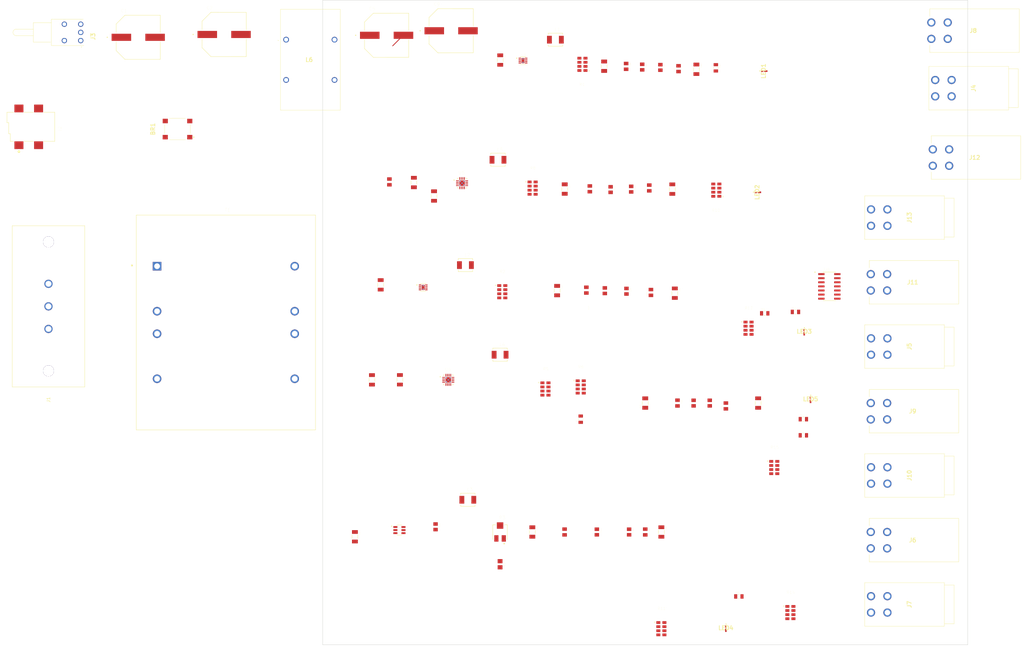
<source format=kicad_pcb>
(kicad_pcb (version 20171130) (host pcbnew "(5.1.8)-1")

  (general
    (thickness 1.6)
    (drawings 4)
    (tracks 1)
    (zones 0)
    (modules 94)
    (nets 58)
  )

  (page A2)
  (layers
    (0 F.Cu signal)
    (1 V power)
    (2 GND power)
    (31 B.Cu signal)
    (32 B.Adhes user)
    (33 F.Adhes user)
    (34 B.Paste user)
    (35 F.Paste user)
    (36 B.SilkS user)
    (37 F.SilkS user)
    (38 B.Mask user)
    (39 F.Mask user)
    (40 Dwgs.User user)
    (41 Cmts.User user)
    (42 Eco1.User user)
    (43 Eco2.User user)
    (44 Edge.Cuts user)
    (45 Margin user)
    (46 B.CrtYd user)
    (47 F.CrtYd user)
    (48 B.Fab user)
    (49 F.Fab user)
  )

  (setup
    (last_trace_width 0.25)
    (trace_clearance 0.2)
    (zone_clearance 0.508)
    (zone_45_only no)
    (trace_min 0.2)
    (via_size 0.8)
    (via_drill 0.4)
    (via_min_size 0.4)
    (via_min_drill 0.3)
    (uvia_size 0.3)
    (uvia_drill 0.1)
    (uvias_allowed no)
    (uvia_min_size 0.2)
    (uvia_min_drill 0.1)
    (edge_width 0.05)
    (segment_width 0.2)
    (pcb_text_width 0.3)
    (pcb_text_size 1.5 1.5)
    (mod_edge_width 0.12)
    (mod_text_size 1 1)
    (mod_text_width 0.15)
    (pad_size 2.55 2.55)
    (pad_drill 1.7)
    (pad_to_mask_clearance 0)
    (aux_axis_origin 0 0)
    (visible_elements 7FFFEFFF)
    (pcbplotparams
      (layerselection 0x010fc_ffffffff)
      (usegerberextensions false)
      (usegerberattributes true)
      (usegerberadvancedattributes true)
      (creategerberjobfile true)
      (excludeedgelayer true)
      (linewidth 0.100000)
      (plotframeref false)
      (viasonmask false)
      (mode 1)
      (useauxorigin false)
      (hpglpennumber 1)
      (hpglpenspeed 20)
      (hpglpendiameter 15.000000)
      (psnegative false)
      (psa4output false)
      (plotreference true)
      (plotvalue true)
      (plotinvisibletext false)
      (padsonsilk false)
      (subtractmaskfromsilk false)
      (outputformat 1)
      (mirror false)
      (drillshape 1)
      (scaleselection 1)
      (outputdirectory ""))
  )

  (net 0 "")
  (net 1 "Net-(BR1-Pad4)")
  (net 2 GND)
  (net 3 "Net-(BR1-Pad2)")
  (net 4 "Net-(BR1-Pad1)")
  (net 5 +12V)
  (net 6 "Net-(C8-Pad1)")
  (net 7 "Net-(C10-Pad2)")
  (net 8 "Net-(C10-Pad1)")
  (net 9 "Net-(C14-Pad1)")
  (net 10 +5V)
  (net 11 "Net-(J2-Pad1A)")
  (net 12 "Net-(L2-Pad1)")
  (net 13 "Net-(L5-Pad1)")
  (net 14 "Net-(LED1-Pad1)")
  (net 15 "Net-(LED2-Pad1)")
  (net 16 "Net-(LED3-Pad1)")
  (net 17 "Net-(LED4-Pad1)")
  (net 18 "Net-(LED5-Pad1)")
  (net 19 "Net-(R1-Pad2)")
  (net 20 "Net-(R2-Pad2)")
  (net 21 "Net-(R3-Pad2)")
  (net 22 "Net-(R3-Pad3)")
  (net 23 "Net-(R5-Pad2)")
  (net 24 "Net-(R6-Pad2)")
  (net 25 "Net-(R8-Pad2)")
  (net 26 "Net-(R11-Pad2)")
  (net 27 "Net-(R12-Pad2)")
  (net 28 "Net-(R13-Pad2)")
  (net 29 "Net-(R17-Pad1)")
  (net 30 "Net-(R18-Pad1)")
  (net 31 "Net-(R19-Pad1)")
  (net 32 "Net-(T1-Pad10)")
  (net 33 "Net-(T1-Pad3)")
  (net 34 "Net-(U6-Pad14)")
  (net 35 "Net-(U6-Pad13)")
  (net 36 "Net-(U6-Pad12)")
  (net 37 "Net-(J1-Pad3)")
  (net 38 "Net-(J1-Pad2)")
  (net 39 "Net-(J1-Pad1)")
  (net 40 "Net-(L1-Pad1)")
  (net 41 "Net-(L4-Pad1)")
  (net 42 "Net-(C28-Pad2)")
  (net 43 "Net-(C30-Pad2)")
  (net 44 "Net-(C5-Pad2)")
  (net 45 "Net-(C13-Pad1)")
  (net 46 "Net-(C16-Pad1)")
  (net 47 "Net-(C23-Pad2)")
  (net 48 "Net-(C36-Pad2)")
  (net 49 "Net-(C37-Pad1)")
  (net 50 "Net-(J5-Pad1)")
  (net 51 "Net-(J6-Pad1)")
  (net 52 "Net-(J9-Pad1)")
  (net 53 "Net-(J11-Pad1)")
  (net 54 "Net-(J12-Pad1)")
  (net 55 "Net-(U6-Pad10)")
  (net 56 "Net-(U6-Pad5)")
  (net 57 "Net-(U6-Pad3)")

  (net_class Default "This is the default net class."
    (clearance 0.2)
    (trace_width 0.25)
    (via_dia 0.8)
    (via_drill 0.4)
    (uvia_dia 0.3)
    (uvia_drill 0.1)
    (add_net +12V)
    (add_net +5V)
    (add_net GND)
    (add_net "Net-(BR1-Pad1)")
    (add_net "Net-(BR1-Pad2)")
    (add_net "Net-(BR1-Pad4)")
    (add_net "Net-(C10-Pad1)")
    (add_net "Net-(C10-Pad2)")
    (add_net "Net-(C13-Pad1)")
    (add_net "Net-(C14-Pad1)")
    (add_net "Net-(C16-Pad1)")
    (add_net "Net-(C23-Pad2)")
    (add_net "Net-(C28-Pad2)")
    (add_net "Net-(C30-Pad2)")
    (add_net "Net-(C36-Pad2)")
    (add_net "Net-(C37-Pad1)")
    (add_net "Net-(C5-Pad2)")
    (add_net "Net-(C8-Pad1)")
    (add_net "Net-(J1-Pad1)")
    (add_net "Net-(J1-Pad2)")
    (add_net "Net-(J1-Pad3)")
    (add_net "Net-(J11-Pad1)")
    (add_net "Net-(J12-Pad1)")
    (add_net "Net-(J2-Pad1A)")
    (add_net "Net-(J5-Pad1)")
    (add_net "Net-(J6-Pad1)")
    (add_net "Net-(J9-Pad1)")
    (add_net "Net-(L1-Pad1)")
    (add_net "Net-(L2-Pad1)")
    (add_net "Net-(L4-Pad1)")
    (add_net "Net-(L5-Pad1)")
    (add_net "Net-(LED1-Pad1)")
    (add_net "Net-(LED2-Pad1)")
    (add_net "Net-(LED3-Pad1)")
    (add_net "Net-(LED4-Pad1)")
    (add_net "Net-(LED5-Pad1)")
    (add_net "Net-(R1-Pad2)")
    (add_net "Net-(R11-Pad2)")
    (add_net "Net-(R12-Pad2)")
    (add_net "Net-(R13-Pad2)")
    (add_net "Net-(R17-Pad1)")
    (add_net "Net-(R18-Pad1)")
    (add_net "Net-(R19-Pad1)")
    (add_net "Net-(R2-Pad2)")
    (add_net "Net-(R3-Pad2)")
    (add_net "Net-(R3-Pad3)")
    (add_net "Net-(R5-Pad2)")
    (add_net "Net-(R6-Pad2)")
    (add_net "Net-(R8-Pad2)")
    (add_net "Net-(T1-Pad10)")
    (add_net "Net-(T1-Pad3)")
    (add_net "Net-(U6-Pad10)")
    (add_net "Net-(U6-Pad12)")
    (add_net "Net-(U6-Pad13)")
    (add_net "Net-(U6-Pad14)")
    (add_net "Net-(U6-Pad3)")
    (add_net "Net-(U6-Pad5)")
  )

  (module genisis:CAPAE1350X1400N (layer F.Cu) (tedit 5FC9B439) (tstamp 5FCF1925)
    (at 132.825 111.525)
    (path /6A9BDDBF)
    (fp_text reference C1 (at -4.445 -8.255) (layer F.SilkS)
      (effects (font (size 1 1) (thickness 0.015)))
    )
    (fp_text value EEE-FK1E102AQ (at 1.905 8.255) (layer F.Fab)
      (effects (font (size 1 1) (thickness 0.015)))
    )
    (fp_line (start 6.85 -6.85) (end 6.85 6.85) (layer F.Fab) (width 0.127))
    (fp_line (start -6.85 4.11) (end -6.85 -4.11) (layer F.Fab) (width 0.127))
    (fp_line (start -6.85 -4.11) (end -4.1 -6.85) (layer F.Fab) (width 0.127))
    (fp_line (start -4.1 -6.85) (end 6.85 -6.85) (layer F.Fab) (width 0.127))
    (fp_line (start -6.85 4.11) (end -4.1 6.85) (layer F.Fab) (width 0.127))
    (fp_line (start -4.1 6.85) (end 6.85 6.85) (layer F.Fab) (width 0.127))
    (fp_line (start -6.85 -1.42) (end -6.85 -4.11) (layer F.SilkS) (width 0.127))
    (fp_line (start -6.85 -4.11) (end -4.11 -6.852) (layer F.SilkS) (width 0.127))
    (fp_line (start -4.11 -6.852) (end 6.85 -6.85) (layer F.SilkS) (width 0.127))
    (fp_line (start 6.85 -6.85) (end 6.85 -1.42) (layer F.SilkS) (width 0.127))
    (fp_line (start 6.85 1.42) (end 6.85 6.85) (layer F.SilkS) (width 0.127))
    (fp_line (start 6.85 6.85) (end -4.11 6.852) (layer F.SilkS) (width 0.127))
    (fp_line (start -4.11 6.852) (end -6.85 4.11) (layer F.SilkS) (width 0.127))
    (fp_line (start -6.85 4.11) (end -6.85 1.42) (layer F.SilkS) (width 0.127))
    (fp_line (start -8.76 -7.1) (end 8.76 -7.1) (layer F.CrtYd) (width 0.05))
    (fp_line (start 8.76 -7.1) (end 8.76 7.1) (layer F.CrtYd) (width 0.05))
    (fp_line (start 8.76 7.1) (end -8.76 7.1) (layer F.CrtYd) (width 0.05))
    (fp_line (start -8.76 7.1) (end -8.76 -7.1) (layer F.CrtYd) (width 0.05))
    (fp_circle (center -9.6 0) (end -9.5 0) (layer F.Fab) (width 0.2))
    (fp_circle (center -9.6 0) (end -9.5 0) (layer F.SilkS) (width 0.2))
    (pad 2 smd rect (at 5.225 0) (size 6.06 2.21) (layers F.Cu F.Paste F.Mask)
      (net 4 "Net-(BR1-Pad1)"))
    (pad 1 smd rect (at -5.225 0) (size 6.06 2.21) (layers F.Cu F.Paste F.Mask)
      (net 2 GND))
  )

  (module genisis:CAPAE1350X1400N (layer F.Cu) (tedit 5FC9B439) (tstamp 5FCF193E)
    (at 159.4572 110.6422)
    (path /6AC34D24)
    (fp_text reference C2 (at -4.445 -8.255) (layer F.SilkS)
      (effects (font (size 1 1) (thickness 0.015)))
    )
    (fp_text value EEE-FK1E102AQ (at 1.905 8.255) (layer F.Fab)
      (effects (font (size 1 1) (thickness 0.015)))
    )
    (fp_circle (center -9.6 0) (end -9.5 0) (layer F.SilkS) (width 0.2))
    (fp_circle (center -9.6 0) (end -9.5 0) (layer F.Fab) (width 0.2))
    (fp_line (start -8.76 7.1) (end -8.76 -7.1) (layer F.CrtYd) (width 0.05))
    (fp_line (start 8.76 7.1) (end -8.76 7.1) (layer F.CrtYd) (width 0.05))
    (fp_line (start 8.76 -7.1) (end 8.76 7.1) (layer F.CrtYd) (width 0.05))
    (fp_line (start -8.76 -7.1) (end 8.76 -7.1) (layer F.CrtYd) (width 0.05))
    (fp_line (start -6.85 4.11) (end -6.85 1.42) (layer F.SilkS) (width 0.127))
    (fp_line (start -4.11 6.852) (end -6.85 4.11) (layer F.SilkS) (width 0.127))
    (fp_line (start 6.85 6.85) (end -4.11 6.852) (layer F.SilkS) (width 0.127))
    (fp_line (start 6.85 1.42) (end 6.85 6.85) (layer F.SilkS) (width 0.127))
    (fp_line (start 6.85 -6.85) (end 6.85 -1.42) (layer F.SilkS) (width 0.127))
    (fp_line (start -4.11 -6.852) (end 6.85 -6.85) (layer F.SilkS) (width 0.127))
    (fp_line (start -6.85 -4.11) (end -4.11 -6.852) (layer F.SilkS) (width 0.127))
    (fp_line (start -6.85 -1.42) (end -6.85 -4.11) (layer F.SilkS) (width 0.127))
    (fp_line (start -4.1 6.85) (end 6.85 6.85) (layer F.Fab) (width 0.127))
    (fp_line (start -6.85 4.11) (end -4.1 6.85) (layer F.Fab) (width 0.127))
    (fp_line (start -4.1 -6.85) (end 6.85 -6.85) (layer F.Fab) (width 0.127))
    (fp_line (start -6.85 -4.11) (end -4.1 -6.85) (layer F.Fab) (width 0.127))
    (fp_line (start -6.85 4.11) (end -6.85 -4.11) (layer F.Fab) (width 0.127))
    (fp_line (start 6.85 -6.85) (end 6.85 6.85) (layer F.Fab) (width 0.127))
    (pad 1 smd rect (at -5.225 0) (size 6.06 2.21) (layers F.Cu F.Paste F.Mask)
      (net 2 GND))
    (pad 2 smd rect (at 5.225 0) (size 6.06 2.21) (layers F.Cu F.Paste F.Mask)
      (net 4 "Net-(BR1-Pad1)"))
  )

  (module genisis:CAPAE1350X1400N (layer F.Cu) (tedit 5FC9B439) (tstamp 5FCF1957)
    (at 209.825 110.9)
    (path /6AC73D19)
    (fp_text reference C5 (at -4.445 -8.255) (layer F.SilkS)
      (effects (font (size 1 1) (thickness 0.015)))
    )
    (fp_text value EEE-FK1E102AQ (at 1.905 8.255) (layer F.Fab)
      (effects (font (size 1 1) (thickness 0.015)))
    )
    (fp_line (start 6.85 -6.85) (end 6.85 6.85) (layer F.Fab) (width 0.127))
    (fp_line (start -6.85 4.11) (end -6.85 -4.11) (layer F.Fab) (width 0.127))
    (fp_line (start -6.85 -4.11) (end -4.1 -6.85) (layer F.Fab) (width 0.127))
    (fp_line (start -4.1 -6.85) (end 6.85 -6.85) (layer F.Fab) (width 0.127))
    (fp_line (start -6.85 4.11) (end -4.1 6.85) (layer F.Fab) (width 0.127))
    (fp_line (start -4.1 6.85) (end 6.85 6.85) (layer F.Fab) (width 0.127))
    (fp_line (start -6.85 -1.42) (end -6.85 -4.11) (layer F.SilkS) (width 0.127))
    (fp_line (start -6.85 -4.11) (end -4.11 -6.852) (layer F.SilkS) (width 0.127))
    (fp_line (start -4.11 -6.852) (end 6.85 -6.85) (layer F.SilkS) (width 0.127))
    (fp_line (start 6.85 -6.85) (end 6.85 -1.42) (layer F.SilkS) (width 0.127))
    (fp_line (start 6.85 1.42) (end 6.85 6.85) (layer F.SilkS) (width 0.127))
    (fp_line (start 6.85 6.85) (end -4.11 6.852) (layer F.SilkS) (width 0.127))
    (fp_line (start -4.11 6.852) (end -6.85 4.11) (layer F.SilkS) (width 0.127))
    (fp_line (start -6.85 4.11) (end -6.85 1.42) (layer F.SilkS) (width 0.127))
    (fp_line (start -8.76 -7.1) (end 8.76 -7.1) (layer F.CrtYd) (width 0.05))
    (fp_line (start 8.76 -7.1) (end 8.76 7.1) (layer F.CrtYd) (width 0.05))
    (fp_line (start 8.76 7.1) (end -8.76 7.1) (layer F.CrtYd) (width 0.05))
    (fp_line (start -8.76 7.1) (end -8.76 -7.1) (layer F.CrtYd) (width 0.05))
    (fp_circle (center -9.6 0) (end -9.5 0) (layer F.Fab) (width 0.2))
    (fp_circle (center -9.6 0) (end -9.5 0) (layer F.SilkS) (width 0.2))
    (pad 2 smd rect (at 5.225 0) (size 6.06 2.21) (layers F.Cu F.Paste F.Mask)
      (net 4 "Net-(BR1-Pad1)"))
    (pad 1 smd rect (at -5.225 0) (size 6.06 2.21) (layers F.Cu F.Paste F.Mask)
      (net 2 GND))
  )

  (module genisis:CAPAE1350X1400N (layer F.Cu) (tedit 5FC9B439) (tstamp 5FCF1970)
    (at 229.825 109.49142)
    (path /6AD3FB1A)
    (fp_text reference C9 (at -4.445 -8.255) (layer F.SilkS)
      (effects (font (size 1 1) (thickness 0.015)))
    )
    (fp_text value EEE-FK1E102AQ (at 1.905 8.255) (layer F.Fab)
      (effects (font (size 1 1) (thickness 0.015)))
    )
    (fp_circle (center -9.6 0) (end -9.5 0) (layer F.SilkS) (width 0.2))
    (fp_circle (center -9.6 0) (end -9.5 0) (layer F.Fab) (width 0.2))
    (fp_line (start -8.76 7.1) (end -8.76 -7.1) (layer F.CrtYd) (width 0.05))
    (fp_line (start 8.76 7.1) (end -8.76 7.1) (layer F.CrtYd) (width 0.05))
    (fp_line (start 8.76 -7.1) (end 8.76 7.1) (layer F.CrtYd) (width 0.05))
    (fp_line (start -8.76 -7.1) (end 8.76 -7.1) (layer F.CrtYd) (width 0.05))
    (fp_line (start -6.85 4.11) (end -6.85 1.42) (layer F.SilkS) (width 0.127))
    (fp_line (start -4.11 6.852) (end -6.85 4.11) (layer F.SilkS) (width 0.127))
    (fp_line (start 6.85 6.85) (end -4.11 6.852) (layer F.SilkS) (width 0.127))
    (fp_line (start 6.85 1.42) (end 6.85 6.85) (layer F.SilkS) (width 0.127))
    (fp_line (start 6.85 -6.85) (end 6.85 -1.42) (layer F.SilkS) (width 0.127))
    (fp_line (start -4.11 -6.852) (end 6.85 -6.85) (layer F.SilkS) (width 0.127))
    (fp_line (start -6.85 -4.11) (end -4.11 -6.852) (layer F.SilkS) (width 0.127))
    (fp_line (start -6.85 -1.42) (end -6.85 -4.11) (layer F.SilkS) (width 0.127))
    (fp_line (start -4.1 6.85) (end 6.85 6.85) (layer F.Fab) (width 0.127))
    (fp_line (start -6.85 4.11) (end -4.1 6.85) (layer F.Fab) (width 0.127))
    (fp_line (start -4.1 -6.85) (end 6.85 -6.85) (layer F.Fab) (width 0.127))
    (fp_line (start -6.85 -4.11) (end -4.1 -6.85) (layer F.Fab) (width 0.127))
    (fp_line (start -6.85 4.11) (end -6.85 -4.11) (layer F.Fab) (width 0.127))
    (fp_line (start 6.85 -6.85) (end 6.85 6.85) (layer F.Fab) (width 0.127))
    (pad 1 smd rect (at -5.225 0) (size 6.06 2.21) (layers F.Cu F.Paste F.Mask)
      (net 2 GND))
    (pad 2 smd rect (at 5.225 0) (size 6.06 2.21) (layers F.Cu F.Paste F.Mask)
      (net 4 "Net-(BR1-Pad1)"))
  )

  (module genisis:CAPC3216X110N (layer F.Cu) (tedit 5FC74F85) (tstamp 5FCF1989)
    (at 305.8592 121.44502 270)
    (path /68B31935)
    (fp_text reference C33 (at -1.06 -1.5 90) (layer F.SilkS)
      (effects (font (size 0.393701 0.393701) (thickness 0.015)))
    )
    (fp_text value C1206C106J3RACAUTO (at 0.94 1.5 90) (layer F.Fab)
      (effects (font (size 0.393701 0.393701) (thickness 0.015)))
    )
    (fp_line (start 2.308 1.158) (end 2.308 -1.158) (layer F.CrtYd) (width 0.05))
    (fp_line (start -2.308 1.158) (end -2.308 -1.158) (layer F.CrtYd) (width 0.05))
    (fp_line (start -2.308 -1.158) (end 2.308 -1.158) (layer F.CrtYd) (width 0.05))
    (fp_line (start -2.308 1.158) (end 2.308 1.158) (layer F.CrtYd) (width 0.05))
    (fp_line (start -0.57 0.9) (end 0.57 0.9) (layer F.SilkS) (width 0.127))
    (fp_line (start -0.57 -0.9) (end 0.57 -0.9) (layer F.SilkS) (width 0.127))
    (fp_line (start -1.7 0.9) (end -1.7 -0.9) (layer F.Fab) (width 0.127))
    (fp_line (start 1.7 0.9) (end 1.7 -0.9) (layer F.Fab) (width 0.127))
    (fp_line (start 1.7 -0.9) (end -1.7 -0.9) (layer F.Fab) (width 0.127))
    (fp_line (start 1.7 0.9) (end -1.7 0.9) (layer F.Fab) (width 0.127))
    (pad 1 smd rect (at -1.475 0 270) (size 1.16 1.82) (layers F.Cu F.Paste F.Mask)
      (net 10 +5V))
    (pad 2 smd rect (at 1.475 0 270) (size 1.16 1.82) (layers F.Cu F.Paste F.Mask)
      (net 2 GND))
  )

  (module genisis:B82724J8302N040 (layer F.Cu) (tedit 0) (tstamp 5FCEFEA3)
    (at 178.675 112.25)
    (descr B82724J8302N040-2)
    (tags Filter)
    (path /5FDA8570)
    (fp_text reference L6 (at 7.125 6.25) (layer F.SilkS)
      (effects (font (size 1.27 1.27) (thickness 0.254)))
    )
    (fp_text value B82724J8302N040 (at 7.125 6.25) (layer F.SilkS) hide
      (effects (font (size 1.27 1.27) (thickness 0.254)))
    )
    (fp_line (start -1.75 21.9) (end 16.75 21.9) (layer F.Fab) (width 0.2))
    (fp_line (start 16.75 21.9) (end 16.75 -9.4) (layer F.Fab) (width 0.2))
    (fp_line (start 16.75 -9.4) (end -1.75 -9.4) (layer F.Fab) (width 0.2))
    (fp_line (start -1.75 -9.4) (end -1.75 21.9) (layer F.Fab) (width 0.2))
    (fp_line (start -1.75 21.9) (end 16.75 21.9) (layer F.SilkS) (width 0.1))
    (fp_line (start 16.75 21.9) (end 16.75 -9.4) (layer F.SilkS) (width 0.1))
    (fp_line (start 16.75 -9.4) (end -1.75 -9.4) (layer F.SilkS) (width 0.1))
    (fp_line (start -1.75 -9.4) (end -1.75 21.9) (layer F.SilkS) (width 0.1))
    (fp_line (start -3.5 -10.4) (end 17.75 -10.4) (layer F.CrtYd) (width 0.1))
    (fp_line (start 17.75 -10.4) (end 17.75 22.9) (layer F.CrtYd) (width 0.1))
    (fp_line (start 17.75 22.9) (end -3.5 22.9) (layer F.CrtYd) (width 0.1))
    (fp_line (start -3.5 22.9) (end -3.5 -10.4) (layer F.CrtYd) (width 0.1))
    (fp_line (start -2.5 0.25) (end -2.5 0.25) (layer F.SilkS) (width 0.1))
    (fp_line (start -2.4 0.25) (end -2.4 0.25) (layer F.SilkS) (width 0.1))
    (fp_arc (start -2.45 0.25) (end -2.4 0.25) (angle -180) (layer F.SilkS) (width 0.1))
    (fp_arc (start -2.45 0.25) (end -2.5 0.25) (angle -180) (layer F.SilkS) (width 0.1))
    (fp_text user %R (at 7.125 6.25) (layer F.Fab)
      (effects (font (size 1.27 1.27) (thickness 0.254)))
    )
    (pad 4 thru_hole circle (at 15 0) (size 1.785 1.785) (drill 1.19) (layers *.Cu *.Mask)
      (net 44 "Net-(C5-Pad2)"))
    (pad 3 thru_hole circle (at 15 12.5) (size 1.785 1.785) (drill 1.19) (layers *.Cu *.Mask)
      (net 44 "Net-(C5-Pad2)"))
    (pad 2 thru_hole circle (at 0 12.5) (size 1.785 1.785) (drill 1.19) (layers *.Cu *.Mask)
      (net 4 "Net-(BR1-Pad1)"))
    (pad 1 thru_hole circle (at 0 0) (size 1.785 1.785) (drill 1.19) (layers *.Cu *.Mask)
      (net 4 "Net-(BR1-Pad1)"))
    (model B82724J8302N040.stp
      (at (xyz 0 0 0))
      (scale (xyz 1 1 1))
      (rotate (xyz 0 0 0))
    )
  )

  (module genisis:IND_SRP4020TA-2R2M (layer F.Cu) (tedit 5FC75055) (tstamp 5FC9E269)
    (at 244.35054 149.51202)
    (path /6040802B)
    (fp_text reference L5 (at 0.635 -3.175) (layer F.SilkS)
      (effects (font (size 1 1) (thickness 0.015)))
    )
    (fp_text value SRP4020TA-2R2M (at 8.89 3.175) (layer F.Fab)
      (effects (font (size 1 1) (thickness 0.015)))
    )
    (fp_line (start -2.85 2.28) (end -2.85 -2.28) (layer F.CrtYd) (width 0.05))
    (fp_line (start 2.85 2.28) (end -2.85 2.28) (layer F.CrtYd) (width 0.05))
    (fp_line (start 2.85 -2.28) (end 2.85 2.28) (layer F.CrtYd) (width 0.05))
    (fp_line (start -2.85 -2.28) (end 2.85 -2.28) (layer F.CrtYd) (width 0.05))
    (fp_line (start 2.225 2.03) (end 2.225 1.5) (layer F.SilkS) (width 0.127))
    (fp_line (start -2.225 2.03) (end -2.225 1.5) (layer F.SilkS) (width 0.127))
    (fp_line (start -2.225 2.03) (end 2.225 2.03) (layer F.SilkS) (width 0.127))
    (fp_line (start 2.225 -2.03) (end 2.225 -1.5) (layer F.SilkS) (width 0.127))
    (fp_line (start -2.225 -2.03) (end 2.225 -2.03) (layer F.SilkS) (width 0.127))
    (fp_line (start -2.225 -1.5) (end -2.225 -2.03) (layer F.SilkS) (width 0.127))
    (fp_line (start -2.225 2.03) (end -2.225 -2.03) (layer F.Fab) (width 0.127))
    (fp_line (start 2.225 2.03) (end -2.225 2.03) (layer F.Fab) (width 0.127))
    (fp_line (start 2.225 -2.03) (end 2.225 2.03) (layer F.Fab) (width 0.127))
    (fp_line (start -2.225 -2.03) (end 2.225 -2.03) (layer F.Fab) (width 0.127))
    (pad 2 smd rect (at 1.85 0) (size 1.5 2.4) (layers F.Cu F.Paste F.Mask)
      (net 49 "Net-(C37-Pad1)"))
    (pad 1 smd rect (at -1.85 0) (size 1.5 2.4) (layers F.Cu F.Paste F.Mask)
      (net 13 "Net-(L5-Pad1)"))
  )

  (module genisis:CAPC2012X140N (layer F.Cu) (tedit 5FC4DD20) (tstamp 5FD989DF)
    (at 291.2491 158.26486 90)
    (path /6E29CA2A)
    (fp_text reference C42 (at -0.44 -1.3 90) (layer F.SilkS)
      (effects (font (size 0.393701 0.393701) (thickness 0.015)))
    )
    (fp_text value CL21A475KAQNNNE (at 1.56 1.3 90) (layer F.Fab)
      (effects (font (size 0.393701 0.393701) (thickness 0.015)))
    )
    (fp_line (start 1.685 0.96) (end 1.685 -0.96) (layer F.CrtYd) (width 0.05))
    (fp_line (start -1.685 0.96) (end -1.685 -0.96) (layer F.CrtYd) (width 0.05))
    (fp_line (start -1.685 -0.96) (end 1.685 -0.96) (layer F.CrtYd) (width 0.05))
    (fp_line (start -1.685 0.96) (end 1.685 0.96) (layer F.CrtYd) (width 0.05))
    (fp_line (start -1.07 0.7) (end -1.07 -0.7) (layer F.Fab) (width 0.127))
    (fp_line (start 1.07 0.7) (end 1.07 -0.7) (layer F.Fab) (width 0.127))
    (fp_line (start 1.07 -0.7) (end -1.07 -0.7) (layer F.Fab) (width 0.127))
    (fp_line (start 1.07 0.7) (end -1.07 0.7) (layer F.Fab) (width 0.127))
    (pad 2 smd rect (at 0.895 0 90) (size 1.08 1.42) (layers F.Cu F.Paste F.Mask)
      (net 49 "Net-(C37-Pad1)"))
    (pad 1 smd rect (at -0.895 0 90) (size 1.08 1.42) (layers F.Cu F.Paste F.Mask)
      (net 2 GND))
  )

  (module genisis:CAPC2012X140N (layer F.Cu) (tedit 5FC4DD20) (tstamp 5FD9896A)
    (at 315 225.895 90)
    (path /6E3F2DE0)
    (fp_text reference C36 (at -0.44 -1.3 90) (layer F.SilkS)
      (effects (font (size 0.393701 0.393701) (thickness 0.015)))
    )
    (fp_text value CL21A475KAQNNNE (at 1.56 1.3 90) (layer F.Fab)
      (effects (font (size 0.393701 0.393701) (thickness 0.015)))
    )
    (fp_line (start 1.685 0.96) (end 1.685 -0.96) (layer F.CrtYd) (width 0.05))
    (fp_line (start -1.685 0.96) (end -1.685 -0.96) (layer F.CrtYd) (width 0.05))
    (fp_line (start -1.685 -0.96) (end 1.685 -0.96) (layer F.CrtYd) (width 0.05))
    (fp_line (start -1.685 0.96) (end 1.685 0.96) (layer F.CrtYd) (width 0.05))
    (fp_line (start -1.07 0.7) (end -1.07 -0.7) (layer F.Fab) (width 0.127))
    (fp_line (start 1.07 0.7) (end 1.07 -0.7) (layer F.Fab) (width 0.127))
    (fp_line (start 1.07 -0.7) (end -1.07 -0.7) (layer F.Fab) (width 0.127))
    (fp_line (start 1.07 0.7) (end -1.07 0.7) (layer F.Fab) (width 0.127))
    (pad 2 smd rect (at 0.895 0 90) (size 1.08 1.42) (layers F.Cu F.Paste F.Mask)
      (net 48 "Net-(C36-Pad2)"))
    (pad 1 smd rect (at -0.895 0 90) (size 1.08 1.42) (layers F.Cu F.Paste F.Mask)
      (net 2 GND))
  )

  (module genisis:CAPC2012X140N (layer F.Cu) (tedit 5FC4DD20) (tstamp 5FD98A06)
    (at 290 265 270)
    (path /6E4BBC05)
    (fp_text reference C30 (at -0.44 -1.3 90) (layer F.SilkS)
      (effects (font (size 0.393701 0.393701) (thickness 0.015)))
    )
    (fp_text value CL21A475KAQNNNE (at 1.56 1.3 90) (layer F.Fab)
      (effects (font (size 0.393701 0.393701) (thickness 0.015)))
    )
    (fp_line (start 1.685 0.96) (end 1.685 -0.96) (layer F.CrtYd) (width 0.05))
    (fp_line (start -1.685 0.96) (end -1.685 -0.96) (layer F.CrtYd) (width 0.05))
    (fp_line (start -1.685 -0.96) (end 1.685 -0.96) (layer F.CrtYd) (width 0.05))
    (fp_line (start -1.685 0.96) (end 1.685 0.96) (layer F.CrtYd) (width 0.05))
    (fp_line (start -1.07 0.7) (end -1.07 -0.7) (layer F.Fab) (width 0.127))
    (fp_line (start 1.07 0.7) (end 1.07 -0.7) (layer F.Fab) (width 0.127))
    (fp_line (start 1.07 -0.7) (end -1.07 -0.7) (layer F.Fab) (width 0.127))
    (fp_line (start 1.07 0.7) (end -1.07 0.7) (layer F.Fab) (width 0.127))
    (pad 2 smd rect (at 0.895 0 270) (size 1.08 1.42) (layers F.Cu F.Paste F.Mask)
      (net 43 "Net-(C30-Pad2)"))
    (pad 1 smd rect (at -0.895 0 270) (size 1.08 1.42) (layers F.Cu F.Paste F.Mask)
      (net 2 GND))
  )

  (module genisis:CAPC2012X140N (layer F.Cu) (tedit 5FC4DD20) (tstamp 5FD98991)
    (at 300.32454 121.25198 90)
    (path /6E32C544)
    (fp_text reference C29 (at -0.44 -1.3 90) (layer F.SilkS)
      (effects (font (size 0.393701 0.393701) (thickness 0.015)))
    )
    (fp_text value CL21A475KAQNNNE (at 1.56 1.3 90) (layer F.Fab)
      (effects (font (size 0.393701 0.393701) (thickness 0.015)))
    )
    (fp_line (start 1.685 0.96) (end 1.685 -0.96) (layer F.CrtYd) (width 0.05))
    (fp_line (start -1.685 0.96) (end -1.685 -0.96) (layer F.CrtYd) (width 0.05))
    (fp_line (start -1.685 -0.96) (end 1.685 -0.96) (layer F.CrtYd) (width 0.05))
    (fp_line (start -1.685 0.96) (end 1.685 0.96) (layer F.CrtYd) (width 0.05))
    (fp_line (start -1.07 0.7) (end -1.07 -0.7) (layer F.Fab) (width 0.127))
    (fp_line (start 1.07 0.7) (end 1.07 -0.7) (layer F.Fab) (width 0.127))
    (fp_line (start 1.07 -0.7) (end -1.07 -0.7) (layer F.Fab) (width 0.127))
    (fp_line (start 1.07 0.7) (end -1.07 0.7) (layer F.Fab) (width 0.127))
    (pad 2 smd rect (at 0.895 0 90) (size 1.08 1.42) (layers F.Cu F.Paste F.Mask)
      (net 10 +5V))
    (pad 1 smd rect (at -0.895 0 90) (size 1.08 1.42) (layers F.Cu F.Paste F.Mask)
      (net 2 GND))
  )

  (module genisis:CAPC2012X140N (layer F.Cu) (tedit 5FC4DD20) (tstamp 5FD989B8)
    (at 291.76726 190.68034 90)
    (path /6E435BF8)
    (fp_text reference C28 (at -0.44 -1.3 90) (layer F.SilkS)
      (effects (font (size 0.393701 0.393701) (thickness 0.015)))
    )
    (fp_text value CL21A475KAQNNNE (at 1.56 1.3 90) (layer F.Fab)
      (effects (font (size 0.393701 0.393701) (thickness 0.015)))
    )
    (fp_line (start 1.685 0.96) (end 1.685 -0.96) (layer F.CrtYd) (width 0.05))
    (fp_line (start -1.685 0.96) (end -1.685 -0.96) (layer F.CrtYd) (width 0.05))
    (fp_line (start -1.685 -0.96) (end 1.685 -0.96) (layer F.CrtYd) (width 0.05))
    (fp_line (start -1.685 0.96) (end 1.685 0.96) (layer F.CrtYd) (width 0.05))
    (fp_line (start -1.07 0.7) (end -1.07 -0.7) (layer F.Fab) (width 0.127))
    (fp_line (start 1.07 0.7) (end 1.07 -0.7) (layer F.Fab) (width 0.127))
    (fp_line (start 1.07 -0.7) (end -1.07 -0.7) (layer F.Fab) (width 0.127))
    (fp_line (start 1.07 0.7) (end -1.07 0.7) (layer F.Fab) (width 0.127))
    (pad 2 smd rect (at 0.895 0 90) (size 1.08 1.42) (layers F.Cu F.Paste F.Mask)
      (net 42 "Net-(C28-Pad2)"))
    (pad 1 smd rect (at -0.895 0 90) (size 1.08 1.42) (layers F.Cu F.Paste F.Mask)
      (net 2 GND))
  )

  (module genisis:CAPC2012X135N (layer F.Cu) (tedit 5FC8A446) (tstamp 5FC9E064)
    (at 285.64332 158.62554 270)
    (path /67D466D2)
    (fp_text reference C41 (at -0.41 -1.27 90) (layer F.SilkS)
      (effects (font (size 0.393701 0.393701) (thickness 0.015)))
    )
    (fp_text value CL21A105KACLNNC (at 1.59 1.27 90) (layer F.Fab)
      (effects (font (size 0.393701 0.393701) (thickness 0.015)))
    )
    (fp_line (start 1.05 0.68) (end -1.05 0.68) (layer F.Fab) (width 0.127))
    (fp_line (start 1.05 -0.68) (end -1.05 -0.68) (layer F.Fab) (width 0.127))
    (fp_line (start 1.05 0.68) (end 1.05 -0.68) (layer F.Fab) (width 0.127))
    (fp_line (start -1.05 0.68) (end -1.05 -0.68) (layer F.Fab) (width 0.127))
    (fp_line (start -1.665 0.925) (end 1.665 0.925) (layer F.CrtYd) (width 0.05))
    (fp_line (start -1.665 -0.925) (end 1.665 -0.925) (layer F.CrtYd) (width 0.05))
    (fp_line (start -1.665 0.925) (end -1.665 -0.925) (layer F.CrtYd) (width 0.05))
    (fp_line (start 1.665 0.925) (end 1.665 -0.925) (layer F.CrtYd) (width 0.05))
    (pad 2 smd rect (at 0.863 0 270) (size 1.1 1.38) (layers F.Cu F.Paste F.Mask)
      (net 2 GND))
    (pad 1 smd rect (at -0.863 0 270) (size 1.1 1.38) (layers F.Cu F.Paste F.Mask)
      (net 49 "Net-(C37-Pad1)"))
  )

  (module genisis:CAPC2012X135N (layer F.Cu) (tedit 5FC8A446) (tstamp 5FC9E054)
    (at 279.27046 158.76016 270)
    (path /67D466CA)
    (fp_text reference C40 (at -0.41 -1.27 90) (layer F.SilkS)
      (effects (font (size 0.393701 0.393701) (thickness 0.015)))
    )
    (fp_text value CL21B104KACNNNC (at 1.59 1.27 90) (layer F.Fab)
      (effects (font (size 0.393701 0.393701) (thickness 0.015)))
    )
    (fp_line (start 1.05 0.68) (end -1.05 0.68) (layer F.Fab) (width 0.127))
    (fp_line (start 1.05 -0.68) (end -1.05 -0.68) (layer F.Fab) (width 0.127))
    (fp_line (start 1.05 0.68) (end 1.05 -0.68) (layer F.Fab) (width 0.127))
    (fp_line (start -1.05 0.68) (end -1.05 -0.68) (layer F.Fab) (width 0.127))
    (fp_line (start -1.665 0.925) (end 1.665 0.925) (layer F.CrtYd) (width 0.05))
    (fp_line (start -1.665 -0.925) (end 1.665 -0.925) (layer F.CrtYd) (width 0.05))
    (fp_line (start -1.665 0.925) (end -1.665 -0.925) (layer F.CrtYd) (width 0.05))
    (fp_line (start 1.665 0.925) (end 1.665 -0.925) (layer F.CrtYd) (width 0.05))
    (pad 2 smd rect (at 0.863 0 270) (size 1.1 1.38) (layers F.Cu F.Paste F.Mask)
      (net 2 GND))
    (pad 1 smd rect (at -0.863 0 270) (size 1.1 1.38) (layers F.Cu F.Paste F.Mask)
      (net 49 "Net-(C37-Pad1)"))
  )

  (module genisis:CAPC2012X140N (layer F.Cu) (tedit 5FC4DD20) (tstamp 5FC9E046)
    (at 272.82648 158.5341 270)
    (path /67729BA2)
    (fp_text reference C39 (at -0.44 -1.3 90) (layer F.SilkS)
      (effects (font (size 0.393701 0.393701) (thickness 0.015)))
    )
    (fp_text value C0805C103F3GACTU (at 1.56 1.3 90) (layer F.Fab)
      (effects (font (size 0.393701 0.393701) (thickness 0.015)))
    )
    (fp_line (start 1.07 0.7) (end -1.07 0.7) (layer F.Fab) (width 0.127))
    (fp_line (start 1.07 -0.7) (end -1.07 -0.7) (layer F.Fab) (width 0.127))
    (fp_line (start 1.07 0.7) (end 1.07 -0.7) (layer F.Fab) (width 0.127))
    (fp_line (start -1.07 0.7) (end -1.07 -0.7) (layer F.Fab) (width 0.127))
    (fp_line (start -1.685 0.96) (end 1.685 0.96) (layer F.CrtYd) (width 0.05))
    (fp_line (start -1.685 -0.96) (end 1.685 -0.96) (layer F.CrtYd) (width 0.05))
    (fp_line (start -1.685 0.96) (end -1.685 -0.96) (layer F.CrtYd) (width 0.05))
    (fp_line (start 1.685 0.96) (end 1.685 -0.96) (layer F.CrtYd) (width 0.05))
    (pad 2 smd rect (at 0.895 0 270) (size 1.08 1.42) (layers F.Cu F.Paste F.Mask)
      (net 2 GND))
    (pad 1 smd rect (at -0.895 0 270) (size 1.08 1.42) (layers F.Cu F.Paste F.Mask)
      (net 49 "Net-(C37-Pad1)"))
  )

  (module genisis:CAPC3216X180N (layer F.Cu) (tedit 5FC864C5) (tstamp 5FC9E028)
    (at 265.04138 158.60268 270)
    (path /6592FAFF)
    (fp_text reference C37 (at -1.06 -1.5 90) (layer F.SilkS)
      (effects (font (size 0.393701 0.393701) (thickness 0.015)))
    )
    (fp_text value CL31A226KAHNNNE (at 0.94 1.5 90) (layer F.Fab)
      (effects (font (size 0.393701 0.393701) (thickness 0.015)))
    )
    (fp_line (start 1.7 0.9) (end -1.7 0.9) (layer F.Fab) (width 0.127))
    (fp_line (start 1.7 -0.9) (end -1.7 -0.9) (layer F.Fab) (width 0.127))
    (fp_line (start 1.7 0.9) (end 1.7 -0.9) (layer F.Fab) (width 0.127))
    (fp_line (start -1.7 0.9) (end -1.7 -0.9) (layer F.Fab) (width 0.127))
    (fp_line (start -0.54 -0.9) (end 0.54 -0.9) (layer F.SilkS) (width 0.127))
    (fp_line (start -0.54 0.9) (end 0.54 0.9) (layer F.SilkS) (width 0.127))
    (fp_line (start -2.308 1.15) (end 2.308 1.15) (layer F.CrtYd) (width 0.05))
    (fp_line (start -2.308 -1.15) (end 2.308 -1.15) (layer F.CrtYd) (width 0.05))
    (fp_line (start -2.308 1.15) (end -2.308 -1.15) (layer F.CrtYd) (width 0.05))
    (fp_line (start 2.308 1.15) (end 2.308 -1.15) (layer F.CrtYd) (width 0.05))
    (pad 2 smd rect (at 1.46 0 270) (size 1.2 1.82) (layers F.Cu F.Paste F.Mask)
      (net 2 GND))
    (pad 1 smd rect (at -1.46 0 270) (size 1.2 1.82) (layers F.Cu F.Paste F.Mask)
      (net 49 "Net-(C37-Pad1)"))
  )

  (module genisis:CAPC2012X135N (layer F.Cu) (tedit 5FC8A446) (tstamp 5FC9E018)
    (at 310 225 270)
    (path /68773C34)
    (fp_text reference C35 (at -0.41 -1.27 90) (layer F.SilkS)
      (effects (font (size 0.393701 0.393701) (thickness 0.015)))
    )
    (fp_text value CL21A105KACLNNC (at 1.59 1.27 90) (layer F.Fab)
      (effects (font (size 0.393701 0.393701) (thickness 0.015)))
    )
    (fp_line (start 1.05 0.68) (end -1.05 0.68) (layer F.Fab) (width 0.127))
    (fp_line (start 1.05 -0.68) (end -1.05 -0.68) (layer F.Fab) (width 0.127))
    (fp_line (start 1.05 0.68) (end 1.05 -0.68) (layer F.Fab) (width 0.127))
    (fp_line (start -1.05 0.68) (end -1.05 -0.68) (layer F.Fab) (width 0.127))
    (fp_line (start -1.665 0.925) (end 1.665 0.925) (layer F.CrtYd) (width 0.05))
    (fp_line (start -1.665 -0.925) (end 1.665 -0.925) (layer F.CrtYd) (width 0.05))
    (fp_line (start -1.665 0.925) (end -1.665 -0.925) (layer F.CrtYd) (width 0.05))
    (fp_line (start 1.665 0.925) (end 1.665 -0.925) (layer F.CrtYd) (width 0.05))
    (pad 2 smd rect (at 0.863 0 270) (size 1.1 1.38) (layers F.Cu F.Paste F.Mask)
      (net 2 GND))
    (pad 1 smd rect (at -0.863 0 270) (size 1.1 1.38) (layers F.Cu F.Paste F.Mask)
      (net 47 "Net-(C23-Pad2)"))
  )

  (module genisis:CAPC3216X110N (layer F.Cu) (tedit 5FC74F85) (tstamp 5FC9E008)
    (at 295 265 270)
    (path /69336946)
    (fp_text reference C34 (at -1.06 -1.5 90) (layer F.SilkS)
      (effects (font (size 0.393701 0.393701) (thickness 0.015)))
    )
    (fp_text value C1206C106J3RACAUTO (at 0.94 1.5 90) (layer F.Fab)
      (effects (font (size 0.393701 0.393701) (thickness 0.015)))
    )
    (fp_line (start 1.7 0.9) (end -1.7 0.9) (layer F.Fab) (width 0.127))
    (fp_line (start 1.7 -0.9) (end -1.7 -0.9) (layer F.Fab) (width 0.127))
    (fp_line (start 1.7 0.9) (end 1.7 -0.9) (layer F.Fab) (width 0.127))
    (fp_line (start -1.7 0.9) (end -1.7 -0.9) (layer F.Fab) (width 0.127))
    (fp_line (start -0.57 -0.9) (end 0.57 -0.9) (layer F.SilkS) (width 0.127))
    (fp_line (start -0.57 0.9) (end 0.57 0.9) (layer F.SilkS) (width 0.127))
    (fp_line (start -2.308 1.158) (end 2.308 1.158) (layer F.CrtYd) (width 0.05))
    (fp_line (start -2.308 -1.158) (end 2.308 -1.158) (layer F.CrtYd) (width 0.05))
    (fp_line (start -2.308 1.158) (end -2.308 -1.158) (layer F.CrtYd) (width 0.05))
    (fp_line (start 2.308 1.158) (end 2.308 -1.158) (layer F.CrtYd) (width 0.05))
    (pad 2 smd rect (at 1.475 0 270) (size 1.16 1.82) (layers F.Cu F.Paste F.Mask)
      (net 2 GND))
    (pad 1 smd rect (at -1.475 0 270) (size 1.16 1.82) (layers F.Cu F.Paste F.Mask)
      (net 46 "Net-(C16-Pad1)"))
  )

  (module genisis:CAPC3216X110N (layer F.Cu) (tedit 5FC74F85) (tstamp 5FC9DFEC)
    (at 299.1739 190.91148 270)
    (path /69056FBB)
    (fp_text reference C32 (at -1.06 -1.5 90) (layer F.SilkS)
      (effects (font (size 0.393701 0.393701) (thickness 0.015)))
    )
    (fp_text value C1206C106J3RACAUTO (at 0.94 1.5 90) (layer F.Fab)
      (effects (font (size 0.393701 0.393701) (thickness 0.015)))
    )
    (fp_line (start 1.7 0.9) (end -1.7 0.9) (layer F.Fab) (width 0.127))
    (fp_line (start 1.7 -0.9) (end -1.7 -0.9) (layer F.Fab) (width 0.127))
    (fp_line (start 1.7 0.9) (end 1.7 -0.9) (layer F.Fab) (width 0.127))
    (fp_line (start -1.7 0.9) (end -1.7 -0.9) (layer F.Fab) (width 0.127))
    (fp_line (start -0.57 -0.9) (end 0.57 -0.9) (layer F.SilkS) (width 0.127))
    (fp_line (start -0.57 0.9) (end 0.57 0.9) (layer F.SilkS) (width 0.127))
    (fp_line (start -2.308 1.158) (end 2.308 1.158) (layer F.CrtYd) (width 0.05))
    (fp_line (start -2.308 -1.158) (end 2.308 -1.158) (layer F.CrtYd) (width 0.05))
    (fp_line (start -2.308 1.158) (end -2.308 -1.158) (layer F.CrtYd) (width 0.05))
    (fp_line (start 2.308 1.158) (end 2.308 -1.158) (layer F.CrtYd) (width 0.05))
    (pad 2 smd rect (at 1.475 0 270) (size 1.16 1.82) (layers F.Cu F.Paste F.Mask)
      (net 2 GND))
    (pad 1 smd rect (at -1.475 0 270) (size 1.16 1.82) (layers F.Cu F.Paste F.Mask)
      (net 45 "Net-(C13-Pad1)"))
  )

  (module genisis:CAPC2012X135N (layer F.Cu) (tedit 5FC8A446) (tstamp 5FC9DFDE)
    (at 305 225 270)
    (path /68773C2C)
    (fp_text reference C31 (at -0.41 -1.27 90) (layer F.SilkS)
      (effects (font (size 0.393701 0.393701) (thickness 0.015)))
    )
    (fp_text value CL21B104KACNNNC (at 1.59 1.27 90) (layer F.Fab)
      (effects (font (size 0.393701 0.393701) (thickness 0.015)))
    )
    (fp_line (start 1.05 0.68) (end -1.05 0.68) (layer F.Fab) (width 0.127))
    (fp_line (start 1.05 -0.68) (end -1.05 -0.68) (layer F.Fab) (width 0.127))
    (fp_line (start 1.05 0.68) (end 1.05 -0.68) (layer F.Fab) (width 0.127))
    (fp_line (start -1.05 0.68) (end -1.05 -0.68) (layer F.Fab) (width 0.127))
    (fp_line (start -1.665 0.925) (end 1.665 0.925) (layer F.CrtYd) (width 0.05))
    (fp_line (start -1.665 -0.925) (end 1.665 -0.925) (layer F.CrtYd) (width 0.05))
    (fp_line (start -1.665 0.925) (end -1.665 -0.925) (layer F.CrtYd) (width 0.05))
    (fp_line (start 1.665 0.925) (end 1.665 -0.925) (layer F.CrtYd) (width 0.05))
    (pad 2 smd rect (at 0.863 0 270) (size 1.1 1.38) (layers F.Cu F.Paste F.Mask)
      (net 2 GND))
    (pad 1 smd rect (at -0.863 0 270) (size 1.1 1.38) (layers F.Cu F.Paste F.Mask)
      (net 47 "Net-(C23-Pad2)"))
  )

  (module genisis:IND_SRP4020TA-2R2M (layer F.Cu) (tedit 5FC75055) (tstamp 5FCEAA9C)
    (at 262.14326 112.26038)
    (path /5FD71536)
    (fp_text reference L1 (at 0.635 -3.175) (layer F.SilkS)
      (effects (font (size 1 1) (thickness 0.015)))
    )
    (fp_text value SRP4020TA-2R2M (at 8.89 3.175) (layer F.Fab)
      (effects (font (size 1 1) (thickness 0.015)))
    )
    (fp_line (start -2.85 2.28) (end -2.85 -2.28) (layer F.CrtYd) (width 0.05))
    (fp_line (start 2.85 2.28) (end -2.85 2.28) (layer F.CrtYd) (width 0.05))
    (fp_line (start 2.85 -2.28) (end 2.85 2.28) (layer F.CrtYd) (width 0.05))
    (fp_line (start -2.85 -2.28) (end 2.85 -2.28) (layer F.CrtYd) (width 0.05))
    (fp_line (start 2.225 2.03) (end 2.225 1.5) (layer F.SilkS) (width 0.127))
    (fp_line (start -2.225 2.03) (end -2.225 1.5) (layer F.SilkS) (width 0.127))
    (fp_line (start -2.225 2.03) (end 2.225 2.03) (layer F.SilkS) (width 0.127))
    (fp_line (start 2.225 -2.03) (end 2.225 -1.5) (layer F.SilkS) (width 0.127))
    (fp_line (start -2.225 -2.03) (end 2.225 -2.03) (layer F.SilkS) (width 0.127))
    (fp_line (start -2.225 -1.5) (end -2.225 -2.03) (layer F.SilkS) (width 0.127))
    (fp_line (start -2.225 2.03) (end -2.225 -2.03) (layer F.Fab) (width 0.127))
    (fp_line (start 2.225 2.03) (end -2.225 2.03) (layer F.Fab) (width 0.127))
    (fp_line (start 2.225 -2.03) (end 2.225 2.03) (layer F.Fab) (width 0.127))
    (fp_line (start -2.225 -2.03) (end 2.225 -2.03) (layer F.Fab) (width 0.127))
    (pad 2 smd rect (at 1.85 0) (size 1.5 2.4) (layers F.Cu F.Paste F.Mask)
      (net 10 +5V))
    (pad 1 smd rect (at -1.85 0) (size 1.5 2.4) (layers F.Cu F.Paste F.Mask)
      (net 40 "Net-(L1-Pad1)"))
  )

  (module genisis:SOIC127P600X175-14N (layer F.Cu) (tedit 5FC74E0D) (tstamp 5FC9E524)
    (at 347.075 188.8)
    (path /636DD9D5)
    (fp_text reference U6 (at -0.795 -5.242) (layer F.SilkS)
      (effects (font (size 1 1) (thickness 0.015)))
    )
    (fp_text value LM324AMX_NOPB (at 8.095 5.242) (layer F.Fab)
      (effects (font (size 1 1) (thickness 0.015)))
    )
    (fp_line (start 3.71 -4.625) (end 3.71 4.625) (layer F.CrtYd) (width 0.05))
    (fp_line (start -3.71 -4.625) (end -3.71 4.625) (layer F.CrtYd) (width 0.05))
    (fp_line (start -3.71 4.625) (end 3.71 4.625) (layer F.CrtYd) (width 0.05))
    (fp_line (start -3.71 -4.625) (end 3.71 -4.625) (layer F.CrtYd) (width 0.05))
    (fp_line (start 2 -4.375) (end 2 4.375) (layer F.Fab) (width 0.127))
    (fp_line (start -2 -4.375) (end -2 4.375) (layer F.Fab) (width 0.127))
    (fp_line (start -2 4.43) (end 2 4.43) (layer F.SilkS) (width 0.127))
    (fp_line (start -2 -4.43) (end 2 -4.43) (layer F.SilkS) (width 0.127))
    (fp_line (start -2 4.375) (end 2 4.375) (layer F.Fab) (width 0.127))
    (fp_line (start -2 -4.375) (end 2 -4.375) (layer F.Fab) (width 0.127))
    (fp_circle (center -4.445 -4.41) (end -4.345 -4.41) (layer F.Fab) (width 0.2))
    (fp_circle (center -4.445 -4.41) (end -4.345 -4.41) (layer F.SilkS) (width 0.2))
    (pad 14 smd rect (at 2.475 -3.81) (size 1.97 0.6) (layers F.Cu F.Paste F.Mask)
      (net 34 "Net-(U6-Pad14)"))
    (pad 13 smd rect (at 2.475 -2.54) (size 1.97 0.6) (layers F.Cu F.Paste F.Mask)
      (net 35 "Net-(U6-Pad13)"))
    (pad 12 smd rect (at 2.475 -1.27) (size 1.97 0.6) (layers F.Cu F.Paste F.Mask)
      (net 36 "Net-(U6-Pad12)"))
    (pad 11 smd rect (at 2.475 0) (size 1.97 0.6) (layers F.Cu F.Paste F.Mask)
      (net 2 GND))
    (pad 10 smd rect (at 2.475 1.27) (size 1.97 0.6) (layers F.Cu F.Paste F.Mask)
      (net 55 "Net-(U6-Pad10)"))
    (pad 9 smd rect (at 2.475 2.54) (size 1.97 0.6) (layers F.Cu F.Paste F.Mask)
      (net 27 "Net-(R12-Pad2)"))
    (pad 8 smd rect (at 2.475 3.81) (size 1.97 0.6) (layers F.Cu F.Paste F.Mask)
      (net 29 "Net-(R17-Pad1)"))
    (pad 7 smd rect (at -2.475 3.81) (size 1.97 0.6) (layers F.Cu F.Paste F.Mask)
      (net 30 "Net-(R18-Pad1)"))
    (pad 6 smd rect (at -2.475 2.54) (size 1.97 0.6) (layers F.Cu F.Paste F.Mask)
      (net 26 "Net-(R11-Pad2)"))
    (pad 5 smd rect (at -2.475 1.27) (size 1.97 0.6) (layers F.Cu F.Paste F.Mask)
      (net 56 "Net-(U6-Pad5)"))
    (pad 4 smd rect (at -2.475 0) (size 1.97 0.6) (layers F.Cu F.Paste F.Mask)
      (net 10 +5V))
    (pad 3 smd rect (at -2.475 -1.27) (size 1.97 0.6) (layers F.Cu F.Paste F.Mask)
      (net 57 "Net-(U6-Pad3)"))
    (pad 2 smd rect (at -2.475 -2.54) (size 1.97 0.6) (layers F.Cu F.Paste F.Mask)
      (net 28 "Net-(R13-Pad2)"))
    (pad 1 smd rect (at -2.475 -3.81) (size 1.97 0.6) (layers F.Cu F.Paste F.Mask)
      (net 31 "Net-(R19-Pad1)"))
  )

  (module genisis:QFN50P300X300X100-17N (layer F.Cu) (tedit 5FC5EDCB) (tstamp 5FC9E506)
    (at 233.21518 156.77134)
    (path /62A2D143)
    (fp_text reference U5 (at -0.165 -3.24) (layer F.SilkS)
      (effects (font (size 1 1) (thickness 0.015)))
    )
    (fp_text value TPS62142RGTR (at 9.995 3.24) (layer F.Fab)
      (effects (font (size 1 1) (thickness 0.015)))
    )
    (fp_line (start 2.115 2.115) (end 2.115 -2.115) (layer F.CrtYd) (width 0.05))
    (fp_line (start -2.115 2.115) (end -2.115 -2.115) (layer F.CrtYd) (width 0.05))
    (fp_line (start -2.115 -2.115) (end 2.115 -2.115) (layer F.CrtYd) (width 0.05))
    (fp_line (start -2.115 2.115) (end 2.115 2.115) (layer F.CrtYd) (width 0.05))
    (fp_line (start -1.5 -1.5) (end -1.5 -1.2) (layer F.SilkS) (width 0.127))
    (fp_line (start -1.5 1.5) (end -1.5 1.2) (layer F.SilkS) (width 0.127))
    (fp_line (start 1.5 -1.5) (end 1.5 -1.2) (layer F.SilkS) (width 0.127))
    (fp_line (start 1.5 1.5) (end 1.5 1.2) (layer F.SilkS) (width 0.127))
    (fp_line (start -1.5 -1.5) (end -1.2 -1.5) (layer F.SilkS) (width 0.127))
    (fp_line (start -1.5 1.5) (end -1.2 1.5) (layer F.SilkS) (width 0.127))
    (fp_line (start 1.5 -1.5) (end 1.2 -1.5) (layer F.SilkS) (width 0.127))
    (fp_line (start 1.5 1.5) (end 1.2 1.5) (layer F.SilkS) (width 0.127))
    (fp_line (start -1.5 1.5) (end -1.5 -1.5) (layer F.Fab) (width 0.127))
    (fp_line (start 1.5 1.5) (end 1.5 -1.5) (layer F.Fab) (width 0.127))
    (fp_line (start 1.5 -1.5) (end -1.5 -1.5) (layer F.Fab) (width 0.127))
    (fp_line (start 1.5 1.5) (end -1.5 1.5) (layer F.Fab) (width 0.127))
    (fp_circle (center -2.475 -0.95) (end -2.375 -0.95) (layer F.Fab) (width 0.2))
    (fp_circle (center -2.475 -0.95) (end -2.375 -0.95) (layer F.SilkS) (width 0.2))
    (fp_poly (pts (xy -0.53 -0.53) (xy 0.53 -0.53) (xy 0.53 0.53) (xy -0.53 0.53)) (layer F.Paste) (width 0.01))
    (pad 21 thru_hole circle (at -0.58 0.58) (size 0.4 0.4) (drill 0.2) (layers *.Cu))
    (pad 22 thru_hole circle (at 0.58 0.58) (size 0.4 0.4) (drill 0.2) (layers *.Cu))
    (pad 20 thru_hole circle (at 0.58 -0.58) (size 0.4 0.4) (drill 0.2) (layers *.Cu))
    (pad 19 thru_hole circle (at -0.58 -0.58) (size 0.4 0.4) (drill 0.2) (layers *.Cu))
    (pad 18 thru_hole circle (at 0 0) (size 0.4 0.4) (drill 0.2) (layers *.Cu))
    (pad 17 smd rect (at 0 0) (size 1.68 1.68) (layers F.Cu F.Mask)
      (net 2 GND))
    (pad 12 smd rect (at 1.435 -0.75) (size 0.86 0.26) (layers F.Cu F.Paste F.Mask)
      (net 5 +12V))
    (pad 11 smd rect (at 1.435 -0.25) (size 0.86 0.26) (layers F.Cu F.Paste F.Mask)
      (net 5 +12V))
    (pad 10 smd rect (at 1.435 0.25) (size 0.86 0.26) (layers F.Cu F.Paste F.Mask)
      (net 5 +12V))
    (pad 9 smd rect (at 1.435 0.75) (size 0.86 0.26) (layers F.Cu F.Paste F.Mask)
      (net 9 "Net-(C14-Pad1)"))
    (pad 4 smd rect (at -1.435 0.75) (size 0.86 0.26) (layers F.Cu F.Paste F.Mask)
      (net 25 "Net-(R8-Pad2)"))
    (pad 3 smd rect (at -1.435 0.25) (size 0.86 0.26) (layers F.Cu F.Paste F.Mask)
      (net 13 "Net-(L5-Pad1)"))
    (pad 2 smd rect (at -1.435 -0.25) (size 0.86 0.26) (layers F.Cu F.Paste F.Mask)
      (net 13 "Net-(L5-Pad1)"))
    (pad 1 smd rect (at -1.435 -0.75) (size 0.86 0.26) (layers F.Cu F.Paste F.Mask)
      (net 13 "Net-(L5-Pad1)"))
    (pad 16 smd rect (at -0.75 -1.435) (size 0.26 0.86) (layers F.Cu F.Paste F.Mask)
      (net 2 GND))
    (pad 15 smd rect (at -0.25 -1.435) (size 0.26 0.86) (layers F.Cu F.Paste F.Mask)
      (net 2 GND))
    (pad 14 smd rect (at 0.25 -1.435) (size 0.26 0.86) (layers F.Cu F.Paste F.Mask)
      (net 49 "Net-(C37-Pad1)"))
    (pad 13 smd rect (at 0.75 -1.435) (size 0.26 0.86) (layers F.Cu F.Paste F.Mask)
      (net 5 +12V))
    (pad 8 smd rect (at 0.75 1.435) (size 0.26 0.86) (layers F.Cu F.Paste F.Mask)
      (net 2 GND))
    (pad 7 smd rect (at 0.25 1.435) (size 0.26 0.86) (layers F.Cu F.Paste F.Mask)
      (net 2 GND))
    (pad 6 smd rect (at -0.25 1.435) (size 0.26 0.86) (layers F.Cu F.Paste F.Mask)
      (net 2 GND))
    (pad 5 smd rect (at -0.75 1.435) (size 0.26 0.86) (layers F.Cu F.Paste F.Mask)
      (net 2 GND))
  )

  (module genisis:QFN50P300X300X100-17N (layer F.Cu) (tedit 5FC5EDCB) (tstamp 5FC9E4D9)
    (at 228.94544 217.79992)
    (path /63028178)
    (fp_text reference U4 (at -0.165 -3.24) (layer F.SilkS)
      (effects (font (size 1 1) (thickness 0.015)))
    )
    (fp_text value TPS62140RGTT (at 9.995 3.24) (layer F.Fab)
      (effects (font (size 1 1) (thickness 0.015)))
    )
    (fp_line (start 2.115 2.115) (end 2.115 -2.115) (layer F.CrtYd) (width 0.05))
    (fp_line (start -2.115 2.115) (end -2.115 -2.115) (layer F.CrtYd) (width 0.05))
    (fp_line (start -2.115 -2.115) (end 2.115 -2.115) (layer F.CrtYd) (width 0.05))
    (fp_line (start -2.115 2.115) (end 2.115 2.115) (layer F.CrtYd) (width 0.05))
    (fp_line (start -1.5 -1.5) (end -1.5 -1.2) (layer F.SilkS) (width 0.127))
    (fp_line (start -1.5 1.5) (end -1.5 1.2) (layer F.SilkS) (width 0.127))
    (fp_line (start 1.5 -1.5) (end 1.5 -1.2) (layer F.SilkS) (width 0.127))
    (fp_line (start 1.5 1.5) (end 1.5 1.2) (layer F.SilkS) (width 0.127))
    (fp_line (start -1.5 -1.5) (end -1.2 -1.5) (layer F.SilkS) (width 0.127))
    (fp_line (start -1.5 1.5) (end -1.2 1.5) (layer F.SilkS) (width 0.127))
    (fp_line (start 1.5 -1.5) (end 1.2 -1.5) (layer F.SilkS) (width 0.127))
    (fp_line (start 1.5 1.5) (end 1.2 1.5) (layer F.SilkS) (width 0.127))
    (fp_line (start -1.5 1.5) (end -1.5 -1.5) (layer F.Fab) (width 0.127))
    (fp_line (start 1.5 1.5) (end 1.5 -1.5) (layer F.Fab) (width 0.127))
    (fp_line (start 1.5 -1.5) (end -1.5 -1.5) (layer F.Fab) (width 0.127))
    (fp_line (start 1.5 1.5) (end -1.5 1.5) (layer F.Fab) (width 0.127))
    (fp_circle (center -2.475 -0.95) (end -2.375 -0.95) (layer F.Fab) (width 0.2))
    (fp_circle (center -2.475 -0.95) (end -2.375 -0.95) (layer F.SilkS) (width 0.2))
    (fp_poly (pts (xy -0.53 -0.53) (xy 0.53 -0.53) (xy 0.53 0.53) (xy -0.53 0.53)) (layer F.Paste) (width 0.01))
    (pad 21 thru_hole circle (at -0.58 0.58) (size 0.4 0.4) (drill 0.2) (layers *.Cu))
    (pad 22 thru_hole circle (at 0.58 0.58) (size 0.4 0.4) (drill 0.2) (layers *.Cu))
    (pad 20 thru_hole circle (at 0.58 -0.58) (size 0.4 0.4) (drill 0.2) (layers *.Cu))
    (pad 19 thru_hole circle (at -0.58 -0.58) (size 0.4 0.4) (drill 0.2) (layers *.Cu))
    (pad 18 thru_hole circle (at 0 0) (size 0.4 0.4) (drill 0.2) (layers *.Cu))
    (pad 17 smd rect (at 0 0) (size 1.68 1.68) (layers F.Cu F.Mask)
      (net 2 GND))
    (pad 12 smd rect (at 1.435 -0.75) (size 0.86 0.26) (layers F.Cu F.Paste F.Mask)
      (net 5 +12V))
    (pad 11 smd rect (at 1.435 -0.25) (size 0.86 0.26) (layers F.Cu F.Paste F.Mask)
      (net 5 +12V))
    (pad 10 smd rect (at 1.435 0.25) (size 0.86 0.26) (layers F.Cu F.Paste F.Mask)
      (net 5 +12V))
    (pad 9 smd rect (at 1.435 0.75) (size 0.86 0.26) (layers F.Cu F.Paste F.Mask)
      (net 6 "Net-(C8-Pad1)"))
    (pad 4 smd rect (at -1.435 0.75) (size 0.86 0.26) (layers F.Cu F.Paste F.Mask)
      (net 23 "Net-(R5-Pad2)"))
    (pad 3 smd rect (at -1.435 0.25) (size 0.86 0.26) (layers F.Cu F.Paste F.Mask)
      (net 41 "Net-(L4-Pad1)"))
    (pad 2 smd rect (at -1.435 -0.25) (size 0.86 0.26) (layers F.Cu F.Paste F.Mask)
      (net 41 "Net-(L4-Pad1)"))
    (pad 1 smd rect (at -1.435 -0.75) (size 0.86 0.26) (layers F.Cu F.Paste F.Mask)
      (net 41 "Net-(L4-Pad1)"))
    (pad 16 smd rect (at -0.75 -1.435) (size 0.26 0.86) (layers F.Cu F.Paste F.Mask)
      (net 2 GND))
    (pad 15 smd rect (at -0.25 -1.435) (size 0.26 0.86) (layers F.Cu F.Paste F.Mask)
      (net 2 GND))
    (pad 14 smd rect (at 0.25 -1.435) (size 0.26 0.86) (layers F.Cu F.Paste F.Mask)
      (net 47 "Net-(C23-Pad2)"))
    (pad 13 smd rect (at 0.75 -1.435) (size 0.26 0.86) (layers F.Cu F.Paste F.Mask)
      (net 5 +12V))
    (pad 8 smd rect (at 0.75 1.435) (size 0.26 0.86) (layers F.Cu F.Paste F.Mask)
      (net 2 GND))
    (pad 7 smd rect (at 0.25 1.435) (size 0.26 0.86) (layers F.Cu F.Paste F.Mask)
      (net 2 GND))
    (pad 6 smd rect (at -0.25 1.435) (size 0.26 0.86) (layers F.Cu F.Paste F.Mask)
      (net 2 GND))
    (pad 5 smd rect (at -0.75 1.435) (size 0.26 0.86) (layers F.Cu F.Paste F.Mask)
      (net 24 "Net-(R6-Pad2)"))
  )

  (module genisis:SON50P200X200X80-9N (layer F.Cu) (tedit 5FC5DECC) (tstamp 5FC9E4AC)
    (at 221.16034 189.11062)
    (path /62A20971)
    (fp_text reference U3 (at 0.292 -1.7934) (layer F.SilkS)
      (effects (font (size 0.64 0.64) (thickness 0.015)))
    )
    (fp_text value TPS62161DSGR (at 5.9816 1.7934) (layer F.Fab)
      (effects (font (size 0.64 0.64) (thickness 0.015)))
    )
    (fp_line (start 1.615 -1.25) (end 1.615 1.25) (layer F.CrtYd) (width 0.05))
    (fp_line (start -1.615 -1.25) (end -1.615 1.25) (layer F.CrtYd) (width 0.05))
    (fp_line (start -1.615 1.25) (end 1.615 1.25) (layer F.CrtYd) (width 0.05))
    (fp_line (start -1.615 -1.25) (end 1.615 -1.25) (layer F.CrtYd) (width 0.05))
    (fp_line (start 1 -1) (end 1 1) (layer F.Fab) (width 0.127))
    (fp_line (start -1 -1) (end -1 1) (layer F.Fab) (width 0.127))
    (fp_line (start -1 1.21) (end 1 1.21) (layer F.SilkS) (width 0.127))
    (fp_line (start -1 -1.21) (end 1 -1.21) (layer F.SilkS) (width 0.127))
    (fp_line (start -1 1) (end 1 1) (layer F.Fab) (width 0.127))
    (fp_line (start -1 -1) (end 1 -1) (layer F.Fab) (width 0.127))
    (fp_circle (center -1.925 -0.75) (end -1.825 -0.75) (layer F.Fab) (width 0.2))
    (fp_circle (center -1.925 -0.75) (end -1.825 -0.75) (layer F.SilkS) (width 0.2))
    (fp_poly (pts (xy -0.284 -0.506) (xy 0.284 -0.506) (xy 0.284 0.506) (xy -0.284 0.506)) (layer F.Paste) (width 0.01))
    (pad 11 thru_hole circle (at 0 0.55) (size 0.4 0.4) (drill 0.2) (layers *.Cu))
    (pad 10 thru_hole circle (at 0 -0.55) (size 0.4 0.4) (drill 0.2) (layers *.Cu))
    (pad 9 smd rect (at 0 0) (size 0.9 1.6) (layers F.Cu F.Mask))
    (pad 8 smd rect (at 0.985 -0.75) (size 0.76 0.28) (layers F.Cu F.Paste F.Mask)
      (net 20 "Net-(R2-Pad2)"))
    (pad 7 smd rect (at 0.985 -0.25) (size 0.76 0.28) (layers F.Cu F.Paste F.Mask)
      (net 12 "Net-(L2-Pad1)"))
    (pad 6 smd rect (at 0.985 0.25) (size 0.76 0.28) (layers F.Cu F.Paste F.Mask)
      (net 45 "Net-(C13-Pad1)"))
    (pad 5 smd rect (at 0.985 0.75) (size 0.76 0.28) (layers F.Cu F.Paste F.Mask)
      (net 2 GND))
    (pad 4 smd rect (at -0.985 0.75) (size 0.76 0.28) (layers F.Cu F.Paste F.Mask)
      (net 2 GND))
    (pad 3 smd rect (at -0.985 0.25) (size 0.76 0.28) (layers F.Cu F.Paste F.Mask)
      (net 5 +12V))
    (pad 2 smd rect (at -0.985 -0.25) (size 0.76 0.28) (layers F.Cu F.Paste F.Mask)
      (net 5 +12V))
    (pad 1 smd rect (at -0.985 -0.75) (size 0.76 0.28) (layers F.Cu F.Paste F.Mask)
      (net 2 GND))
  )

  (module genisis:SOT95P280X110-6N (layer F.Cu) (tedit 5FC626E8) (tstamp 5FC9E490)
    (at 213.79808 264.40382)
    (path /6403E86D)
    (fp_text reference U2 (at -0.068 -2.2064) (layer F.SilkS)
      (effects (font (size 0.64 0.64) (thickness 0.015)))
    )
    (fp_text value TPS562201DDCR (at 4.4024 2.2064) (layer F.Fab)
      (effects (font (size 0.64 0.64) (thickness 0.015)))
    )
    (fp_circle (center -2.4 -1.2) (end -2.3 -1.2) (layer F.Fab) (width 0.2))
    (fp_circle (center -2.4 -1.2) (end -2.3 -1.2) (layer F.SilkS) (width 0.2))
    (fp_line (start -2.13 -1.495) (end -2.13 1.495) (layer F.CrtYd) (width 0.05))
    (fp_line (start -1.05 -1.495) (end -2.13 -1.495) (layer F.CrtYd) (width 0.05))
    (fp_line (start -1.05 -1.7) (end -1.05 -1.495) (layer F.CrtYd) (width 0.05))
    (fp_line (start 1.05 -1.7) (end -1.05 -1.7) (layer F.CrtYd) (width 0.05))
    (fp_line (start 1.05 -1.495) (end 1.05 -1.7) (layer F.CrtYd) (width 0.05))
    (fp_line (start 2.13 -1.495) (end 1.05 -1.495) (layer F.CrtYd) (width 0.05))
    (fp_line (start 2.13 1.495) (end 2.13 -1.495) (layer F.CrtYd) (width 0.05))
    (fp_line (start 1.05 1.495) (end 2.13 1.495) (layer F.CrtYd) (width 0.05))
    (fp_line (start 1.05 1.7) (end 1.05 1.495) (layer F.CrtYd) (width 0.05))
    (fp_line (start -1.05 1.7) (end 1.05 1.7) (layer F.CrtYd) (width 0.05))
    (fp_line (start -1.05 1.495) (end -1.05 1.7) (layer F.CrtYd) (width 0.05))
    (fp_line (start -2.13 1.495) (end -1.05 1.495) (layer F.CrtYd) (width 0.05))
    (fp_line (start -0.8 1.565) (end 0.8 1.565) (layer F.SilkS) (width 0.127))
    (fp_line (start -0.8 -1.565) (end 0.8 -1.565) (layer F.SilkS) (width 0.127))
    (fp_line (start -0.8 -1.45) (end -0.8 1.45) (layer F.Fab) (width 0.127))
    (fp_line (start 0.8 -1.45) (end -0.8 -1.45) (layer F.Fab) (width 0.127))
    (fp_line (start 0.8 1.45) (end 0.8 -1.45) (layer F.Fab) (width 0.127))
    (fp_line (start -0.8 1.45) (end 0.8 1.45) (layer F.Fab) (width 0.127))
    (pad 6 smd rect (at 1.255 -0.95) (size 1.25 0.59) (layers F.Cu F.Paste F.Mask)
      (net 22 "Net-(R3-Pad3)"))
    (pad 5 smd rect (at 1.255 0) (size 1.25 0.59) (layers F.Cu F.Paste F.Mask)
      (net 5 +12V))
    (pad 4 smd rect (at 1.255 0.95) (size 1.25 0.59) (layers F.Cu F.Paste F.Mask)
      (net 8 "Net-(C10-Pad1)"))
    (pad 3 smd rect (at -1.255 0.95) (size 1.25 0.59) (layers F.Cu F.Paste F.Mask)
      (net 5 +12V))
    (pad 2 smd rect (at -1.255 0) (size 1.25 0.59) (layers F.Cu F.Paste F.Mask)
      (net 7 "Net-(C10-Pad2)"))
    (pad 1 smd rect (at -1.255 -0.95) (size 1.25 0.59) (layers F.Cu F.Paste F.Mask)
      (net 2 GND))
  )

  (module genisis:SON50P200X200X80-9N (layer F.Cu) (tedit 5FC5DECC) (tstamp 5FC9E472)
    (at 252.10518 118.7577)
    (path /62A1F4C6)
    (fp_text reference U1 (at 0.292 -1.7934) (layer F.SilkS)
      (effects (font (size 0.64 0.64) (thickness 0.015)))
    )
    (fp_text value TPS62163DSGR (at 5.9816 1.7934) (layer F.Fab)
      (effects (font (size 0.64 0.64) (thickness 0.015)))
    )
    (fp_line (start 1.615 -1.25) (end 1.615 1.25) (layer F.CrtYd) (width 0.05))
    (fp_line (start -1.615 -1.25) (end -1.615 1.25) (layer F.CrtYd) (width 0.05))
    (fp_line (start -1.615 1.25) (end 1.615 1.25) (layer F.CrtYd) (width 0.05))
    (fp_line (start -1.615 -1.25) (end 1.615 -1.25) (layer F.CrtYd) (width 0.05))
    (fp_line (start 1 -1) (end 1 1) (layer F.Fab) (width 0.127))
    (fp_line (start -1 -1) (end -1 1) (layer F.Fab) (width 0.127))
    (fp_line (start -1 1.21) (end 1 1.21) (layer F.SilkS) (width 0.127))
    (fp_line (start -1 -1.21) (end 1 -1.21) (layer F.SilkS) (width 0.127))
    (fp_line (start -1 1) (end 1 1) (layer F.Fab) (width 0.127))
    (fp_line (start -1 -1) (end 1 -1) (layer F.Fab) (width 0.127))
    (fp_circle (center -1.925 -0.75) (end -1.825 -0.75) (layer F.Fab) (width 0.2))
    (fp_circle (center -1.925 -0.75) (end -1.825 -0.75) (layer F.SilkS) (width 0.2))
    (fp_poly (pts (xy -0.284 -0.506) (xy 0.284 -0.506) (xy 0.284 0.506) (xy -0.284 0.506)) (layer F.Paste) (width 0.01))
    (pad 11 thru_hole circle (at 0 0.55) (size 0.4 0.4) (drill 0.2) (layers *.Cu))
    (pad 10 thru_hole circle (at 0 -0.55) (size 0.4 0.4) (drill 0.2) (layers *.Cu))
    (pad 9 smd rect (at 0 0) (size 0.9 1.6) (layers F.Cu F.Mask))
    (pad 8 smd rect (at 0.985 -0.75) (size 0.76 0.28) (layers F.Cu F.Paste F.Mask)
      (net 19 "Net-(R1-Pad2)"))
    (pad 7 smd rect (at 0.985 -0.25) (size 0.76 0.28) (layers F.Cu F.Paste F.Mask)
      (net 40 "Net-(L1-Pad1)"))
    (pad 6 smd rect (at 0.985 0.25) (size 0.76 0.28) (layers F.Cu F.Paste F.Mask)
      (net 10 +5V))
    (pad 5 smd rect (at 0.985 0.75) (size 0.76 0.28) (layers F.Cu F.Paste F.Mask)
      (net 2 GND))
    (pad 4 smd rect (at -0.985 0.75) (size 0.76 0.28) (layers F.Cu F.Paste F.Mask)
      (net 2 GND))
    (pad 3 smd rect (at -0.985 0.25) (size 0.76 0.28) (layers F.Cu F.Paste F.Mask)
      (net 5 +12V))
    (pad 2 smd rect (at -0.985 -0.25) (size 0.76 0.28) (layers F.Cu F.Paste F.Mask)
      (net 5 +12V))
    (pad 1 smd rect (at -0.985 -0.75) (size 0.76 0.28) (layers F.Cu F.Paste F.Mask)
      (net 2 GND))
  )

  (module genisis:XFMR_VPP12-2400 (layer F.Cu) (tedit 5FC75778) (tstamp 5FCAFF21)
    (at 160 200)
    (path /64B2C969)
    (fp_text reference T1 (at 0.508 -34.925) (layer F.SilkS)
      (effects (font (size 1 1) (thickness 0.015)))
    )
    (fp_text value VPP12-2400 (at 1.27 38.354) (layer F.Fab)
      (effects (font (size 1 1) (thickness 0.015)))
    )
    (fp_line (start -27.7749 33.3375) (end 27.7749 33.3375) (layer F.Fab) (width 0.127))
    (fp_line (start -27.7749 33.3375) (end 27.7749 33.3375) (layer F.SilkS) (width 0.127))
    (fp_line (start -27.7749 -33.3375) (end 27.7749 -33.3375) (layer F.SilkS) (width 0.127))
    (fp_line (start -27.7749 -33.3375) (end -27.7749 33.3375) (layer F.SilkS) (width 0.127))
    (fp_line (start 27.7749 -33.3375) (end 27.7749 33.3375) (layer F.SilkS) (width 0.127))
    (fp_circle (center -29.1249 -17.6895) (end -28.966788 -17.6895) (layer F.SilkS) (width 0.3))
    (fp_line (start -27.7749 -33.3375) (end 27.7749 -33.3375) (layer F.Fab) (width 0.127))
    (fp_line (start -27.7749 -33.3375) (end -27.7749 33.3375) (layer F.Fab) (width 0.127))
    (fp_line (start 27.7749 -33.3375) (end 27.7749 33.3375) (layer F.Fab) (width 0.127))
    (fp_line (start 28.0249 -33.5875) (end 28.0249 33.5875) (layer F.CrtYd) (width 0.05))
    (fp_line (start -28.0249 -33.5875) (end 28.0249 -33.5875) (layer F.CrtYd) (width 0.05))
    (fp_line (start -28.0249 33.5875) (end -28.0249 -33.5875) (layer F.CrtYd) (width 0.05))
    (fp_line (start 28.0249 33.5875) (end -28.0249 33.5875) (layer F.CrtYd) (width 0.05))
    (pad None np_thru_hole circle (at -22.225 27.7749) (size 4.2164 4.2164) (drill 4.2164) (layers *.Cu *.Mask))
    (pad None np_thru_hole circle (at 22.225 27.7749) (size 4.2164 4.2164) (drill 4.2164) (layers *.Cu *.Mask))
    (pad None np_thru_hole circle (at 22.225 -27.7749) (size 4.2164 4.2164) (drill 4.2164) (layers *.Cu *.Mask))
    (pad None np_thru_hole circle (at -22.225 -27.7749) (size 4.2164 4.2164) (drill 4.2164) (layers *.Cu *.Mask))
    (pad 12 thru_hole circle (at 21.336 17.4625) (size 2.667 2.667) (drill 1.778) (layers *.Cu *.Mask)
      (net 3 "Net-(BR1-Pad2)"))
    (pad 10 thru_hole circle (at 21.336 3.4925) (size 2.667 2.667) (drill 1.778) (layers *.Cu *.Mask)
      (net 32 "Net-(T1-Pad10)"))
    (pad 6 thru_hole circle (at -21.336 17.4625) (size 2.667 2.667) (drill 1.778) (layers *.Cu *.Mask)
      (net 39 "Net-(J1-Pad1)"))
    (pad 3 thru_hole circle (at -21.336 -3.4925) (size 2.667 2.667) (drill 1.778) (layers *.Cu *.Mask)
      (net 33 "Net-(T1-Pad3)"))
    (pad 4 thru_hole circle (at -21.336 3.4925) (size 2.667 2.667) (drill 1.778) (layers *.Cu *.Mask)
      (net 33 "Net-(T1-Pad3)"))
    (pad 9 thru_hole circle (at 21.336 -3.4925) (size 2.667 2.667) (drill 1.778) (layers *.Cu *.Mask)
      (net 32 "Net-(T1-Pad10)"))
    (pad 7 thru_hole circle (at 21.336 -17.4625) (size 2.667 2.667) (drill 1.778) (layers *.Cu *.Mask)
      (net 1 "Net-(BR1-Pad4)"))
    (pad 1 thru_hole rect (at -21.336 -17.4625) (size 2.667 2.667) (drill 1.778) (layers *.Cu *.Mask)
      (net 37 "Net-(J1-Pad3)"))
  )

  (module genisis:RESC2012X60N (layer F.Cu) (tedit 5FC4DF89) (tstamp 5FC9E439)
    (at 339.022 235)
    (path /63AF9B97)
    (fp_text reference R19 (at -0.46 -1.27) (layer F.SilkS)
      (effects (font (size 0.393701 0.393701) (thickness 0.015)))
    )
    (fp_text value RK73H2ATTD1601F (at 1.29 1.27) (layer F.Fab)
      (effects (font (size 0.393701 0.393701) (thickness 0.015)))
    )
    (fp_line (start 1.708 0.94) (end 1.708 -0.94) (layer F.CrtYd) (width 0.05))
    (fp_line (start -1.708 0.94) (end -1.708 -0.94) (layer F.CrtYd) (width 0.05))
    (fp_line (start -1.708 -0.94) (end 1.708 -0.94) (layer F.CrtYd) (width 0.05))
    (fp_line (start -1.708 0.94) (end 1.708 0.94) (layer F.CrtYd) (width 0.05))
    (fp_line (start -0.18 0.68) (end 0.18 0.68) (layer F.SilkS) (width 0.127))
    (fp_line (start -0.18 -0.68) (end 0.18 -0.68) (layer F.SilkS) (width 0.127))
    (fp_line (start -1.1 0.68) (end -1.1 -0.68) (layer F.Fab) (width 0.127))
    (fp_line (start 1.1 0.68) (end 1.1 -0.68) (layer F.Fab) (width 0.127))
    (fp_line (start 1.1 -0.68) (end -1.1 -0.68) (layer F.Fab) (width 0.127))
    (fp_line (start 1.1 0.68) (end -1.1 0.68) (layer F.Fab) (width 0.127))
    (pad 2 smd rect (at 0.978 0) (size 0.96 1.38) (layers F.Cu F.Paste F.Mask)
      (net 18 "Net-(LED5-Pad1)"))
    (pad 1 smd rect (at -0.978 0) (size 0.96 1.38) (layers F.Cu F.Paste F.Mask)
      (net 31 "Net-(R19-Pad1)"))
  )

  (module genisis:RESC2012X60N (layer F.Cu) (tedit 5FC4DF89) (tstamp 5FC9E429)
    (at 319.022 285)
    (path /63A00CAB)
    (fp_text reference R18 (at -0.46 -1.27) (layer F.SilkS)
      (effects (font (size 0.393701 0.393701) (thickness 0.015)))
    )
    (fp_text value RK73H2ATTD1601F (at 1.29 1.27) (layer F.Fab)
      (effects (font (size 0.393701 0.393701) (thickness 0.015)))
    )
    (fp_line (start 1.708 0.94) (end 1.708 -0.94) (layer F.CrtYd) (width 0.05))
    (fp_line (start -1.708 0.94) (end -1.708 -0.94) (layer F.CrtYd) (width 0.05))
    (fp_line (start -1.708 -0.94) (end 1.708 -0.94) (layer F.CrtYd) (width 0.05))
    (fp_line (start -1.708 0.94) (end 1.708 0.94) (layer F.CrtYd) (width 0.05))
    (fp_line (start -0.18 0.68) (end 0.18 0.68) (layer F.SilkS) (width 0.127))
    (fp_line (start -0.18 -0.68) (end 0.18 -0.68) (layer F.SilkS) (width 0.127))
    (fp_line (start -1.1 0.68) (end -1.1 -0.68) (layer F.Fab) (width 0.127))
    (fp_line (start 1.1 0.68) (end 1.1 -0.68) (layer F.Fab) (width 0.127))
    (fp_line (start 1.1 -0.68) (end -1.1 -0.68) (layer F.Fab) (width 0.127))
    (fp_line (start 1.1 0.68) (end -1.1 0.68) (layer F.Fab) (width 0.127))
    (pad 2 smd rect (at 0.978 0) (size 0.96 1.38) (layers F.Cu F.Paste F.Mask)
      (net 17 "Net-(LED4-Pad1)"))
    (pad 1 smd rect (at -0.978 0) (size 0.96 1.38) (layers F.Cu F.Paste F.Mask)
      (net 30 "Net-(R18-Pad1)"))
  )

  (module genisis:RESC2012X60N (layer F.Cu) (tedit 5FC4DF89) (tstamp 5FC9E419)
    (at 336.5754 196.723)
    (path /63ADB9C4)
    (fp_text reference R17 (at -0.46 -1.27) (layer F.SilkS)
      (effects (font (size 0.393701 0.393701) (thickness 0.015)))
    )
    (fp_text value RK73H2ATTD1601F (at 1.29 1.27) (layer F.Fab)
      (effects (font (size 0.393701 0.393701) (thickness 0.015)))
    )
    (fp_line (start 1.708 0.94) (end 1.708 -0.94) (layer F.CrtYd) (width 0.05))
    (fp_line (start -1.708 0.94) (end -1.708 -0.94) (layer F.CrtYd) (width 0.05))
    (fp_line (start -1.708 -0.94) (end 1.708 -0.94) (layer F.CrtYd) (width 0.05))
    (fp_line (start -1.708 0.94) (end 1.708 0.94) (layer F.CrtYd) (width 0.05))
    (fp_line (start -0.18 0.68) (end 0.18 0.68) (layer F.SilkS) (width 0.127))
    (fp_line (start -0.18 -0.68) (end 0.18 -0.68) (layer F.SilkS) (width 0.127))
    (fp_line (start -1.1 0.68) (end -1.1 -0.68) (layer F.Fab) (width 0.127))
    (fp_line (start 1.1 0.68) (end 1.1 -0.68) (layer F.Fab) (width 0.127))
    (fp_line (start 1.1 -0.68) (end -1.1 -0.68) (layer F.Fab) (width 0.127))
    (fp_line (start 1.1 0.68) (end -1.1 0.68) (layer F.Fab) (width 0.127))
    (pad 2 smd rect (at 0.978 0) (size 0.96 1.38) (layers F.Cu F.Paste F.Mask)
      (net 16 "Net-(LED3-Pad1)"))
    (pad 1 smd rect (at -0.978 0) (size 0.96 1.38) (layers F.Cu F.Paste F.Mask)
      (net 29 "Net-(R17-Pad1)"))
  )

  (module genisis:RESC2012X60N (layer F.Cu) (tedit 5FC4DF89) (tstamp 5FC9E409)
    (at 327.0376 197.1548)
    (path /637EF60B)
    (fp_text reference R16 (at -0.46 -1.27) (layer F.SilkS)
      (effects (font (size 0.393701 0.393701) (thickness 0.015)))
    )
    (fp_text value RK73H2ATTD2201F (at 1.29 1.27) (layer F.Fab)
      (effects (font (size 0.393701 0.393701) (thickness 0.015)))
    )
    (fp_line (start 1.708 0.94) (end 1.708 -0.94) (layer F.CrtYd) (width 0.05))
    (fp_line (start -1.708 0.94) (end -1.708 -0.94) (layer F.CrtYd) (width 0.05))
    (fp_line (start -1.708 -0.94) (end 1.708 -0.94) (layer F.CrtYd) (width 0.05))
    (fp_line (start -1.708 0.94) (end 1.708 0.94) (layer F.CrtYd) (width 0.05))
    (fp_line (start -0.18 0.68) (end 0.18 0.68) (layer F.SilkS) (width 0.127))
    (fp_line (start -0.18 -0.68) (end 0.18 -0.68) (layer F.SilkS) (width 0.127))
    (fp_line (start -1.1 0.68) (end -1.1 -0.68) (layer F.Fab) (width 0.127))
    (fp_line (start 1.1 0.68) (end 1.1 -0.68) (layer F.Fab) (width 0.127))
    (fp_line (start 1.1 -0.68) (end -1.1 -0.68) (layer F.Fab) (width 0.127))
    (fp_line (start 1.1 0.68) (end -1.1 0.68) (layer F.Fab) (width 0.127))
    (pad 2 smd rect (at 0.978 0) (size 0.96 1.38) (layers F.Cu F.Paste F.Mask)
      (net 2 GND))
    (pad 1 smd rect (at -0.978 0) (size 0.96 1.38) (layers F.Cu F.Paste F.Mask)
      (net 27 "Net-(R12-Pad2)"))
  )

  (module genisis:RESCAV127P508X200X70-8N (layer F.Cu) (tedit 5FC4DDF4) (tstamp 5FC9E3F9)
    (at 330 245)
    (path /63744114)
    (fp_text reference R15 (at 0.0977 -6.24949) (layer F.SilkS)
      (effects (font (size 0.884409 0.884409) (thickness 0.015)))
    )
    (fp_text value RK73H2ATTD5101F (at 10.00834 5.75086) (layer F.Fab)
      (effects (font (size 0.874661 0.874661) (thickness 0.015)))
    )
    (fp_circle (center -2.05 -2) (end -1.9 -2) (layer F.SilkS) (width 0.1))
    (fp_line (start -1.76 -2.75) (end 1.76 -2.75) (layer F.CrtYd) (width 0.05))
    (fp_line (start -1.76 2.75) (end -1.76 -2.75) (layer F.CrtYd) (width 0.05))
    (fp_line (start 1.76 2.75) (end -1.76 2.75) (layer F.CrtYd) (width 0.05))
    (fp_line (start 1.76 -2.75) (end 1.76 2.75) (layer F.CrtYd) (width 0.05))
    (fp_line (start -1 2.54) (end -1 -2.54) (layer F.Fab) (width 0.127))
    (fp_line (start 1 -2.54) (end 1 2.54) (layer F.Fab) (width 0.127))
    (pad 8 smd rect (at 0.94 -1.905) (size 1.24 0.86) (layers F.Cu F.Paste F.Mask))
    (pad 7 smd rect (at 0.94 -0.635) (size 1.24 0.86) (layers F.Cu F.Paste F.Mask))
    (pad 6 smd rect (at 0.94 0.635) (size 1.24 0.86) (layers F.Cu F.Paste F.Mask))
    (pad 5 smd rect (at 0.94 1.905) (size 1.24 0.86) (layers F.Cu F.Paste F.Mask))
    (pad 4 smd rect (at -0.94 1.905) (size 1.24 0.86) (layers F.Cu F.Paste F.Mask))
    (pad 3 smd rect (at -0.94 0.635) (size 1.24 0.86) (layers F.Cu F.Paste F.Mask))
    (pad 2 smd rect (at -0.94 -0.635) (size 1.24 0.86) (layers F.Cu F.Paste F.Mask)
      (net 2 GND))
    (pad 1 smd rect (at -0.94 -1.905) (size 1.24 0.86) (layers F.Cu F.Paste F.Mask)
      (net 28 "Net-(R13-Pad2)"))
  )

  (module genisis:RESCAV127P508X200X70-8N (layer F.Cu) (tedit 5FC4DDF4) (tstamp 5FC9E3E6)
    (at 335 290)
    (path /63984B9E)
    (fp_text reference R14 (at 0.0977 -6.24949) (layer F.SilkS)
      (effects (font (size 0.884409 0.884409) (thickness 0.015)))
    )
    (fp_text value RK73H2ATTD2701F (at 10.00834 5.75086) (layer F.Fab)
      (effects (font (size 0.874661 0.874661) (thickness 0.015)))
    )
    (fp_circle (center -2.05 -2) (end -1.9 -2) (layer F.SilkS) (width 0.1))
    (fp_line (start -1.76 -2.75) (end 1.76 -2.75) (layer F.CrtYd) (width 0.05))
    (fp_line (start -1.76 2.75) (end -1.76 -2.75) (layer F.CrtYd) (width 0.05))
    (fp_line (start 1.76 2.75) (end -1.76 2.75) (layer F.CrtYd) (width 0.05))
    (fp_line (start 1.76 -2.75) (end 1.76 2.75) (layer F.CrtYd) (width 0.05))
    (fp_line (start -1 2.54) (end -1 -2.54) (layer F.Fab) (width 0.127))
    (fp_line (start 1 -2.54) (end 1 2.54) (layer F.Fab) (width 0.127))
    (pad 8 smd rect (at 0.94 -1.905) (size 1.24 0.86) (layers F.Cu F.Paste F.Mask))
    (pad 7 smd rect (at 0.94 -0.635) (size 1.24 0.86) (layers F.Cu F.Paste F.Mask))
    (pad 6 smd rect (at 0.94 0.635) (size 1.24 0.86) (layers F.Cu F.Paste F.Mask))
    (pad 5 smd rect (at 0.94 1.905) (size 1.24 0.86) (layers F.Cu F.Paste F.Mask))
    (pad 4 smd rect (at -0.94 1.905) (size 1.24 0.86) (layers F.Cu F.Paste F.Mask))
    (pad 3 smd rect (at -0.94 0.635) (size 1.24 0.86) (layers F.Cu F.Paste F.Mask))
    (pad 2 smd rect (at -0.94 -0.635) (size 1.24 0.86) (layers F.Cu F.Paste F.Mask)
      (net 2 GND))
    (pad 1 smd rect (at -0.94 -1.905) (size 1.24 0.86) (layers F.Cu F.Paste F.Mask)
      (net 26 "Net-(R11-Pad2)"))
  )

  (module genisis:RESC2012X60N (layer F.Cu) (tedit 5FC4DF89) (tstamp 5FC9E3D3)
    (at 339.022 230)
    (path /63742B94)
    (fp_text reference R13 (at -0.46 -1.27) (layer F.SilkS)
      (effects (font (size 0.393701 0.393701) (thickness 0.015)))
    )
    (fp_text value RK73H2ARTTD1802F (at 1.29 1.27) (layer F.Fab)
      (effects (font (size 0.393701 0.393701) (thickness 0.015)))
    )
    (fp_line (start 1.708 0.94) (end 1.708 -0.94) (layer F.CrtYd) (width 0.05))
    (fp_line (start -1.708 0.94) (end -1.708 -0.94) (layer F.CrtYd) (width 0.05))
    (fp_line (start -1.708 -0.94) (end 1.708 -0.94) (layer F.CrtYd) (width 0.05))
    (fp_line (start -1.708 0.94) (end 1.708 0.94) (layer F.CrtYd) (width 0.05))
    (fp_line (start -0.18 0.68) (end 0.18 0.68) (layer F.SilkS) (width 0.127))
    (fp_line (start -0.18 -0.68) (end 0.18 -0.68) (layer F.SilkS) (width 0.127))
    (fp_line (start -1.1 0.68) (end -1.1 -0.68) (layer F.Fab) (width 0.127))
    (fp_line (start 1.1 0.68) (end 1.1 -0.68) (layer F.Fab) (width 0.127))
    (fp_line (start 1.1 -0.68) (end -1.1 -0.68) (layer F.Fab) (width 0.127))
    (fp_line (start 1.1 0.68) (end -1.1 0.68) (layer F.Fab) (width 0.127))
    (pad 2 smd rect (at 0.978 0) (size 0.96 1.38) (layers F.Cu F.Paste F.Mask)
      (net 28 "Net-(R13-Pad2)"))
    (pad 1 smd rect (at -0.978 0) (size 0.96 1.38) (layers F.Cu F.Paste F.Mask)
      (net 10 +5V))
  )

  (module genisis:RESCAV127P508X200X70-8N (layer F.Cu) (tedit 5FC4DDF4) (tstamp 5FC9E3C3)
    (at 322.0212 201.7776)
    (path /637F31F5)
    (fp_text reference R12 (at 0.0977 -6.24949) (layer F.SilkS)
      (effects (font (size 0.884409 0.884409) (thickness 0.015)))
    )
    (fp_text value RK73H2ATTD4301F (at 10.00834 5.75086) (layer F.Fab)
      (effects (font (size 0.874661 0.874661) (thickness 0.015)))
    )
    (fp_circle (center -2.05 -2) (end -1.9 -2) (layer F.SilkS) (width 0.1))
    (fp_line (start -1.76 -2.75) (end 1.76 -2.75) (layer F.CrtYd) (width 0.05))
    (fp_line (start -1.76 2.75) (end -1.76 -2.75) (layer F.CrtYd) (width 0.05))
    (fp_line (start 1.76 2.75) (end -1.76 2.75) (layer F.CrtYd) (width 0.05))
    (fp_line (start 1.76 -2.75) (end 1.76 2.75) (layer F.CrtYd) (width 0.05))
    (fp_line (start -1 2.54) (end -1 -2.54) (layer F.Fab) (width 0.127))
    (fp_line (start 1 -2.54) (end 1 2.54) (layer F.Fab) (width 0.127))
    (pad 8 smd rect (at 0.94 -1.905) (size 1.24 0.86) (layers F.Cu F.Paste F.Mask))
    (pad 7 smd rect (at 0.94 -0.635) (size 1.24 0.86) (layers F.Cu F.Paste F.Mask))
    (pad 6 smd rect (at 0.94 0.635) (size 1.24 0.86) (layers F.Cu F.Paste F.Mask))
    (pad 5 smd rect (at 0.94 1.905) (size 1.24 0.86) (layers F.Cu F.Paste F.Mask))
    (pad 4 smd rect (at -0.94 1.905) (size 1.24 0.86) (layers F.Cu F.Paste F.Mask))
    (pad 3 smd rect (at -0.94 0.635) (size 1.24 0.86) (layers F.Cu F.Paste F.Mask))
    (pad 2 smd rect (at -0.94 -0.635) (size 1.24 0.86) (layers F.Cu F.Paste F.Mask)
      (net 27 "Net-(R12-Pad2)"))
    (pad 1 smd rect (at -0.94 -1.905) (size 1.24 0.86) (layers F.Cu F.Paste F.Mask)
      (net 10 +5V))
  )

  (module genisis:RESCAV127P508X200X70-8N (layer F.Cu) (tedit 5FC4DDF4) (tstamp 5FC9E3B0)
    (at 295 295)
    (path /63983EAB)
    (fp_text reference R11 (at 0.0977 -6.24949) (layer F.SilkS)
      (effects (font (size 0.884409 0.884409) (thickness 0.015)))
    )
    (fp_text value RK73H2ATTD1502F (at 10.00834 5.75086) (layer F.Fab)
      (effects (font (size 0.874661 0.874661) (thickness 0.015)))
    )
    (fp_circle (center -2.05 -2) (end -1.9 -2) (layer F.SilkS) (width 0.1))
    (fp_line (start -1.76 -2.75) (end 1.76 -2.75) (layer F.CrtYd) (width 0.05))
    (fp_line (start -1.76 2.75) (end -1.76 -2.75) (layer F.CrtYd) (width 0.05))
    (fp_line (start 1.76 2.75) (end -1.76 2.75) (layer F.CrtYd) (width 0.05))
    (fp_line (start 1.76 -2.75) (end 1.76 2.75) (layer F.CrtYd) (width 0.05))
    (fp_line (start -1 2.54) (end -1 -2.54) (layer F.Fab) (width 0.127))
    (fp_line (start 1 -2.54) (end 1 2.54) (layer F.Fab) (width 0.127))
    (pad 8 smd rect (at 0.94 -1.905) (size 1.24 0.86) (layers F.Cu F.Paste F.Mask))
    (pad 7 smd rect (at 0.94 -0.635) (size 1.24 0.86) (layers F.Cu F.Paste F.Mask))
    (pad 6 smd rect (at 0.94 0.635) (size 1.24 0.86) (layers F.Cu F.Paste F.Mask))
    (pad 5 smd rect (at 0.94 1.905) (size 1.24 0.86) (layers F.Cu F.Paste F.Mask))
    (pad 4 smd rect (at -0.94 1.905) (size 1.24 0.86) (layers F.Cu F.Paste F.Mask))
    (pad 3 smd rect (at -0.94 0.635) (size 1.24 0.86) (layers F.Cu F.Paste F.Mask))
    (pad 2 smd rect (at -0.94 -0.635) (size 1.24 0.86) (layers F.Cu F.Paste F.Mask)
      (net 26 "Net-(R11-Pad2)"))
    (pad 1 smd rect (at -0.94 -1.905) (size 1.24 0.86) (layers F.Cu F.Paste F.Mask)
      (net 10 +5V))
  )

  (module genisis:RESCAV127P508X200X70-8N (layer F.Cu) (tedit 5FC4DDF4) (tstamp 5FC9E39D)
    (at 312.03646 158.94304 180)
    (path /6211D9C0)
    (fp_text reference R10 (at 0.0977 -6.24949) (layer F.SilkS)
      (effects (font (size 0.884409 0.884409) (thickness 0.015)))
    )
    (fp_text value RK73H2ATTD7500F (at 10.00834 5.75086) (layer F.Fab)
      (effects (font (size 0.874661 0.874661) (thickness 0.015)))
    )
    (fp_circle (center -2.05 -2) (end -1.9 -2) (layer F.SilkS) (width 0.1))
    (fp_line (start -1.76 -2.75) (end 1.76 -2.75) (layer F.CrtYd) (width 0.05))
    (fp_line (start -1.76 2.75) (end -1.76 -2.75) (layer F.CrtYd) (width 0.05))
    (fp_line (start 1.76 2.75) (end -1.76 2.75) (layer F.CrtYd) (width 0.05))
    (fp_line (start 1.76 -2.75) (end 1.76 2.75) (layer F.CrtYd) (width 0.05))
    (fp_line (start -1 2.54) (end -1 -2.54) (layer F.Fab) (width 0.127))
    (fp_line (start 1 -2.54) (end 1 2.54) (layer F.Fab) (width 0.127))
    (pad 8 smd rect (at 0.94 -1.905 180) (size 1.24 0.86) (layers F.Cu F.Paste F.Mask))
    (pad 7 smd rect (at 0.94 -0.635 180) (size 1.24 0.86) (layers F.Cu F.Paste F.Mask))
    (pad 6 smd rect (at 0.94 0.635 180) (size 1.24 0.86) (layers F.Cu F.Paste F.Mask))
    (pad 5 smd rect (at 0.94 1.905 180) (size 1.24 0.86) (layers F.Cu F.Paste F.Mask))
    (pad 4 smd rect (at -0.94 1.905 180) (size 1.24 0.86) (layers F.Cu F.Paste F.Mask))
    (pad 3 smd rect (at -0.94 0.635 180) (size 1.24 0.86) (layers F.Cu F.Paste F.Mask))
    (pad 2 smd rect (at -0.94 -0.635 180) (size 1.24 0.86) (layers F.Cu F.Paste F.Mask)
      (net 15 "Net-(LED2-Pad1)"))
    (pad 1 smd rect (at -0.94 -1.905 180) (size 1.24 0.86) (layers F.Cu F.Paste F.Mask)
      (net 49 "Net-(C37-Pad1)"))
  )

  (module genisis:RESC2012X60N (layer F.Cu) (tedit 5FC4DF89) (tstamp 5FC9E38A)
    (at 311.89678 120.9929 270)
    (path /620A45BC)
    (fp_text reference R9 (at -0.46 -1.27 90) (layer F.SilkS)
      (effects (font (size 0.393701 0.393701) (thickness 0.015)))
    )
    (fp_text value RK73H2ATTD1601F (at 1.29 1.27 90) (layer F.Fab)
      (effects (font (size 0.393701 0.393701) (thickness 0.015)))
    )
    (fp_line (start 1.708 0.94) (end 1.708 -0.94) (layer F.CrtYd) (width 0.05))
    (fp_line (start -1.708 0.94) (end -1.708 -0.94) (layer F.CrtYd) (width 0.05))
    (fp_line (start -1.708 -0.94) (end 1.708 -0.94) (layer F.CrtYd) (width 0.05))
    (fp_line (start -1.708 0.94) (end 1.708 0.94) (layer F.CrtYd) (width 0.05))
    (fp_line (start -0.18 0.68) (end 0.18 0.68) (layer F.SilkS) (width 0.127))
    (fp_line (start -0.18 -0.68) (end 0.18 -0.68) (layer F.SilkS) (width 0.127))
    (fp_line (start -1.1 0.68) (end -1.1 -0.68) (layer F.Fab) (width 0.127))
    (fp_line (start 1.1 0.68) (end 1.1 -0.68) (layer F.Fab) (width 0.127))
    (fp_line (start 1.1 -0.68) (end -1.1 -0.68) (layer F.Fab) (width 0.127))
    (fp_line (start 1.1 0.68) (end -1.1 0.68) (layer F.Fab) (width 0.127))
    (pad 2 smd rect (at 0.978 0 270) (size 0.96 1.38) (layers F.Cu F.Paste F.Mask)
      (net 14 "Net-(LED1-Pad1)"))
    (pad 1 smd rect (at -0.978 0 270) (size 0.96 1.38) (layers F.Cu F.Paste F.Mask)
      (net 10 +5V))
  )

  (module genisis:RESCAV127P508X200X70-8N (layer F.Cu) (tedit 5FC4DDF4) (tstamp 5FC9E37A)
    (at 255.08458 158.31566)
    (path /60408DD7)
    (fp_text reference R8 (at 0.0977 -6.24949) (layer F.SilkS)
      (effects (font (size 0.884409 0.884409) (thickness 0.015)))
    )
    (fp_text value RK73H2ATTD1003F (at 10.00834 5.75086) (layer F.Fab)
      (effects (font (size 0.874661 0.874661) (thickness 0.015)))
    )
    (fp_circle (center -2.05 -2) (end -1.9 -2) (layer F.SilkS) (width 0.1))
    (fp_line (start -1.76 -2.75) (end 1.76 -2.75) (layer F.CrtYd) (width 0.05))
    (fp_line (start -1.76 2.75) (end -1.76 -2.75) (layer F.CrtYd) (width 0.05))
    (fp_line (start 1.76 2.75) (end -1.76 2.75) (layer F.CrtYd) (width 0.05))
    (fp_line (start 1.76 -2.75) (end 1.76 2.75) (layer F.CrtYd) (width 0.05))
    (fp_line (start -1 2.54) (end -1 -2.54) (layer F.Fab) (width 0.127))
    (fp_line (start 1 -2.54) (end 1 2.54) (layer F.Fab) (width 0.127))
    (pad 8 smd rect (at 0.94 -1.905) (size 1.24 0.86) (layers F.Cu F.Paste F.Mask))
    (pad 7 smd rect (at 0.94 -0.635) (size 1.24 0.86) (layers F.Cu F.Paste F.Mask))
    (pad 6 smd rect (at 0.94 0.635) (size 1.24 0.86) (layers F.Cu F.Paste F.Mask))
    (pad 5 smd rect (at 0.94 1.905) (size 1.24 0.86) (layers F.Cu F.Paste F.Mask))
    (pad 4 smd rect (at -0.94 1.905) (size 1.24 0.86) (layers F.Cu F.Paste F.Mask))
    (pad 3 smd rect (at -0.94 0.635) (size 1.24 0.86) (layers F.Cu F.Paste F.Mask))
    (pad 2 smd rect (at -0.94 -0.635) (size 1.24 0.86) (layers F.Cu F.Paste F.Mask)
      (net 25 "Net-(R8-Pad2)"))
    (pad 1 smd rect (at -0.94 -1.905) (size 1.24 0.86) (layers F.Cu F.Paste F.Mask)
      (net 49 "Net-(C37-Pad1)"))
  )

  (module genisis:RESC2012X60N (layer F.Cu) (tedit 5FC4DF89) (tstamp 5FC9E367)
    (at 270 230 90)
    (path /611CA797)
    (fp_text reference R7 (at -0.46 -1.27 90) (layer F.SilkS)
      (effects (font (size 0.393701 0.393701) (thickness 0.015)))
    )
    (fp_text value RK73H2ATTD1503F (at 1.29 1.27 90) (layer F.Fab)
      (effects (font (size 0.393701 0.393701) (thickness 0.015)))
    )
    (fp_line (start 1.708 0.94) (end 1.708 -0.94) (layer F.CrtYd) (width 0.05))
    (fp_line (start -1.708 0.94) (end -1.708 -0.94) (layer F.CrtYd) (width 0.05))
    (fp_line (start -1.708 -0.94) (end 1.708 -0.94) (layer F.CrtYd) (width 0.05))
    (fp_line (start -1.708 0.94) (end 1.708 0.94) (layer F.CrtYd) (width 0.05))
    (fp_line (start -0.18 0.68) (end 0.18 0.68) (layer F.SilkS) (width 0.127))
    (fp_line (start -0.18 -0.68) (end 0.18 -0.68) (layer F.SilkS) (width 0.127))
    (fp_line (start -1.1 0.68) (end -1.1 -0.68) (layer F.Fab) (width 0.127))
    (fp_line (start 1.1 0.68) (end 1.1 -0.68) (layer F.Fab) (width 0.127))
    (fp_line (start 1.1 -0.68) (end -1.1 -0.68) (layer F.Fab) (width 0.127))
    (fp_line (start 1.1 0.68) (end -1.1 0.68) (layer F.Fab) (width 0.127))
    (pad 2 smd rect (at 0.978 0 90) (size 0.96 1.38) (layers F.Cu F.Paste F.Mask))
    (pad 1 smd rect (at -0.978 0 90) (size 0.96 1.38) (layers F.Cu F.Paste F.Mask)
      (net 2 GND))
  )

  (module genisis:RESCAV127P508X200X70-8N (layer F.Cu) (tedit 5FC4DDF4) (tstamp 5FC9E357)
    (at 270 220)
    (path /611C9DCF)
    (fp_text reference R6 (at 0.0977 -6.24949) (layer F.SilkS)
      (effects (font (size 0.884409 0.884409) (thickness 0.015)))
    )
    (fp_text value SG73S2ATTD7502F (at 10.00834 5.75086) (layer F.Fab)
      (effects (font (size 0.874661 0.874661) (thickness 0.015)))
    )
    (fp_circle (center -2.05 -2) (end -1.9 -2) (layer F.SilkS) (width 0.1))
    (fp_line (start -1.76 -2.75) (end 1.76 -2.75) (layer F.CrtYd) (width 0.05))
    (fp_line (start -1.76 2.75) (end -1.76 -2.75) (layer F.CrtYd) (width 0.05))
    (fp_line (start 1.76 2.75) (end -1.76 2.75) (layer F.CrtYd) (width 0.05))
    (fp_line (start 1.76 -2.75) (end 1.76 2.75) (layer F.CrtYd) (width 0.05))
    (fp_line (start -1 2.54) (end -1 -2.54) (layer F.Fab) (width 0.127))
    (fp_line (start 1 -2.54) (end 1 2.54) (layer F.Fab) (width 0.127))
    (pad 8 smd rect (at 0.94 -1.905) (size 1.24 0.86) (layers F.Cu F.Paste F.Mask))
    (pad 7 smd rect (at 0.94 -0.635) (size 1.24 0.86) (layers F.Cu F.Paste F.Mask))
    (pad 6 smd rect (at 0.94 0.635) (size 1.24 0.86) (layers F.Cu F.Paste F.Mask))
    (pad 5 smd rect (at 0.94 1.905) (size 1.24 0.86) (layers F.Cu F.Paste F.Mask))
    (pad 4 smd rect (at -0.94 1.905) (size 1.24 0.86) (layers F.Cu F.Paste F.Mask))
    (pad 3 smd rect (at -0.94 0.635) (size 1.24 0.86) (layers F.Cu F.Paste F.Mask))
    (pad 2 smd rect (at -0.94 -0.635) (size 1.24 0.86) (layers F.Cu F.Paste F.Mask)
      (net 24 "Net-(R6-Pad2)"))
    (pad 1 smd rect (at -0.94 -1.905) (size 1.24 0.86) (layers F.Cu F.Paste F.Mask)
      (net 47 "Net-(C23-Pad2)"))
  )

  (module genisis:RESCAV127P508X200X70-8N (layer F.Cu) (tedit 5FC4DDF4) (tstamp 5FC9E344)
    (at 259.06 220.635)
    (path /60E59801)
    (fp_text reference R5 (at 0.0977 -6.24949) (layer F.SilkS)
      (effects (font (size 0.884409 0.884409) (thickness 0.015)))
    )
    (fp_text value RK73H2ATTD1003F (at 10.00834 5.75086) (layer F.Fab)
      (effects (font (size 0.874661 0.874661) (thickness 0.015)))
    )
    (fp_circle (center -2.05 -2) (end -1.9 -2) (layer F.SilkS) (width 0.1))
    (fp_line (start -1.76 -2.75) (end 1.76 -2.75) (layer F.CrtYd) (width 0.05))
    (fp_line (start -1.76 2.75) (end -1.76 -2.75) (layer F.CrtYd) (width 0.05))
    (fp_line (start 1.76 2.75) (end -1.76 2.75) (layer F.CrtYd) (width 0.05))
    (fp_line (start 1.76 -2.75) (end 1.76 2.75) (layer F.CrtYd) (width 0.05))
    (fp_line (start -1 2.54) (end -1 -2.54) (layer F.Fab) (width 0.127))
    (fp_line (start 1 -2.54) (end 1 2.54) (layer F.Fab) (width 0.127))
    (pad 8 smd rect (at 0.94 -1.905) (size 1.24 0.86) (layers F.Cu F.Paste F.Mask))
    (pad 7 smd rect (at 0.94 -0.635) (size 1.24 0.86) (layers F.Cu F.Paste F.Mask))
    (pad 6 smd rect (at 0.94 0.635) (size 1.24 0.86) (layers F.Cu F.Paste F.Mask))
    (pad 5 smd rect (at 0.94 1.905) (size 1.24 0.86) (layers F.Cu F.Paste F.Mask))
    (pad 4 smd rect (at -0.94 1.905) (size 1.24 0.86) (layers F.Cu F.Paste F.Mask))
    (pad 3 smd rect (at -0.94 0.635) (size 1.24 0.86) (layers F.Cu F.Paste F.Mask))
    (pad 2 smd rect (at -0.94 -0.635) (size 1.24 0.86) (layers F.Cu F.Paste F.Mask)
      (net 23 "Net-(R5-Pad2)"))
    (pad 1 smd rect (at -0.94 -1.905) (size 1.24 0.86) (layers F.Cu F.Paste F.Mask)
      (net 47 "Net-(C23-Pad2)"))
  )

  (module genisis:RESC2012X60 (layer F.Cu) (tedit 5FC756B2) (tstamp 5FC9E331)
    (at 245 275 270)
    (descr <b>RESISTOR</b>)
    (path /6477B21B)
    (fp_text reference R4 (at 0.080135 -1.472487 90) (layer F.SilkS)
      (effects (font (size 0.630987 0.630987) (thickness 0.015)))
    )
    (fp_text value RC0805FR-1310KL (at 2.481783 1.491073 90) (layer F.Fab)
      (effects (font (size 0.630374 0.630374) (thickness 0.015)))
    )
    (fp_poly (pts (xy 0.35663 -0.7262) (xy 1.1057 -0.7262) (xy 1.1057 0.725998) (xy 0.35663 0.725998)) (layer F.Fab) (width 0.01))
    (fp_poly (pts (xy -1.09553 -0.7262) (xy -0.3421 -0.7262) (xy -0.3421 0.726104) (xy -1.09553 0.726104)) (layer F.Fab) (width 0.01))
    (fp_line (start 1.823 -0.983) (end 1.823 0.983) (layer F.CrtYd) (width 0.0508))
    (fp_line (start -0.356 0.66) (end 0.381 0.66) (layer F.Fab) (width 0.1016))
    (fp_line (start -0.381 -0.66) (end 0.381 -0.66) (layer F.Fab) (width 0.1016))
    (fp_line (start -1.823 0.983) (end -1.823 -0.983) (layer F.CrtYd) (width 0.0508))
    (fp_line (start 1.823 0.983) (end -1.823 0.983) (layer F.CrtYd) (width 0.0508))
    (fp_line (start -1.823 -0.983) (end 1.823 -0.983) (layer F.CrtYd) (width 0.0508))
    (pad 2 smd rect (at 0.95 0 270) (size 1.3 1.5) (layers F.Cu F.Paste F.Mask)
      (net 2 GND))
    (pad 1 smd rect (at -0.95 0 270) (size 1.3 1.5) (layers F.Cu F.Paste F.Mask)
      (net 22 "Net-(R3-Pad3)"))
  )

  (module genisis:TRIM_3314J-1-202E (layer F.Cu) (tedit 5FC8D3D9) (tstamp 5FC9E323)
    (at 245 265)
    (path /6A7400C5)
    (fp_text reference R3 (at 0.635 -4.445) (layer F.SilkS)
      (effects (font (size 1 1) (thickness 0.015)))
    )
    (fp_text value 3314G-1-503E (at 8.255 4.445) (layer F.Fab)
      (effects (font (size 1 1) (thickness 0.015)))
    )
    (fp_line (start -2.5 3.25) (end -2.5 -3.25) (layer F.CrtYd) (width 0.05))
    (fp_line (start 2.5 3.25) (end -2.5 3.25) (layer F.CrtYd) (width 0.05))
    (fp_line (start 2.5 -3.25) (end 2.5 3.25) (layer F.CrtYd) (width 0.05))
    (fp_line (start -2.5 -3.25) (end 2.5 -3.25) (layer F.CrtYd) (width 0.05))
    (fp_line (start 2.25 -2.25) (end 1.315 -2.25) (layer F.SilkS) (width 0.127))
    (fp_line (start 2.25 2.25) (end 2.25 -2.25) (layer F.SilkS) (width 0.127))
    (fp_line (start 2.15 2.25) (end 2.25 2.25) (layer F.SilkS) (width 0.127))
    (fp_line (start -2.25 2.25) (end -2.15 2.25) (layer F.SilkS) (width 0.127))
    (fp_line (start -2.25 -2.25) (end -2.25 2.25) (layer F.SilkS) (width 0.127))
    (fp_line (start -1.315 -2.25) (end -2.25 -2.25) (layer F.SilkS) (width 0.127))
    (fp_line (start -2.25 2.25) (end -2.25 -2.25) (layer F.Fab) (width 0.127))
    (fp_line (start 2.25 2.25) (end -2.25 2.25) (layer F.Fab) (width 0.127))
    (fp_line (start 2.25 -2.25) (end 2.25 2.25) (layer F.Fab) (width 0.127))
    (fp_line (start -2.25 -2.25) (end 2.25 -2.25) (layer F.Fab) (width 0.127))
    (fp_circle (center 1.28 3.6) (end 1.33 3.6) (layer F.SilkS) (width 0.2))
    (fp_circle (center 1.28 3.6) (end 1.33 3.6) (layer F.Fab) (width 0.2))
    (pad 2 smd rect (at 0 -2) (size 2 2) (layers F.Cu F.Paste F.Mask)
      (net 21 "Net-(R3-Pad2)"))
    (pad 3 smd rect (at -1.15 2) (size 1.3 2) (layers F.Cu F.Paste F.Mask)
      (net 22 "Net-(R3-Pad3)"))
    (pad 1 smd rect (at 1.15 2) (size 1.3 2) (layers F.Cu F.Paste F.Mask)
      (net 46 "Net-(C16-Pad1)"))
  )

  (module genisis:RESCAV127P508X200X70-8N (layer F.Cu) (tedit 5FC4DDF4) (tstamp 5FC9E30C)
    (at 245.68384 190.4619)
    (path /6295598B)
    (fp_text reference R2 (at 0.0977 -6.24949) (layer F.SilkS)
      (effects (font (size 0.884409 0.884409) (thickness 0.015)))
    )
    (fp_text value RK73H2ATTD1003F (at 10.00834 5.75086) (layer F.Fab)
      (effects (font (size 0.874661 0.874661) (thickness 0.015)))
    )
    (fp_circle (center -2.05 -2) (end -1.9 -2) (layer F.SilkS) (width 0.1))
    (fp_line (start -1.76 -2.75) (end 1.76 -2.75) (layer F.CrtYd) (width 0.05))
    (fp_line (start -1.76 2.75) (end -1.76 -2.75) (layer F.CrtYd) (width 0.05))
    (fp_line (start 1.76 2.75) (end -1.76 2.75) (layer F.CrtYd) (width 0.05))
    (fp_line (start 1.76 -2.75) (end 1.76 2.75) (layer F.CrtYd) (width 0.05))
    (fp_line (start -1 2.54) (end -1 -2.54) (layer F.Fab) (width 0.127))
    (fp_line (start 1 -2.54) (end 1 2.54) (layer F.Fab) (width 0.127))
    (pad 8 smd rect (at 0.94 -1.905) (size 1.24 0.86) (layers F.Cu F.Paste F.Mask))
    (pad 7 smd rect (at 0.94 -0.635) (size 1.24 0.86) (layers F.Cu F.Paste F.Mask))
    (pad 6 smd rect (at 0.94 0.635) (size 1.24 0.86) (layers F.Cu F.Paste F.Mask))
    (pad 5 smd rect (at 0.94 1.905) (size 1.24 0.86) (layers F.Cu F.Paste F.Mask))
    (pad 4 smd rect (at -0.94 1.905) (size 1.24 0.86) (layers F.Cu F.Paste F.Mask))
    (pad 3 smd rect (at -0.94 0.635) (size 1.24 0.86) (layers F.Cu F.Paste F.Mask))
    (pad 2 smd rect (at -0.94 -0.635) (size 1.24 0.86) (layers F.Cu F.Paste F.Mask)
      (net 20 "Net-(R2-Pad2)"))
    (pad 1 smd rect (at -0.94 -1.905) (size 1.24 0.86) (layers F.Cu F.Paste F.Mask)
      (net 45 "Net-(C13-Pad1)"))
  )

  (module genisis:RESCAV127P508X200X70-8N (layer F.Cu) (tedit 5FC4DDF4) (tstamp 5FC9E2F9)
    (at 270.53014 119.91086 180)
    (path /6003478D)
    (fp_text reference R1 (at 0.0977 -6.24949) (layer F.SilkS)
      (effects (font (size 0.884409 0.884409) (thickness 0.015)))
    )
    (fp_text value RK73H2ATTD1003F (at 10.00834 5.75086) (layer F.Fab)
      (effects (font (size 0.874661 0.874661) (thickness 0.015)))
    )
    (fp_circle (center -2.05 -2) (end -1.9 -2) (layer F.SilkS) (width 0.1))
    (fp_line (start -1.76 -2.75) (end 1.76 -2.75) (layer F.CrtYd) (width 0.05))
    (fp_line (start -1.76 2.75) (end -1.76 -2.75) (layer F.CrtYd) (width 0.05))
    (fp_line (start 1.76 2.75) (end -1.76 2.75) (layer F.CrtYd) (width 0.05))
    (fp_line (start 1.76 -2.75) (end 1.76 2.75) (layer F.CrtYd) (width 0.05))
    (fp_line (start -1 2.54) (end -1 -2.54) (layer F.Fab) (width 0.127))
    (fp_line (start 1 -2.54) (end 1 2.54) (layer F.Fab) (width 0.127))
    (pad 8 smd rect (at 0.94 -1.905 180) (size 1.24 0.86) (layers F.Cu F.Paste F.Mask))
    (pad 7 smd rect (at 0.94 -0.635 180) (size 1.24 0.86) (layers F.Cu F.Paste F.Mask))
    (pad 6 smd rect (at 0.94 0.635 180) (size 1.24 0.86) (layers F.Cu F.Paste F.Mask))
    (pad 5 smd rect (at 0.94 1.905 180) (size 1.24 0.86) (layers F.Cu F.Paste F.Mask))
    (pad 4 smd rect (at -0.94 1.905 180) (size 1.24 0.86) (layers F.Cu F.Paste F.Mask))
    (pad 3 smd rect (at -0.94 0.635 180) (size 1.24 0.86) (layers F.Cu F.Paste F.Mask))
    (pad 2 smd rect (at -0.94 -0.635 180) (size 1.24 0.86) (layers F.Cu F.Paste F.Mask)
      (net 19 "Net-(R1-Pad2)"))
    (pad 1 smd rect (at -0.94 -1.905 180) (size 1.24 0.86) (layers F.Cu F.Paste F.Mask)
      (net 10 +5V))
  )

  (module genisis:KGDELLS122JGKH24 (layer F.Cu) (tedit 0) (tstamp 5FC9E2E6)
    (at 341.24646 224.00244)
    (descr "KG DELLS1.22-JGKH-24-3")
    (tags LED)
    (path /63AF9BA4)
    (attr smd)
    (fp_text reference LED5 (at 0 -0.227) (layer F.SilkS)
      (effects (font (size 1.27 1.27) (thickness 0.254)))
    )
    (fp_text value KG_DELLS1.22-JGKH-24 (at 0 -0.227) (layer F.SilkS) hide
      (effects (font (size 1.27 1.27) (thickness 0.254)))
    )
    (fp_line (start 0 -1.4) (end 0 -1.4) (layer F.SilkS) (width 0.2))
    (fp_line (start 0.1 -1.4) (end 0.1 -1.4) (layer F.SilkS) (width 0.2))
    (fp_line (start 0 -1.4) (end 0 -1.4) (layer F.SilkS) (width 0.2))
    (fp_line (start -1.4 1.995) (end -1.4 -2.45) (layer F.CrtYd) (width 0.1))
    (fp_line (start 1.4 1.995) (end -1.4 1.995) (layer F.CrtYd) (width 0.1))
    (fp_line (start 1.4 -2.45) (end 1.4 1.995) (layer F.CrtYd) (width 0.1))
    (fp_line (start -1.4 -2.45) (end 1.4 -2.45) (layer F.CrtYd) (width 0.1))
    (fp_line (start -0.4 -0.7) (end -0.4 0.7) (layer F.Fab) (width 0.2))
    (fp_line (start 0.4 -0.7) (end -0.4 -0.7) (layer F.Fab) (width 0.2))
    (fp_line (start 0.4 0.7) (end 0.4 -0.7) (layer F.Fab) (width 0.2))
    (fp_line (start -0.4 0.7) (end 0.4 0.7) (layer F.Fab) (width 0.2))
    (fp_arc (start 0.05 -1.4) (end 0 -1.4) (angle -180) (layer F.SilkS) (width 0.2))
    (fp_arc (start 0.05 -1.4) (end 0.1 -1.4) (angle -180) (layer F.SilkS) (width 0.2))
    (fp_arc (start 0.05 -1.4) (end 0 -1.4) (angle -180) (layer F.SilkS) (width 0.2))
    (fp_text user %R (at 0 -0.227) (layer F.Fab)
      (effects (font (size 1.27 1.27) (thickness 0.254)))
    )
    (pad 2 smd rect (at 0 0.47) (size 0.5 1.05) (layers F.Cu F.Paste F.Mask)
      (net 2 GND))
    (pad 1 smd rect (at 0 -0.645) (size 0.5 0.7) (layers F.Cu F.Paste F.Mask)
      (net 18 "Net-(LED5-Pad1)"))
  )

  (module genisis:KGDELLS122JGKH24 (layer F.Cu) (tedit 0) (tstamp 5FC9E2D1)
    (at 315 295)
    (descr "KG DELLS1.22-JGKH-24-3")
    (tags LED)
    (path /63A3E129)
    (attr smd)
    (fp_text reference LED4 (at 0 -0.227) (layer F.SilkS)
      (effects (font (size 1.27 1.27) (thickness 0.254)))
    )
    (fp_text value KG_DELLS1.22-JGKH-24 (at 0 -0.227) (layer F.SilkS) hide
      (effects (font (size 1.27 1.27) (thickness 0.254)))
    )
    (fp_line (start 0 -1.4) (end 0 -1.4) (layer F.SilkS) (width 0.2))
    (fp_line (start 0.1 -1.4) (end 0.1 -1.4) (layer F.SilkS) (width 0.2))
    (fp_line (start 0 -1.4) (end 0 -1.4) (layer F.SilkS) (width 0.2))
    (fp_line (start -1.4 1.995) (end -1.4 -2.45) (layer F.CrtYd) (width 0.1))
    (fp_line (start 1.4 1.995) (end -1.4 1.995) (layer F.CrtYd) (width 0.1))
    (fp_line (start 1.4 -2.45) (end 1.4 1.995) (layer F.CrtYd) (width 0.1))
    (fp_line (start -1.4 -2.45) (end 1.4 -2.45) (layer F.CrtYd) (width 0.1))
    (fp_line (start -0.4 -0.7) (end -0.4 0.7) (layer F.Fab) (width 0.2))
    (fp_line (start 0.4 -0.7) (end -0.4 -0.7) (layer F.Fab) (width 0.2))
    (fp_line (start 0.4 0.7) (end 0.4 -0.7) (layer F.Fab) (width 0.2))
    (fp_line (start -0.4 0.7) (end 0.4 0.7) (layer F.Fab) (width 0.2))
    (fp_arc (start 0.05 -1.4) (end 0 -1.4) (angle -180) (layer F.SilkS) (width 0.2))
    (fp_arc (start 0.05 -1.4) (end 0.1 -1.4) (angle -180) (layer F.SilkS) (width 0.2))
    (fp_arc (start 0.05 -1.4) (end 0 -1.4) (angle -180) (layer F.SilkS) (width 0.2))
    (fp_text user %R (at 0 -0.227) (layer F.Fab)
      (effects (font (size 1.27 1.27) (thickness 0.254)))
    )
    (pad 2 smd rect (at 0 0.47) (size 0.5 1.05) (layers F.Cu F.Paste F.Mask)
      (net 2 GND))
    (pad 1 smd rect (at 0 -0.645) (size 0.5 0.7) (layers F.Cu F.Paste F.Mask)
      (net 17 "Net-(LED4-Pad1)"))
  )

  (module genisis:KGDELLS122JGKH24 (layer F.Cu) (tedit 0) (tstamp 5FC9E2BC)
    (at 339.29066 203.0349)
    (descr "KG DELLS1.22-JGKH-24-3")
    (tags LED)
    (path /63ADB9D1)
    (attr smd)
    (fp_text reference LED3 (at 0 -0.227) (layer F.SilkS)
      (effects (font (size 1.27 1.27) (thickness 0.254)))
    )
    (fp_text value KG_DELLS1.22-JGKH-24 (at 0 -0.227) (layer F.SilkS) hide
      (effects (font (size 1.27 1.27) (thickness 0.254)))
    )
    (fp_line (start 0 -1.4) (end 0 -1.4) (layer F.SilkS) (width 0.2))
    (fp_line (start 0.1 -1.4) (end 0.1 -1.4) (layer F.SilkS) (width 0.2))
    (fp_line (start 0 -1.4) (end 0 -1.4) (layer F.SilkS) (width 0.2))
    (fp_line (start -1.4 1.995) (end -1.4 -2.45) (layer F.CrtYd) (width 0.1))
    (fp_line (start 1.4 1.995) (end -1.4 1.995) (layer F.CrtYd) (width 0.1))
    (fp_line (start 1.4 -2.45) (end 1.4 1.995) (layer F.CrtYd) (width 0.1))
    (fp_line (start -1.4 -2.45) (end 1.4 -2.45) (layer F.CrtYd) (width 0.1))
    (fp_line (start -0.4 -0.7) (end -0.4 0.7) (layer F.Fab) (width 0.2))
    (fp_line (start 0.4 -0.7) (end -0.4 -0.7) (layer F.Fab) (width 0.2))
    (fp_line (start 0.4 0.7) (end 0.4 -0.7) (layer F.Fab) (width 0.2))
    (fp_line (start -0.4 0.7) (end 0.4 0.7) (layer F.Fab) (width 0.2))
    (fp_arc (start 0.05 -1.4) (end 0 -1.4) (angle -180) (layer F.SilkS) (width 0.2))
    (fp_arc (start 0.05 -1.4) (end 0.1 -1.4) (angle -180) (layer F.SilkS) (width 0.2))
    (fp_arc (start 0.05 -1.4) (end 0 -1.4) (angle -180) (layer F.SilkS) (width 0.2))
    (fp_text user %R (at 0 -0.227) (layer F.Fab)
      (effects (font (size 1.27 1.27) (thickness 0.254)))
    )
    (pad 2 smd rect (at 0 0.47) (size 0.5 1.05) (layers F.Cu F.Paste F.Mask)
      (net 2 GND))
    (pad 1 smd rect (at 0 -0.645) (size 0.5 0.7) (layers F.Cu F.Paste F.Mask)
      (net 16 "Net-(LED3-Pad1)"))
  )

  (module genisis:KGDELLS122JGKH24 (layer F.Cu) (tedit 0) (tstamp 5FC9E2A7)
    (at 324.93712 159.60852 90)
    (descr "KG DELLS1.22-JGKH-24-3")
    (tags LED)
    (path /62D17681)
    (attr smd)
    (fp_text reference LED2 (at 0 -0.227 90) (layer F.SilkS)
      (effects (font (size 1.27 1.27) (thickness 0.254)))
    )
    (fp_text value KG_DELLS1.22-JGKH-24 (at 0 -0.227 90) (layer F.SilkS) hide
      (effects (font (size 1.27 1.27) (thickness 0.254)))
    )
    (fp_line (start 0 -1.4) (end 0 -1.4) (layer F.SilkS) (width 0.2))
    (fp_line (start 0.1 -1.4) (end 0.1 -1.4) (layer F.SilkS) (width 0.2))
    (fp_line (start 0 -1.4) (end 0 -1.4) (layer F.SilkS) (width 0.2))
    (fp_line (start -1.4 1.995) (end -1.4 -2.45) (layer F.CrtYd) (width 0.1))
    (fp_line (start 1.4 1.995) (end -1.4 1.995) (layer F.CrtYd) (width 0.1))
    (fp_line (start 1.4 -2.45) (end 1.4 1.995) (layer F.CrtYd) (width 0.1))
    (fp_line (start -1.4 -2.45) (end 1.4 -2.45) (layer F.CrtYd) (width 0.1))
    (fp_line (start -0.4 -0.7) (end -0.4 0.7) (layer F.Fab) (width 0.2))
    (fp_line (start 0.4 -0.7) (end -0.4 -0.7) (layer F.Fab) (width 0.2))
    (fp_line (start 0.4 0.7) (end 0.4 -0.7) (layer F.Fab) (width 0.2))
    (fp_line (start -0.4 0.7) (end 0.4 0.7) (layer F.Fab) (width 0.2))
    (fp_arc (start 0.05 -1.4) (end 0 -1.4) (angle -180) (layer F.SilkS) (width 0.2))
    (fp_arc (start 0.05 -1.4) (end 0.1 -1.4) (angle -180) (layer F.SilkS) (width 0.2))
    (fp_arc (start 0.05 -1.4) (end 0 -1.4) (angle -180) (layer F.SilkS) (width 0.2))
    (fp_text user %R (at 0 -0.227 90) (layer F.Fab)
      (effects (font (size 1.27 1.27) (thickness 0.254)))
    )
    (pad 2 smd rect (at 0 0.47 90) (size 0.5 1.05) (layers F.Cu F.Paste F.Mask)
      (net 2 GND))
    (pad 1 smd rect (at 0 -0.645 90) (size 0.5 0.7) (layers F.Cu F.Paste F.Mask)
      (net 15 "Net-(LED2-Pad1)"))
  )

  (module genisis:KGDELLS122JGKH24 (layer F.Cu) (tedit 0) (tstamp 5FC9E292)
    (at 326.9004 122.01398 90)
    (descr "KG DELLS1.22-JGKH-24-3")
    (tags LED)
    (path /6282A470)
    (attr smd)
    (fp_text reference LED1 (at 0 -0.227 90) (layer F.SilkS)
      (effects (font (size 1.27 1.27) (thickness 0.254)))
    )
    (fp_text value KG_DELLS1.22-JGKH-24 (at 0 -0.227 90) (layer F.SilkS) hide
      (effects (font (size 1.27 1.27) (thickness 0.254)))
    )
    (fp_line (start 0 -1.4) (end 0 -1.4) (layer F.SilkS) (width 0.2))
    (fp_line (start 0.1 -1.4) (end 0.1 -1.4) (layer F.SilkS) (width 0.2))
    (fp_line (start 0 -1.4) (end 0 -1.4) (layer F.SilkS) (width 0.2))
    (fp_line (start -1.4 1.995) (end -1.4 -2.45) (layer F.CrtYd) (width 0.1))
    (fp_line (start 1.4 1.995) (end -1.4 1.995) (layer F.CrtYd) (width 0.1))
    (fp_line (start 1.4 -2.45) (end 1.4 1.995) (layer F.CrtYd) (width 0.1))
    (fp_line (start -1.4 -2.45) (end 1.4 -2.45) (layer F.CrtYd) (width 0.1))
    (fp_line (start -0.4 -0.7) (end -0.4 0.7) (layer F.Fab) (width 0.2))
    (fp_line (start 0.4 -0.7) (end -0.4 -0.7) (layer F.Fab) (width 0.2))
    (fp_line (start 0.4 0.7) (end 0.4 -0.7) (layer F.Fab) (width 0.2))
    (fp_line (start -0.4 0.7) (end 0.4 0.7) (layer F.Fab) (width 0.2))
    (fp_arc (start 0.05 -1.4) (end 0 -1.4) (angle -180) (layer F.SilkS) (width 0.2))
    (fp_arc (start 0.05 -1.4) (end 0.1 -1.4) (angle -180) (layer F.SilkS) (width 0.2))
    (fp_arc (start 0.05 -1.4) (end 0 -1.4) (angle -180) (layer F.SilkS) (width 0.2))
    (fp_text user %R (at 0 -0.227 90) (layer F.Fab)
      (effects (font (size 1.27 1.27) (thickness 0.254)))
    )
    (pad 2 smd rect (at 0 0.47 90) (size 0.5 1.05) (layers F.Cu F.Paste F.Mask)
      (net 2 GND))
    (pad 1 smd rect (at 0 -0.645 90) (size 0.5 0.7) (layers F.Cu F.Paste F.Mask)
      (net 14 "Net-(LED1-Pad1)"))
  )

  (module genisis:IND_SRP4020TA-2R2M (layer F.Cu) (tedit 5FC75055) (tstamp 5FC9E255)
    (at 245 210)
    (path /60E58BEE)
    (fp_text reference L4 (at 0.635 -3.175) (layer F.SilkS)
      (effects (font (size 1 1) (thickness 0.015)))
    )
    (fp_text value SRP4020TA-2R2M (at 8.89 3.175) (layer F.Fab)
      (effects (font (size 1 1) (thickness 0.015)))
    )
    (fp_line (start -2.85 2.28) (end -2.85 -2.28) (layer F.CrtYd) (width 0.05))
    (fp_line (start 2.85 2.28) (end -2.85 2.28) (layer F.CrtYd) (width 0.05))
    (fp_line (start 2.85 -2.28) (end 2.85 2.28) (layer F.CrtYd) (width 0.05))
    (fp_line (start -2.85 -2.28) (end 2.85 -2.28) (layer F.CrtYd) (width 0.05))
    (fp_line (start 2.225 2.03) (end 2.225 1.5) (layer F.SilkS) (width 0.127))
    (fp_line (start -2.225 2.03) (end -2.225 1.5) (layer F.SilkS) (width 0.127))
    (fp_line (start -2.225 2.03) (end 2.225 2.03) (layer F.SilkS) (width 0.127))
    (fp_line (start 2.225 -2.03) (end 2.225 -1.5) (layer F.SilkS) (width 0.127))
    (fp_line (start -2.225 -2.03) (end 2.225 -2.03) (layer F.SilkS) (width 0.127))
    (fp_line (start -2.225 -1.5) (end -2.225 -2.03) (layer F.SilkS) (width 0.127))
    (fp_line (start -2.225 2.03) (end -2.225 -2.03) (layer F.Fab) (width 0.127))
    (fp_line (start 2.225 2.03) (end -2.225 2.03) (layer F.Fab) (width 0.127))
    (fp_line (start 2.225 -2.03) (end 2.225 2.03) (layer F.Fab) (width 0.127))
    (fp_line (start -2.225 -2.03) (end 2.225 -2.03) (layer F.Fab) (width 0.127))
    (pad 2 smd rect (at 1.85 0) (size 1.5 2.4) (layers F.Cu F.Paste F.Mask)
      (net 47 "Net-(C23-Pad2)"))
    (pad 1 smd rect (at -1.85 0) (size 1.5 2.4) (layers F.Cu F.Paste F.Mask)
      (net 41 "Net-(L4-Pad1)"))
  )

  (module genisis:IND_SRP4020TA-2R2M (layer F.Cu) (tedit 5FC75055) (tstamp 5FC9E241)
    (at 235 255)
    (path /646B3DBF)
    (fp_text reference L3 (at 0.635 -3.175) (layer F.SilkS)
      (effects (font (size 1 1) (thickness 0.015)))
    )
    (fp_text value SRP4020TA-2R2M (at 8.89 3.175) (layer F.Fab)
      (effects (font (size 1 1) (thickness 0.015)))
    )
    (fp_line (start -2.85 2.28) (end -2.85 -2.28) (layer F.CrtYd) (width 0.05))
    (fp_line (start 2.85 2.28) (end -2.85 2.28) (layer F.CrtYd) (width 0.05))
    (fp_line (start 2.85 -2.28) (end 2.85 2.28) (layer F.CrtYd) (width 0.05))
    (fp_line (start -2.85 -2.28) (end 2.85 -2.28) (layer F.CrtYd) (width 0.05))
    (fp_line (start 2.225 2.03) (end 2.225 1.5) (layer F.SilkS) (width 0.127))
    (fp_line (start -2.225 2.03) (end -2.225 1.5) (layer F.SilkS) (width 0.127))
    (fp_line (start -2.225 2.03) (end 2.225 2.03) (layer F.SilkS) (width 0.127))
    (fp_line (start 2.225 -2.03) (end 2.225 -1.5) (layer F.SilkS) (width 0.127))
    (fp_line (start -2.225 -2.03) (end 2.225 -2.03) (layer F.SilkS) (width 0.127))
    (fp_line (start -2.225 -1.5) (end -2.225 -2.03) (layer F.SilkS) (width 0.127))
    (fp_line (start -2.225 2.03) (end -2.225 -2.03) (layer F.Fab) (width 0.127))
    (fp_line (start 2.225 2.03) (end -2.225 2.03) (layer F.Fab) (width 0.127))
    (fp_line (start 2.225 -2.03) (end 2.225 2.03) (layer F.Fab) (width 0.127))
    (fp_line (start -2.225 -2.03) (end 2.225 -2.03) (layer F.Fab) (width 0.127))
    (pad 2 smd rect (at 1.85 0) (size 1.5 2.4) (layers F.Cu F.Paste F.Mask)
      (net 46 "Net-(C16-Pad1)"))
    (pad 1 smd rect (at -1.85 0) (size 1.5 2.4) (layers F.Cu F.Paste F.Mask)
      (net 7 "Net-(C10-Pad2)"))
  )

  (module genisis:IND_SRP4020TA-2R2M (layer F.Cu) (tedit 5FC75055) (tstamp 5FC9E22D)
    (at 234.25404 182.19674)
    (path /62955981)
    (fp_text reference L2 (at 0.635 -3.175) (layer F.SilkS)
      (effects (font (size 1 1) (thickness 0.015)))
    )
    (fp_text value SRP4020TA-2R2M (at 8.89 3.175) (layer F.Fab)
      (effects (font (size 1 1) (thickness 0.015)))
    )
    (fp_line (start -2.85 2.28) (end -2.85 -2.28) (layer F.CrtYd) (width 0.05))
    (fp_line (start 2.85 2.28) (end -2.85 2.28) (layer F.CrtYd) (width 0.05))
    (fp_line (start 2.85 -2.28) (end 2.85 2.28) (layer F.CrtYd) (width 0.05))
    (fp_line (start -2.85 -2.28) (end 2.85 -2.28) (layer F.CrtYd) (width 0.05))
    (fp_line (start 2.225 2.03) (end 2.225 1.5) (layer F.SilkS) (width 0.127))
    (fp_line (start -2.225 2.03) (end -2.225 1.5) (layer F.SilkS) (width 0.127))
    (fp_line (start -2.225 2.03) (end 2.225 2.03) (layer F.SilkS) (width 0.127))
    (fp_line (start 2.225 -2.03) (end 2.225 -1.5) (layer F.SilkS) (width 0.127))
    (fp_line (start -2.225 -2.03) (end 2.225 -2.03) (layer F.SilkS) (width 0.127))
    (fp_line (start -2.225 -1.5) (end -2.225 -2.03) (layer F.SilkS) (width 0.127))
    (fp_line (start -2.225 2.03) (end -2.225 -2.03) (layer F.Fab) (width 0.127))
    (fp_line (start 2.225 2.03) (end -2.225 2.03) (layer F.Fab) (width 0.127))
    (fp_line (start 2.225 -2.03) (end 2.225 2.03) (layer F.Fab) (width 0.127))
    (fp_line (start -2.225 -2.03) (end 2.225 -2.03) (layer F.Fab) (width 0.127))
    (pad 2 smd rect (at 1.85 0) (size 1.5 2.4) (layers F.Cu F.Paste F.Mask)
      (net 45 "Net-(C13-Pad1)"))
    (pad 1 smd rect (at -1.85 0) (size 1.5 2.4) (layers F.Cu F.Paste F.Mask)
      (net 12 "Net-(L2-Pad1)"))
  )

  (module genisis:CT31510 (layer F.Cu) (tedit 5FC9DFC4) (tstamp 5FDD9EC0)
    (at 360 170 90)
    (descr CT3151-0-4)
    (tags Connector)
    (path /65322338)
    (fp_text reference J13 (at 2.54 11.89 90) (layer F.SilkS)
      (effects (font (size 1.27 1.27) (thickness 0.254)))
    )
    (fp_text value CT3151-0 (at 2.54 11.89 90) (layer F.SilkS) hide
      (effects (font (size 1.27 1.27) (thickness 0.254)))
    )
    (fp_line (start -4.21 -1.96) (end 9.29 -1.96) (layer F.Fab) (width 0.2))
    (fp_line (start 9.29 -1.96) (end 9.29 22.74) (layer F.Fab) (width 0.2))
    (fp_line (start 9.29 22.74) (end -4.21 22.74) (layer F.Fab) (width 0.2))
    (fp_line (start -4.21 22.74) (end -4.21 -1.96) (layer F.Fab) (width 0.2))
    (fp_line (start -4.21 -1.96) (end 9.29 -1.96) (layer F.SilkS) (width 0.1))
    (fp_line (start 9.29 -1.96) (end 9.29 22.74) (layer F.SilkS) (width 0.1))
    (fp_line (start 9.29 22.74) (end -4.21 22.74) (layer F.SilkS) (width 0.1))
    (fp_line (start -4.21 22.74) (end -4.21 -1.96) (layer F.SilkS) (width 0.1))
    (fp_line (start -5.21 -2.96) (end 10.29 -2.96) (layer F.CrtYd) (width 0.1))
    (fp_line (start 10.29 -2.96) (end 10.29 26.74) (layer F.CrtYd) (width 0.1))
    (fp_line (start 10.29 26.74) (end -5.21 26.74) (layer F.CrtYd) (width 0.1))
    (fp_line (start -5.21 26.74) (end -5.21 -2.96) (layer F.CrtYd) (width 0.1))
    (fp_line (start -3.46 22.74) (end -3.46 25.74) (layer F.Fab) (width 0.2))
    (fp_line (start -3.46 25.74) (end 8.54 25.74) (layer F.Fab) (width 0.2))
    (fp_line (start 8.54 25.74) (end 8.54 22.74) (layer F.Fab) (width 0.2))
    (fp_line (start -3.46 22.74) (end -3.46 25.74) (layer F.SilkS) (width 0.1))
    (fp_line (start -3.46 25.74) (end 8.54 25.74) (layer F.SilkS) (width 0.1))
    (fp_line (start 8.54 25.74) (end 8.54 22.74) (layer F.SilkS) (width 0.1))
    (fp_text user %R (at 2.54 11.89 90) (layer F.Fab)
      (effects (font (size 1.27 1.27) (thickness 0.254)))
    )
    (pad 4 thru_hole circle (at 5.08 0 90) (size 2.55 2.55) (drill 1.7) (layers *.Cu *.Mask)
      (net 2 GND))
    (pad 3 thru_hole circle (at 5.08 5.08 90) (size 2.55 2.55) (drill 1.7) (layers *.Cu *.Mask)
      (net 2 GND))
    (pad 2 thru_hole circle (at 0 5.08 90) (size 2.55 2.55) (drill 1.7) (layers *.Cu *.Mask)
      (net 2 GND))
    (pad 1 thru_hole circle (at 0 0 90) (size 2.55 2.55) (drill 1.7) (layers *.Cu *.Mask)
      (net 2 GND))
  )

  (module genisis:CT3151SP2 (layer F.Cu) (tedit 5FCA2DE2) (tstamp 5FC9E1FE)
    (at 384.225 146.3 180)
    (descr CT3151SP-2-1)
    (tags Connector)
    (path /6563B7B2)
    (fp_text reference J12 (at -7.903 -2.54) (layer F.SilkS)
      (effects (font (size 1.27 1.27) (thickness 0.254)))
    )
    (fp_text value CT3151SP-2 (at -7.903 -2.54) (layer F.SilkS) hide
      (effects (font (size 1.27 1.27) (thickness 0.254)))
    )
    (fp_line (start 5.54 4.21) (end 5.54 1.96) (layer F.SilkS) (width 0.1))
    (fp_line (start -22.16 4.21) (end 5.54 4.21) (layer F.SilkS) (width 0.1))
    (fp_line (start -22.16 -9.29) (end -22.16 4.21) (layer F.SilkS) (width 0.1))
    (fp_line (start 5.54 -9.29) (end -22.16 -9.29) (layer F.SilkS) (width 0.1))
    (fp_line (start 5.54 -7.04) (end 5.54 -9.29) (layer F.SilkS) (width 0.1))
    (fp_line (start -23.16 5.21) (end -23.16 -10.29) (layer F.CrtYd) (width 0.1))
    (fp_line (start 7.355 5.21) (end -23.16 5.21) (layer F.CrtYd) (width 0.1))
    (fp_line (start 7.355 -10.29) (end 7.355 5.21) (layer F.CrtYd) (width 0.1))
    (fp_line (start -23.16 -10.29) (end 7.355 -10.29) (layer F.CrtYd) (width 0.1))
    (fp_line (start 5.54 -9.29) (end 5.54 4.21) (layer F.Fab) (width 0.2))
    (fp_line (start -22.16 -9.29) (end 5.54 -9.29) (layer F.Fab) (width 0.2))
    (fp_line (start -22.16 4.21) (end -22.16 -9.29) (layer F.Fab) (width 0.2))
    (fp_line (start 5.54 4.21) (end -22.16 4.21) (layer F.Fab) (width 0.2))
    (fp_text user %R (at -7.903 -2.54) (layer F.Fab)
      (effects (font (size 1.27 1.27) (thickness 0.254)))
    )
    (pad 4 thru_hole circle (at 0 -5.08 180) (size 2.55 2.55) (drill 1.7) (layers *.Cu *.Mask)
      (net 54 "Net-(J12-Pad1)"))
    (pad 3 thru_hole circle (at 5.08 -5.08 180) (size 2.55 2.55) (drill 1.7) (layers *.Cu *.Mask)
      (net 54 "Net-(J12-Pad1)"))
    (pad 2 thru_hole circle (at 5.08 0 180) (size 2.55 2.55) (drill 1.7) (layers *.Cu *.Mask)
      (net 54 "Net-(J12-Pad1)"))
    (pad 1 thru_hole circle (at 0 0 180) (size 2.55 2.55) (drill 1.7) (layers *.Cu *.Mask)
      (net 54 "Net-(J12-Pad1)"))
    (model CT3151SP-2.stp
      (at (xyz 0 0 0))
      (scale (xyz 1 1 1))
      (rotate (xyz 0 0 0))
    )
  )

  (module genisis:CT3151SP2 (layer F.Cu) (tedit 0) (tstamp 5FCB016A)
    (at 365 185 180)
    (descr CT3151SP-2-1)
    (tags Connector)
    (path /66038BE3)
    (fp_text reference J11 (at -7.903 -2.54) (layer F.SilkS)
      (effects (font (size 1.27 1.27) (thickness 0.254)))
    )
    (fp_text value CT3151SP-2 (at -7.903 -2.54) (layer F.SilkS) hide
      (effects (font (size 1.27 1.27) (thickness 0.254)))
    )
    (fp_line (start 5.54 4.21) (end 5.54 1.96) (layer F.SilkS) (width 0.1))
    (fp_line (start -22.16 4.21) (end 5.54 4.21) (layer F.SilkS) (width 0.1))
    (fp_line (start -22.16 -9.29) (end -22.16 4.21) (layer F.SilkS) (width 0.1))
    (fp_line (start 5.54 -9.29) (end -22.16 -9.29) (layer F.SilkS) (width 0.1))
    (fp_line (start 5.54 -7.04) (end 5.54 -9.29) (layer F.SilkS) (width 0.1))
    (fp_line (start -23.16 5.21) (end -23.16 -10.29) (layer F.CrtYd) (width 0.1))
    (fp_line (start 7.355 5.21) (end -23.16 5.21) (layer F.CrtYd) (width 0.1))
    (fp_line (start 7.355 -10.29) (end 7.355 5.21) (layer F.CrtYd) (width 0.1))
    (fp_line (start -23.16 -10.29) (end 7.355 -10.29) (layer F.CrtYd) (width 0.1))
    (fp_line (start 5.54 -9.29) (end 5.54 4.21) (layer F.Fab) (width 0.2))
    (fp_line (start -22.16 -9.29) (end 5.54 -9.29) (layer F.Fab) (width 0.2))
    (fp_line (start -22.16 4.21) (end -22.16 -9.29) (layer F.Fab) (width 0.2))
    (fp_line (start 5.54 4.21) (end -22.16 4.21) (layer F.Fab) (width 0.2))
    (fp_text user %R (at -7.903 -2.54) (layer F.Fab)
      (effects (font (size 1.27 1.27) (thickness 0.254)))
    )
    (pad 4 thru_hole circle (at 0 -5.08 180) (size 2.55 2.55) (drill 1.7) (layers *.Cu *.Mask)
      (net 53 "Net-(J11-Pad1)"))
    (pad 3 thru_hole circle (at 5.08 -5.08 180) (size 2.55 2.55) (drill 1.7) (layers *.Cu *.Mask)
      (net 53 "Net-(J11-Pad1)"))
    (pad 2 thru_hole circle (at 5.08 0 180) (size 2.55 2.55) (drill 1.7) (layers *.Cu *.Mask)
      (net 53 "Net-(J11-Pad1)"))
    (pad 1 thru_hole circle (at 0 0 180) (size 2.55 2.55) (drill 1.7) (layers *.Cu *.Mask)
      (net 53 "Net-(J11-Pad1)"))
    (model CT3151SP-2.stp
      (at (xyz 0 0 0))
      (scale (xyz 1 1 1))
      (rotate (xyz 0 0 0))
    )
  )

  (module genisis:CT31510 (layer F.Cu) (tedit 5FC9DFC4) (tstamp 5FCB0466)
    (at 360 250 90)
    (descr CT3151-0-4)
    (tags Connector)
    (path /66055293)
    (fp_text reference J10 (at 2.54 11.89 90) (layer F.SilkS)
      (effects (font (size 1.27 1.27) (thickness 0.254)))
    )
    (fp_text value CT3151-0 (at 2.54 11.89 90) (layer F.SilkS) hide
      (effects (font (size 1.27 1.27) (thickness 0.254)))
    )
    (fp_line (start -4.21 -1.96) (end 9.29 -1.96) (layer F.Fab) (width 0.2))
    (fp_line (start 9.29 -1.96) (end 9.29 22.74) (layer F.Fab) (width 0.2))
    (fp_line (start 9.29 22.74) (end -4.21 22.74) (layer F.Fab) (width 0.2))
    (fp_line (start -4.21 22.74) (end -4.21 -1.96) (layer F.Fab) (width 0.2))
    (fp_line (start -4.21 -1.96) (end 9.29 -1.96) (layer F.SilkS) (width 0.1))
    (fp_line (start 9.29 -1.96) (end 9.29 22.74) (layer F.SilkS) (width 0.1))
    (fp_line (start 9.29 22.74) (end -4.21 22.74) (layer F.SilkS) (width 0.1))
    (fp_line (start -4.21 22.74) (end -4.21 -1.96) (layer F.SilkS) (width 0.1))
    (fp_line (start -5.21 -2.96) (end 10.29 -2.96) (layer F.CrtYd) (width 0.1))
    (fp_line (start 10.29 -2.96) (end 10.29 26.74) (layer F.CrtYd) (width 0.1))
    (fp_line (start 10.29 26.74) (end -5.21 26.74) (layer F.CrtYd) (width 0.1))
    (fp_line (start -5.21 26.74) (end -5.21 -2.96) (layer F.CrtYd) (width 0.1))
    (fp_line (start -3.46 22.74) (end -3.46 25.74) (layer F.Fab) (width 0.2))
    (fp_line (start -3.46 25.74) (end 8.54 25.74) (layer F.Fab) (width 0.2))
    (fp_line (start 8.54 25.74) (end 8.54 22.74) (layer F.Fab) (width 0.2))
    (fp_line (start -3.46 22.74) (end -3.46 25.74) (layer F.SilkS) (width 0.1))
    (fp_line (start -3.46 25.74) (end 8.54 25.74) (layer F.SilkS) (width 0.1))
    (fp_line (start 8.54 25.74) (end 8.54 22.74) (layer F.SilkS) (width 0.1))
    (fp_text user %R (at 2.54 11.89 90) (layer F.Fab)
      (effects (font (size 1.27 1.27) (thickness 0.254)))
    )
    (pad 4 thru_hole circle (at 5.08 0 90) (size 2.55 2.55) (drill 1.7) (layers *.Cu *.Mask)
      (net 2 GND))
    (pad 3 thru_hole circle (at 5.08 5.08 90) (size 2.55 2.55) (drill 1.7) (layers *.Cu *.Mask)
      (net 2 GND))
    (pad 2 thru_hole circle (at 0 5.08 90) (size 2.55 2.55) (drill 1.7) (layers *.Cu *.Mask)
      (net 2 GND))
    (pad 1 thru_hole circle (at 0 0 90) (size 2.55 2.55) (drill 1.7) (layers *.Cu *.Mask)
      (net 2 GND))
  )

  (module genisis:CT3151SP2 (layer F.Cu) (tedit 0) (tstamp 5FDD9FD3)
    (at 365 225 180)
    (descr CT3151SP-2-1)
    (tags Connector)
    (path /66055285)
    (fp_text reference J9 (at -7.903 -2.54) (layer F.SilkS)
      (effects (font (size 1.27 1.27) (thickness 0.254)))
    )
    (fp_text value CT3151SP-2 (at -7.903 -2.54) (layer F.SilkS) hide
      (effects (font (size 1.27 1.27) (thickness 0.254)))
    )
    (fp_line (start 5.54 4.21) (end 5.54 1.96) (layer F.SilkS) (width 0.1))
    (fp_line (start -22.16 4.21) (end 5.54 4.21) (layer F.SilkS) (width 0.1))
    (fp_line (start -22.16 -9.29) (end -22.16 4.21) (layer F.SilkS) (width 0.1))
    (fp_line (start 5.54 -9.29) (end -22.16 -9.29) (layer F.SilkS) (width 0.1))
    (fp_line (start 5.54 -7.04) (end 5.54 -9.29) (layer F.SilkS) (width 0.1))
    (fp_line (start -23.16 5.21) (end -23.16 -10.29) (layer F.CrtYd) (width 0.1))
    (fp_line (start 7.355 5.21) (end -23.16 5.21) (layer F.CrtYd) (width 0.1))
    (fp_line (start 7.355 -10.29) (end 7.355 5.21) (layer F.CrtYd) (width 0.1))
    (fp_line (start -23.16 -10.29) (end 7.355 -10.29) (layer F.CrtYd) (width 0.1))
    (fp_line (start 5.54 -9.29) (end 5.54 4.21) (layer F.Fab) (width 0.2))
    (fp_line (start -22.16 -9.29) (end 5.54 -9.29) (layer F.Fab) (width 0.2))
    (fp_line (start -22.16 4.21) (end -22.16 -9.29) (layer F.Fab) (width 0.2))
    (fp_line (start 5.54 4.21) (end -22.16 4.21) (layer F.Fab) (width 0.2))
    (fp_text user %R (at -7.903 -2.54) (layer F.Fab)
      (effects (font (size 1.27 1.27) (thickness 0.254)))
    )
    (pad 4 thru_hole circle (at 0 -5.08 180) (size 2.55 2.55) (drill 1.7) (layers *.Cu *.Mask)
      (net 52 "Net-(J9-Pad1)"))
    (pad 3 thru_hole circle (at 5.08 -5.08 180) (size 2.55 2.55) (drill 1.7) (layers *.Cu *.Mask)
      (net 52 "Net-(J9-Pad1)"))
    (pad 2 thru_hole circle (at 5.08 0 180) (size 2.55 2.55) (drill 1.7) (layers *.Cu *.Mask)
      (net 52 "Net-(J9-Pad1)"))
    (pad 1 thru_hole circle (at 0 0 180) (size 2.55 2.55) (drill 1.7) (layers *.Cu *.Mask)
      (net 52 "Net-(J9-Pad1)"))
    (model CT3151SP-2.stp
      (at (xyz 0 0 0))
      (scale (xyz 1 1 1))
      (rotate (xyz 0 0 0))
    )
  )

  (module genisis:CT3151SP2 (layer F.Cu) (tedit 5FCF1866) (tstamp 5FC9E1A1)
    (at 383.775 106.925 180)
    (descr CT3151SP-2-1)
    (tags Connector)
    (path /660750D6)
    (fp_text reference J8 (at -7.903 -2.54) (layer F.SilkS)
      (effects (font (size 1.27 1.27) (thickness 0.254)))
    )
    (fp_text value CT3151SP-2 (at -7.903 -2.54) (layer F.SilkS) hide
      (effects (font (size 1.27 1.27) (thickness 0.254)))
    )
    (fp_line (start 5.54 4.21) (end 5.54 1.96) (layer F.SilkS) (width 0.1))
    (fp_line (start -22.16 4.21) (end 5.54 4.21) (layer F.SilkS) (width 0.1))
    (fp_line (start -22.16 -9.29) (end -22.16 4.21) (layer F.SilkS) (width 0.1))
    (fp_line (start 5.54 -9.29) (end -22.16 -9.29) (layer F.SilkS) (width 0.1))
    (fp_line (start 5.54 -7.04) (end 5.54 -9.29) (layer F.SilkS) (width 0.1))
    (fp_line (start -23.16 5.21) (end -23.16 -10.29) (layer F.CrtYd) (width 0.1))
    (fp_line (start 7.355 5.21) (end -23.16 5.21) (layer F.CrtYd) (width 0.1))
    (fp_line (start 7.355 -10.29) (end 7.355 5.21) (layer F.CrtYd) (width 0.1))
    (fp_line (start -23.16 -10.29) (end 7.355 -10.29) (layer F.CrtYd) (width 0.1))
    (fp_line (start 5.54 -9.29) (end 5.54 4.21) (layer F.Fab) (width 0.2))
    (fp_line (start -22.16 -9.29) (end 5.54 -9.29) (layer F.Fab) (width 0.2))
    (fp_line (start -22.16 4.21) (end -22.16 -9.29) (layer F.Fab) (width 0.2))
    (fp_line (start 5.54 4.21) (end -22.16 4.21) (layer F.Fab) (width 0.2))
    (fp_text user %R (at -7.903 -2.54) (layer F.Fab)
      (effects (font (size 1.27 1.27) (thickness 0.254)))
    )
    (pad 4 thru_hole circle (at 0 -5.08 180) (size 2.55 2.55) (drill 1.7) (layers *.Cu *.Mask)
      (net 10 +5V))
    (pad 3 thru_hole circle (at 5.08 -5.08 180) (size 2.55 2.55) (drill 1.7) (layers *.Cu *.Mask)
      (net 10 +5V))
    (pad 2 thru_hole circle (at 5.08 0 180) (size 2.55 2.55) (drill 1.7) (layers *.Cu *.Mask)
      (net 10 +5V))
    (pad 1 thru_hole circle (at 0 0 180) (size 2.55 2.55) (drill 1.7) (layers *.Cu *.Mask)
      (net 10 +5V))
    (model CT3151SP-2.stp
      (at (xyz 0 0 0))
      (scale (xyz 1 1 1))
      (rotate (xyz 0 0 0))
    )
  )

  (module genisis:CT31510 (layer F.Cu) (tedit 5FC9DFC4) (tstamp 5FC9E18B)
    (at 360 290 90)
    (descr CT3151-0-4)
    (tags Connector)
    (path /6609A21C)
    (fp_text reference J7 (at 2.54 11.89 90) (layer F.SilkS)
      (effects (font (size 1.27 1.27) (thickness 0.254)))
    )
    (fp_text value CT3151-0 (at 2.54 11.89 90) (layer F.SilkS) hide
      (effects (font (size 1.27 1.27) (thickness 0.254)))
    )
    (fp_line (start -4.21 -1.96) (end 9.29 -1.96) (layer F.Fab) (width 0.2))
    (fp_line (start 9.29 -1.96) (end 9.29 22.74) (layer F.Fab) (width 0.2))
    (fp_line (start 9.29 22.74) (end -4.21 22.74) (layer F.Fab) (width 0.2))
    (fp_line (start -4.21 22.74) (end -4.21 -1.96) (layer F.Fab) (width 0.2))
    (fp_line (start -4.21 -1.96) (end 9.29 -1.96) (layer F.SilkS) (width 0.1))
    (fp_line (start 9.29 -1.96) (end 9.29 22.74) (layer F.SilkS) (width 0.1))
    (fp_line (start 9.29 22.74) (end -4.21 22.74) (layer F.SilkS) (width 0.1))
    (fp_line (start -4.21 22.74) (end -4.21 -1.96) (layer F.SilkS) (width 0.1))
    (fp_line (start -5.21 -2.96) (end 10.29 -2.96) (layer F.CrtYd) (width 0.1))
    (fp_line (start 10.29 -2.96) (end 10.29 26.74) (layer F.CrtYd) (width 0.1))
    (fp_line (start 10.29 26.74) (end -5.21 26.74) (layer F.CrtYd) (width 0.1))
    (fp_line (start -5.21 26.74) (end -5.21 -2.96) (layer F.CrtYd) (width 0.1))
    (fp_line (start -3.46 22.74) (end -3.46 25.74) (layer F.Fab) (width 0.2))
    (fp_line (start -3.46 25.74) (end 8.54 25.74) (layer F.Fab) (width 0.2))
    (fp_line (start 8.54 25.74) (end 8.54 22.74) (layer F.Fab) (width 0.2))
    (fp_line (start -3.46 22.74) (end -3.46 25.74) (layer F.SilkS) (width 0.1))
    (fp_line (start -3.46 25.74) (end 8.54 25.74) (layer F.SilkS) (width 0.1))
    (fp_line (start 8.54 25.74) (end 8.54 22.74) (layer F.SilkS) (width 0.1))
    (fp_text user %R (at 2.54 11.89 90) (layer F.Fab)
      (effects (font (size 1.27 1.27) (thickness 0.254)))
    )
    (pad 4 thru_hole circle (at 5.08 0 90) (size 2.55 2.55) (drill 1.7) (layers *.Cu *.Mask)
      (net 2 GND))
    (pad 3 thru_hole circle (at 5.08 5.08 90) (size 2.55 2.55) (drill 1.7) (layers *.Cu *.Mask)
      (net 2 GND))
    (pad 2 thru_hole circle (at 0 5.08 90) (size 2.55 2.55) (drill 1.7) (layers *.Cu *.Mask)
      (net 2 GND))
    (pad 1 thru_hole circle (at 0 0 90) (size 2.55 2.55) (drill 1.7) (layers *.Cu *.Mask)
      (net 2 GND))
  )

  (module genisis:CT3151SP2 (layer F.Cu) (tedit 0) (tstamp 5FC9E170)
    (at 365 265 180)
    (descr CT3151SP-2-1)
    (tags Connector)
    (path /6609A20E)
    (fp_text reference J6 (at -7.903 -2.54) (layer F.SilkS)
      (effects (font (size 1.27 1.27) (thickness 0.254)))
    )
    (fp_text value CT3151SP-2 (at -7.903 -2.54) (layer F.SilkS) hide
      (effects (font (size 1.27 1.27) (thickness 0.254)))
    )
    (fp_line (start 5.54 4.21) (end 5.54 1.96) (layer F.SilkS) (width 0.1))
    (fp_line (start -22.16 4.21) (end 5.54 4.21) (layer F.SilkS) (width 0.1))
    (fp_line (start -22.16 -9.29) (end -22.16 4.21) (layer F.SilkS) (width 0.1))
    (fp_line (start 5.54 -9.29) (end -22.16 -9.29) (layer F.SilkS) (width 0.1))
    (fp_line (start 5.54 -7.04) (end 5.54 -9.29) (layer F.SilkS) (width 0.1))
    (fp_line (start -23.16 5.21) (end -23.16 -10.29) (layer F.CrtYd) (width 0.1))
    (fp_line (start 7.355 5.21) (end -23.16 5.21) (layer F.CrtYd) (width 0.1))
    (fp_line (start 7.355 -10.29) (end 7.355 5.21) (layer F.CrtYd) (width 0.1))
    (fp_line (start -23.16 -10.29) (end 7.355 -10.29) (layer F.CrtYd) (width 0.1))
    (fp_line (start 5.54 -9.29) (end 5.54 4.21) (layer F.Fab) (width 0.2))
    (fp_line (start -22.16 -9.29) (end 5.54 -9.29) (layer F.Fab) (width 0.2))
    (fp_line (start -22.16 4.21) (end -22.16 -9.29) (layer F.Fab) (width 0.2))
    (fp_line (start 5.54 4.21) (end -22.16 4.21) (layer F.Fab) (width 0.2))
    (fp_text user %R (at -7.903 -2.54) (layer F.Fab)
      (effects (font (size 1.27 1.27) (thickness 0.254)))
    )
    (pad 4 thru_hole circle (at 0 -5.08 180) (size 2.55 2.55) (drill 1.7) (layers *.Cu *.Mask)
      (net 51 "Net-(J6-Pad1)"))
    (pad 3 thru_hole circle (at 5.08 -5.08 180) (size 2.55 2.55) (drill 1.7) (layers *.Cu *.Mask)
      (net 51 "Net-(J6-Pad1)"))
    (pad 2 thru_hole circle (at 5.08 0 180) (size 2.55 2.55) (drill 1.7) (layers *.Cu *.Mask)
      (net 51 "Net-(J6-Pad1)"))
    (pad 1 thru_hole circle (at 0 0 180) (size 2.55 2.55) (drill 1.7) (layers *.Cu *.Mask)
      (net 51 "Net-(J6-Pad1)"))
    (model CT3151SP-2.stp
      (at (xyz 0 0 0))
      (scale (xyz 1 1 1))
      (rotate (xyz 0 0 0))
    )
  )

  (module genisis:CT31510 (layer F.Cu) (tedit 5FC9DFC4) (tstamp 5FC9E15A)
    (at 360 210 90)
    (descr CT3151-0-4)
    (tags Connector)
    (path /660750E4)
    (fp_text reference J5 (at 2.54 11.89 90) (layer F.SilkS)
      (effects (font (size 1.27 1.27) (thickness 0.254)))
    )
    (fp_text value CT3151-0 (at 2.54 11.89 90) (layer F.SilkS) hide
      (effects (font (size 1.27 1.27) (thickness 0.254)))
    )
    (fp_line (start -4.21 -1.96) (end 9.29 -1.96) (layer F.Fab) (width 0.2))
    (fp_line (start 9.29 -1.96) (end 9.29 22.74) (layer F.Fab) (width 0.2))
    (fp_line (start 9.29 22.74) (end -4.21 22.74) (layer F.Fab) (width 0.2))
    (fp_line (start -4.21 22.74) (end -4.21 -1.96) (layer F.Fab) (width 0.2))
    (fp_line (start -4.21 -1.96) (end 9.29 -1.96) (layer F.SilkS) (width 0.1))
    (fp_line (start 9.29 -1.96) (end 9.29 22.74) (layer F.SilkS) (width 0.1))
    (fp_line (start 9.29 22.74) (end -4.21 22.74) (layer F.SilkS) (width 0.1))
    (fp_line (start -4.21 22.74) (end -4.21 -1.96) (layer F.SilkS) (width 0.1))
    (fp_line (start -5.21 -2.96) (end 10.29 -2.96) (layer F.CrtYd) (width 0.1))
    (fp_line (start 10.29 -2.96) (end 10.29 26.74) (layer F.CrtYd) (width 0.1))
    (fp_line (start 10.29 26.74) (end -5.21 26.74) (layer F.CrtYd) (width 0.1))
    (fp_line (start -5.21 26.74) (end -5.21 -2.96) (layer F.CrtYd) (width 0.1))
    (fp_line (start -3.46 22.74) (end -3.46 25.74) (layer F.Fab) (width 0.2))
    (fp_line (start -3.46 25.74) (end 8.54 25.74) (layer F.Fab) (width 0.2))
    (fp_line (start 8.54 25.74) (end 8.54 22.74) (layer F.Fab) (width 0.2))
    (fp_line (start -3.46 22.74) (end -3.46 25.74) (layer F.SilkS) (width 0.1))
    (fp_line (start -3.46 25.74) (end 8.54 25.74) (layer F.SilkS) (width 0.1))
    (fp_line (start 8.54 25.74) (end 8.54 22.74) (layer F.SilkS) (width 0.1))
    (fp_text user %R (at 2.54 11.89 90) (layer F.Fab)
      (effects (font (size 1.27 1.27) (thickness 0.254)))
    )
    (pad 4 thru_hole circle (at 5.08 0 90) (size 2.55 2.55) (drill 1.7) (layers *.Cu *.Mask)
      (net 50 "Net-(J5-Pad1)"))
    (pad 3 thru_hole circle (at 5.08 5.08 90) (size 2.55 2.55) (drill 1.7) (layers *.Cu *.Mask)
      (net 50 "Net-(J5-Pad1)"))
    (pad 2 thru_hole circle (at 0 5.08 90) (size 2.55 2.55) (drill 1.7) (layers *.Cu *.Mask)
      (net 50 "Net-(J5-Pad1)"))
    (pad 1 thru_hole circle (at 0 0 90) (size 2.55 2.55) (drill 1.7) (layers *.Cu *.Mask)
      (net 50 "Net-(J5-Pad1)"))
  )

  (module genisis:CT31510 (layer F.Cu) (tedit 5FC9DFC4) (tstamp 5FDDC32F)
    (at 379.9 129.85 90)
    (descr CT3151-0-4)
    (tags Connector)
    (path /66038BF1)
    (fp_text reference J4 (at 2.54 11.89 90) (layer F.SilkS)
      (effects (font (size 1.27 1.27) (thickness 0.254)))
    )
    (fp_text value CT3151-0 (at 0 15 90) (layer F.SilkS) hide
      (effects (font (size 1.27 1.27) (thickness 0.254)))
    )
    (fp_line (start -4.21 -1.96) (end 9.29 -1.96) (layer F.Fab) (width 0.2))
    (fp_line (start 9.29 -1.96) (end 9.29 22.74) (layer F.Fab) (width 0.2))
    (fp_line (start 9.29 22.74) (end -4.21 22.74) (layer F.Fab) (width 0.2))
    (fp_line (start -4.21 22.74) (end -4.21 -1.96) (layer F.Fab) (width 0.2))
    (fp_line (start -4.21 -1.96) (end 9.29 -1.96) (layer F.SilkS) (width 0.1))
    (fp_line (start 9.29 -1.96) (end 9.29 22.74) (layer F.SilkS) (width 0.1))
    (fp_line (start 9.29 22.74) (end -4.21 22.74) (layer F.SilkS) (width 0.1))
    (fp_line (start -4.21 22.74) (end -4.21 -1.96) (layer F.SilkS) (width 0.1))
    (fp_line (start -5.21 -2.96) (end 10.29 -2.96) (layer F.CrtYd) (width 0.1))
    (fp_line (start 10.29 -2.96) (end 10.29 26.74) (layer F.CrtYd) (width 0.1))
    (fp_line (start 10.29 26.74) (end -5.21 26.74) (layer F.CrtYd) (width 0.1))
    (fp_line (start -5.21 26.74) (end -5.21 -2.96) (layer F.CrtYd) (width 0.1))
    (fp_line (start -3.46 22.74) (end -3.46 25.74) (layer F.Fab) (width 0.2))
    (fp_line (start -3.46 25.74) (end 8.54 25.74) (layer F.Fab) (width 0.2))
    (fp_line (start 8.54 25.74) (end 8.54 22.74) (layer F.Fab) (width 0.2))
    (fp_line (start -3.46 22.74) (end -3.46 25.74) (layer F.SilkS) (width 0.1))
    (fp_line (start -3.46 25.74) (end 8.54 25.74) (layer F.SilkS) (width 0.1))
    (fp_line (start 8.54 25.74) (end 8.54 22.74) (layer F.SilkS) (width 0.1))
    (fp_text user %R (at 2.54 11.89 90) (layer F.Fab)
      (effects (font (size 1.27 1.27) (thickness 0.254)))
    )
    (pad 4 thru_hole circle (at 5.08 0 90) (size 2.55 2.55) (drill 1.7) (layers *.Cu *.Mask)
      (net 2 GND))
    (pad 3 thru_hole circle (at 5.08 5.08 90) (size 2.55 2.55) (drill 1.7) (layers *.Cu *.Mask)
      (net 2 GND))
    (pad 2 thru_hole circle (at 0 5.08 90) (size 2.55 2.55) (drill 1.7) (layers *.Cu *.Mask)
      (net 2 GND))
    (pad 1 thru_hole circle (at 0 0 90) (size 2.55 2.55) (drill 1.7) (layers *.Cu *.Mask)
      (net 2 GND))
  )

  (module genisis:200MSP1T1B2M6QE (layer F.Cu) (tedit 0) (tstamp 5FCA0DC6)
    (at 115 112.54)
    (descr 200MSP1T1B2M6QE-4)
    (tags Switch)
    (path /64CE04F6)
    (fp_text reference J3 (at 3.81 -1.27 -90) (layer F.SilkS)
      (effects (font (size 1.27 1.27) (thickness 0.254)))
    )
    (fp_text value 200MSP1T1B2M6QE (at 6.35 -2.54 -90) (layer F.SilkS) hide
      (effects (font (size 1.27 1.27) (thickness 0.254)))
    )
    (fp_line (start 0.3 2) (end 0.3 2) (layer F.SilkS) (width 0.1))
    (fp_line (start 0.2 2) (end 0.2 2) (layer F.SilkS) (width 0.1))
    (fp_line (start -9.09 1.525) (end 1 1.525) (layer F.SilkS) (width 0.1))
    (fp_line (start -9.09 -6.605) (end -9.09 1.525) (layer F.SilkS) (width 0.1))
    (fp_line (start 0.8 -6.605) (end -9.09 -6.605) (layer F.SilkS) (width 0.1))
    (fp_line (start -14.68 0.46) (end -9.35 0.46) (layer F.SilkS) (width 0.1))
    (fp_line (start -14.68 -5.54) (end -14.68 0.46) (layer F.SilkS) (width 0.1))
    (fp_line (start -9.09 -5.54) (end -14.68 -5.54) (layer F.SilkS) (width 0.1))
    (fp_line (start -20.01 -3.54) (end -14.68 -3.54) (layer F.SilkS) (width 0.1))
    (fp_line (start -20.01 -1.54) (end -20.01 -1.54) (layer F.SilkS) (width 0.1))
    (fp_line (start -14.68 -1.54) (end -20.01 -1.54) (layer F.SilkS) (width 0.1))
    (fp_line (start -20.01 -3.54) (end -14.68 -3.54) (layer F.Fab) (width 0.2))
    (fp_line (start -20.01 -1.54) (end -20.01 -1.54) (layer F.Fab) (width 0.2))
    (fp_line (start -14.68 -1.54) (end -20.01 -1.54) (layer F.Fab) (width 0.2))
    (fp_line (start -14.68 -5.54) (end -9.09 -5.54) (layer F.Fab) (width 0.2))
    (fp_line (start -14.68 0.46) (end -14.68 -5.54) (layer F.Fab) (width 0.2))
    (fp_line (start -9.09 0.46) (end -14.68 0.46) (layer F.Fab) (width 0.2))
    (fp_line (start -22.01 2.525) (end -22.01 -7.605) (layer F.CrtYd) (width 0.1))
    (fp_line (start 2 2.525) (end -22.01 2.525) (layer F.CrtYd) (width 0.1))
    (fp_line (start 2 -7.605) (end 2 2.525) (layer F.CrtYd) (width 0.1))
    (fp_line (start -22.01 -7.605) (end 2 -7.605) (layer F.CrtYd) (width 0.1))
    (fp_line (start -9.09 1.525) (end -9.09 -6.605) (layer F.Fab) (width 0.2))
    (fp_line (start 1 1.525) (end -9.09 1.525) (layer F.Fab) (width 0.2))
    (fp_line (start 1 -6.605) (end 1 1.525) (layer F.Fab) (width 0.2))
    (fp_line (start -9.09 -6.605) (end 1 -6.605) (layer F.Fab) (width 0.2))
    (fp_arc (start 0.25 2) (end 0.3 2) (angle -180) (layer F.SilkS) (width 0.1))
    (fp_arc (start 0.25 2) (end 0.2 2) (angle -180) (layer F.SilkS) (width 0.1))
    (fp_arc (start -20.01 -2.54) (end -20.01 -1.54) (angle 180) (layer F.SilkS) (width 0.1))
    (fp_arc (start -20.01 -2.54) (end -20.01 -1.54) (angle 180) (layer F.Fab) (width 0.2))
    (fp_text user %R (at 3.81 -5.08 -90) (layer F.Fab)
      (effects (font (size 1.27 1.27) (thickness 0.254)))
    )
    (pad MH2 thru_hole circle (at -5.08 -5.08) (size 1.635 1.635) (drill 1.09) (layers *.Cu *.Mask))
    (pad MH1 thru_hole circle (at -5.08 0) (size 1.635 1.635) (drill 1.09) (layers *.Cu *.Mask))
    (pad 3 thru_hole circle (at 0 -5.08) (size 1.635 1.635) (drill 1.09) (layers *.Cu *.Mask)
      (net 4 "Net-(BR1-Pad1)"))
    (pad 2 thru_hole circle (at 0 -2.54) (size 1.635 1.635) (drill 1.09) (layers *.Cu *.Mask)
      (net 5 +12V))
    (pad 1 thru_hole circle (at 0 0) (size 1.635 1.635) (drill 1.09) (layers *.Cu *.Mask)
      (net 11 "Net-(J2-Pad1A)"))
  )

  (module genisis:CUI_PJ-002BH-SMT-TR (layer F.Cu) (tedit 5FC60D96) (tstamp 5FC9E0FD)
    (at 95.8342 145 180)
    (path /6363A7BF)
    (fp_text reference J2 (at -12.7 5.08 270) (layer F.SilkS)
      (effects (font (size 1.00178 1.00178) (thickness 0.015)))
    )
    (fp_text value PJ-002BH-SMT-TR (at -15.24 5.08 270) (layer F.Fab)
      (effects (font (size 1.001173 1.001173) (thickness 0.015)))
    )
    (fp_line (start -11.35 10.45) (end -11.35 0.95) (layer F.CrtYd) (width 0.05))
    (fp_line (start -7.75 10.45) (end -11.35 10.45) (layer F.CrtYd) (width 0.05))
    (fp_line (start -7.75 12.85) (end -7.75 10.45) (layer F.CrtYd) (width 0.05))
    (fp_line (start -4.45 12.85) (end -7.75 12.85) (layer F.CrtYd) (width 0.05))
    (fp_line (start -4.45 10.45) (end -4.45 12.85) (layer F.CrtYd) (width 0.05))
    (fp_line (start -1.65 10.45) (end -4.45 10.45) (layer F.CrtYd) (width 0.05))
    (fp_line (start -1.65 12.85) (end -1.65 10.45) (layer F.CrtYd) (width 0.05))
    (fp_line (start 1.65 12.85) (end -1.65 12.85) (layer F.CrtYd) (width 0.05))
    (fp_line (start 1.65 10.45) (end 1.65 12.85) (layer F.CrtYd) (width 0.05))
    (fp_line (start 3.95 10.45) (end 1.65 10.45) (layer F.CrtYd) (width 0.05))
    (fp_line (start 3.95 0.95) (end 3.95 10.45) (layer F.CrtYd) (width 0.05))
    (fp_line (start 1.65 0.95) (end 3.95 0.95) (layer F.CrtYd) (width 0.05))
    (fp_line (start 1.65 -1.45) (end 1.65 0.95) (layer F.CrtYd) (width 0.05))
    (fp_line (start -1.65 -1.45) (end 1.65 -1.45) (layer F.CrtYd) (width 0.05))
    (fp_line (start -1.65 0.95) (end -1.65 -1.45) (layer F.CrtYd) (width 0.05))
    (fp_line (start -4.45 0.95) (end -1.65 0.95) (layer F.CrtYd) (width 0.05))
    (fp_line (start -4.45 -1.45) (end -4.45 0.95) (layer F.CrtYd) (width 0.05))
    (fp_line (start -7.75 -1.45) (end -4.45 -1.45) (layer F.CrtYd) (width 0.05))
    (fp_line (start -7.75 0.95) (end -7.75 -1.45) (layer F.CrtYd) (width 0.05))
    (fp_line (start -11.35 0.95) (end -7.75 0.95) (layer F.CrtYd) (width 0.05))
    (fp_line (start -7.7 1.2) (end -11.1 1.2) (layer F.SilkS) (width 0.127))
    (fp_line (start -1.6 1.2) (end -4.5 1.2) (layer F.SilkS) (width 0.127))
    (fp_line (start 2.65 1.2) (end 1.6 1.2) (layer F.SilkS) (width 0.127))
    (fp_line (start 2.65 3.55) (end 2.65 1.2) (layer F.SilkS) (width 0.127))
    (fp_line (start 3.15 3.55) (end 2.65 3.55) (layer F.SilkS) (width 0.127))
    (fp_line (start 3.15 7) (end 3.15 3.55) (layer F.SilkS) (width 0.127))
    (fp_line (start 3.7 7) (end 3.15 7) (layer F.SilkS) (width 0.127))
    (fp_line (start 3.7 10.2) (end 3.7 7) (layer F.SilkS) (width 0.127))
    (fp_line (start 1.6 10.2) (end 3.7 10.2) (layer F.SilkS) (width 0.127))
    (fp_line (start -4.5 10.2) (end -1.6 10.2) (layer F.SilkS) (width 0.127))
    (fp_line (start -11.1 10.2) (end -7.7 10.2) (layer F.SilkS) (width 0.127))
    (fp_line (start -11.1 1.2) (end -11.1 10.2) (layer F.SilkS) (width 0.127))
    (fp_line (start 3.7 1.2) (end -11.1 1.2) (layer F.Fab) (width 0.127))
    (fp_line (start 3.7 10.2) (end 3.7 1.2) (layer F.Fab) (width 0.127))
    (fp_line (start -11.1 10.2) (end 3.7 10.2) (layer F.Fab) (width 0.127))
    (fp_line (start -11.1 1.2) (end -11.1 10.2) (layer F.Fab) (width 0.127))
    (fp_circle (center 0 -1.99) (end 0.2 -1.99) (layer F.SilkS) (width 0.4))
    (pad None np_thru_hole circle (at -1.6 5.7 180) (size 1.8 1.8) (drill 1.8) (layers *.Cu *.Mask))
    (pad None np_thru_hole circle (at -6.1 5.7 180) (size 1.7 1.7) (drill 1.7) (layers *.Cu *.Mask))
    (pad 3 smd rect (at 0 11.4 180) (size 2.8 2.4) (layers F.Cu F.Paste F.Mask)
      (net 2 GND))
    (pad 2 smd rect (at -6.1 11.4 180) (size 2.8 2.4) (layers F.Cu F.Paste F.Mask)
      (net 2 GND))
    (pad 1B smd rect (at -6.1 0 180) (size 2.8 2.4) (layers F.Cu F.Paste F.Mask)
      (net 11 "Net-(J2-Pad1A)"))
    (pad 1A smd rect (at 0 0 180) (size 2.8 2.4) (layers F.Cu F.Paste F.Mask)
      (net 11 "Net-(J2-Pad1A)"))
  )

  (module genisis:IEC-A-4 (layer F.Cu) (tedit 5FC9DFF9) (tstamp 5FC9E0CE)
    (at 105 195 90)
    (path /636D9A2B)
    (fp_text reference J1 (at -28.956 0 90) (layer F.SilkS)
      (effects (font (size 1 1) (thickness 0.15)))
    )
    (fp_text value IEC-A-4 (at -10.06 -14.18 90) (layer F.Fab)
      (effects (font (size 1 1) (thickness 0.15)))
    )
    (fp_line (start -25 11.25) (end -25 -11.25) (layer F.SilkS) (width 0.12))
    (fp_line (start 25 11.25) (end -25 11.25) (layer F.SilkS) (width 0.12))
    (fp_line (start 25 -11.25) (end 25 11.25) (layer F.SilkS) (width 0.12))
    (fp_line (start -25 -11.25) (end 25 -11.25) (layer F.SilkS) (width 0.12))
    (fp_line (start -25.5 -11.5) (end -25.5 11.5) (layer F.CrtYd) (width 0.12))
    (fp_line (start -25.5 11.5) (end 25.5 11.5) (layer F.CrtYd) (width 0.12))
    (fp_line (start -25.5 -11.5) (end 25.5 -11.5) (layer F.CrtYd) (width 0.12))
    (fp_line (start 25.5 -11.5) (end 25.5 11.5) (layer F.CrtYd) (width 0.12))
    (pad MT thru_hole circle (at 20 0 90) (size 3.4 3.4) (drill 3.4) (layers *.Cu *.Mask))
    (pad MT thru_hole circle (at -20 0 90) (size 3.4 3.4) (drill 3.4) (layers *.Cu *.Mask))
    (pad 3 thru_hole circle (at 7 0 90) (size 2.55 2.55) (drill 1.8) (layers *.Cu *.Mask)
      (net 37 "Net-(J1-Pad3)"))
    (pad 2 thru_hole circle (at 0 0 90) (size 2.55 2.55) (drill 1.8) (layers *.Cu *.Mask)
      (net 38 "Net-(J1-Pad2)"))
    (pad 1 thru_hole circle (at -7 0 90) (size 2.55 2.55) (drill 1.8) (layers *.Cu *.Mask)
      (net 39 "Net-(J1-Pad1)"))
  )

  (module genisis:CAPC3216X110N (layer F.Cu) (tedit 5FC74F85) (tstamp 5FC9E074)
    (at 298.38904 158.62554 270)
    (path /6789C3D6)
    (fp_text reference C43 (at -1.06 -1.5 90) (layer F.SilkS)
      (effects (font (size 0.393701 0.393701) (thickness 0.015)))
    )
    (fp_text value C1206C106J3RACAUTO (at 0.94 1.5 90) (layer F.Fab)
      (effects (font (size 0.393701 0.393701) (thickness 0.015)))
    )
    (fp_line (start 2.308 1.158) (end 2.308 -1.158) (layer F.CrtYd) (width 0.05))
    (fp_line (start -2.308 1.158) (end -2.308 -1.158) (layer F.CrtYd) (width 0.05))
    (fp_line (start -2.308 -1.158) (end 2.308 -1.158) (layer F.CrtYd) (width 0.05))
    (fp_line (start -2.308 1.158) (end 2.308 1.158) (layer F.CrtYd) (width 0.05))
    (fp_line (start -0.57 0.9) (end 0.57 0.9) (layer F.SilkS) (width 0.127))
    (fp_line (start -0.57 -0.9) (end 0.57 -0.9) (layer F.SilkS) (width 0.127))
    (fp_line (start -1.7 0.9) (end -1.7 -0.9) (layer F.Fab) (width 0.127))
    (fp_line (start 1.7 0.9) (end 1.7 -0.9) (layer F.Fab) (width 0.127))
    (fp_line (start 1.7 -0.9) (end -1.7 -0.9) (layer F.Fab) (width 0.127))
    (fp_line (start 1.7 0.9) (end -1.7 0.9) (layer F.Fab) (width 0.127))
    (pad 2 smd rect (at 1.475 0 270) (size 1.16 1.82) (layers F.Cu F.Paste F.Mask)
      (net 2 GND))
    (pad 1 smd rect (at -1.475 0 270) (size 1.16 1.82) (layers F.Cu F.Paste F.Mask)
      (net 49 "Net-(C37-Pad1)"))
  )

  (module genisis:CAPC3216X110N (layer F.Cu) (tedit 5FC74F85) (tstamp 5FDA15EC)
    (at 325 225 270)
    (path /68773C1E)
    (fp_text reference C38 (at -1.06 -1.5 90) (layer F.SilkS)
      (effects (font (size 0.393701 0.393701) (thickness 0.015)))
    )
    (fp_text value C1206C106J3RACAUTO (at 0.94 1.5 90) (layer F.Fab)
      (effects (font (size 0.393701 0.393701) (thickness 0.015)))
    )
    (fp_line (start 2.308 1.158) (end 2.308 -1.158) (layer F.CrtYd) (width 0.05))
    (fp_line (start -2.308 1.158) (end -2.308 -1.158) (layer F.CrtYd) (width 0.05))
    (fp_line (start -2.308 -1.158) (end 2.308 -1.158) (layer F.CrtYd) (width 0.05))
    (fp_line (start -2.308 1.158) (end 2.308 1.158) (layer F.CrtYd) (width 0.05))
    (fp_line (start -0.57 0.9) (end 0.57 0.9) (layer F.SilkS) (width 0.127))
    (fp_line (start -0.57 -0.9) (end 0.57 -0.9) (layer F.SilkS) (width 0.127))
    (fp_line (start -1.7 0.9) (end -1.7 -0.9) (layer F.Fab) (width 0.127))
    (fp_line (start 1.7 0.9) (end 1.7 -0.9) (layer F.Fab) (width 0.127))
    (fp_line (start 1.7 -0.9) (end -1.7 -0.9) (layer F.Fab) (width 0.127))
    (fp_line (start 1.7 0.9) (end -1.7 0.9) (layer F.Fab) (width 0.127))
    (pad 2 smd rect (at 1.475 0 270) (size 1.16 1.82) (layers F.Cu F.Paste F.Mask)
      (net 2 GND))
    (pad 1 smd rect (at -1.475 0 270) (size 1.16 1.82) (layers F.Cu F.Paste F.Mask)
      (net 47 "Net-(C23-Pad2)"))
  )

  (module genisis:CAPC2012X135N (layer F.Cu) (tedit 5FC8A446) (tstamp 5FC9DFD0)
    (at 285 265 270)
    (path /6933695C)
    (fp_text reference C27 (at -0.41 -1.27 90) (layer F.SilkS)
      (effects (font (size 0.393701 0.393701) (thickness 0.015)))
    )
    (fp_text value CL21A105KACLNNC (at 1.59 1.27 90) (layer F.Fab)
      (effects (font (size 0.393701 0.393701) (thickness 0.015)))
    )
    (fp_line (start 1.665 0.925) (end 1.665 -0.925) (layer F.CrtYd) (width 0.05))
    (fp_line (start -1.665 0.925) (end -1.665 -0.925) (layer F.CrtYd) (width 0.05))
    (fp_line (start -1.665 -0.925) (end 1.665 -0.925) (layer F.CrtYd) (width 0.05))
    (fp_line (start -1.665 0.925) (end 1.665 0.925) (layer F.CrtYd) (width 0.05))
    (fp_line (start -1.05 0.68) (end -1.05 -0.68) (layer F.Fab) (width 0.127))
    (fp_line (start 1.05 0.68) (end 1.05 -0.68) (layer F.Fab) (width 0.127))
    (fp_line (start 1.05 -0.68) (end -1.05 -0.68) (layer F.Fab) (width 0.127))
    (fp_line (start 1.05 0.68) (end -1.05 0.68) (layer F.Fab) (width 0.127))
    (pad 2 smd rect (at 0.863 0 270) (size 1.1 1.38) (layers F.Cu F.Paste F.Mask)
      (net 2 GND))
    (pad 1 smd rect (at -0.863 0 270) (size 1.1 1.38) (layers F.Cu F.Paste F.Mask)
      (net 46 "Net-(C16-Pad1)"))
  )

  (module genisis:CAPC2012X140N (layer F.Cu) (tedit 5FC4DD20) (tstamp 5FC9DFC2)
    (at 300 225 270)
    (path /68773C0D)
    (fp_text reference C26 (at -0.44 -1.3 90) (layer F.SilkS)
      (effects (font (size 0.393701 0.393701) (thickness 0.015)))
    )
    (fp_text value C0805C103F3GACTU (at 1.56 1.3 90) (layer F.Fab)
      (effects (font (size 0.393701 0.393701) (thickness 0.015)))
    )
    (fp_line (start 1.685 0.96) (end 1.685 -0.96) (layer F.CrtYd) (width 0.05))
    (fp_line (start -1.685 0.96) (end -1.685 -0.96) (layer F.CrtYd) (width 0.05))
    (fp_line (start -1.685 -0.96) (end 1.685 -0.96) (layer F.CrtYd) (width 0.05))
    (fp_line (start -1.685 0.96) (end 1.685 0.96) (layer F.CrtYd) (width 0.05))
    (fp_line (start -1.07 0.7) (end -1.07 -0.7) (layer F.Fab) (width 0.127))
    (fp_line (start 1.07 0.7) (end 1.07 -0.7) (layer F.Fab) (width 0.127))
    (fp_line (start 1.07 -0.7) (end -1.07 -0.7) (layer F.Fab) (width 0.127))
    (fp_line (start 1.07 0.7) (end -1.07 0.7) (layer F.Fab) (width 0.127))
    (pad 2 smd rect (at 0.895 0 270) (size 1.08 1.42) (layers F.Cu F.Paste F.Mask)
      (net 2 GND))
    (pad 1 smd rect (at -0.895 0 270) (size 1.08 1.42) (layers F.Cu F.Paste F.Mask)
      (net 47 "Net-(C23-Pad2)"))
  )

  (module genisis:CAPC2012X135N (layer F.Cu) (tedit 5FC8A446) (tstamp 5FC9DFB4)
    (at 294.69336 120.8659 270)
    (path /68B3194B)
    (fp_text reference C25 (at -0.41 -1.27 90) (layer F.SilkS)
      (effects (font (size 0.393701 0.393701) (thickness 0.015)))
    )
    (fp_text value CL21A105KACLNNC (at 1.59 1.27 90) (layer F.Fab)
      (effects (font (size 0.393701 0.393701) (thickness 0.015)))
    )
    (fp_line (start 1.665 0.925) (end 1.665 -0.925) (layer F.CrtYd) (width 0.05))
    (fp_line (start -1.665 0.925) (end -1.665 -0.925) (layer F.CrtYd) (width 0.05))
    (fp_line (start -1.665 -0.925) (end 1.665 -0.925) (layer F.CrtYd) (width 0.05))
    (fp_line (start -1.665 0.925) (end 1.665 0.925) (layer F.CrtYd) (width 0.05))
    (fp_line (start -1.05 0.68) (end -1.05 -0.68) (layer F.Fab) (width 0.127))
    (fp_line (start 1.05 0.68) (end 1.05 -0.68) (layer F.Fab) (width 0.127))
    (fp_line (start 1.05 -0.68) (end -1.05 -0.68) (layer F.Fab) (width 0.127))
    (fp_line (start 1.05 0.68) (end -1.05 0.68) (layer F.Fab) (width 0.127))
    (pad 2 smd rect (at 0.863 0 270) (size 1.1 1.38) (layers F.Cu F.Paste F.Mask)
      (net 2 GND))
    (pad 1 smd rect (at -0.863 0 270) (size 1.1 1.38) (layers F.Cu F.Paste F.Mask)
      (net 10 +5V))
  )

  (module genisis:CAPC2012X135N (layer F.Cu) (tedit 5FC8A446) (tstamp 5FC9DFA6)
    (at 284.18028 190.29934 270)
    (path /69056FD1)
    (fp_text reference C24 (at -0.41 -1.27 90) (layer F.SilkS)
      (effects (font (size 0.393701 0.393701) (thickness 0.015)))
    )
    (fp_text value CL21A105KACLNNC (at 1.59 1.27 90) (layer F.Fab)
      (effects (font (size 0.393701 0.393701) (thickness 0.015)))
    )
    (fp_line (start 1.665 0.925) (end 1.665 -0.925) (layer F.CrtYd) (width 0.05))
    (fp_line (start -1.665 0.925) (end -1.665 -0.925) (layer F.CrtYd) (width 0.05))
    (fp_line (start -1.665 -0.925) (end 1.665 -0.925) (layer F.CrtYd) (width 0.05))
    (fp_line (start -1.665 0.925) (end 1.665 0.925) (layer F.CrtYd) (width 0.05))
    (fp_line (start -1.05 0.68) (end -1.05 -0.68) (layer F.Fab) (width 0.127))
    (fp_line (start 1.05 0.68) (end 1.05 -0.68) (layer F.Fab) (width 0.127))
    (fp_line (start 1.05 -0.68) (end -1.05 -0.68) (layer F.Fab) (width 0.127))
    (fp_line (start 1.05 0.68) (end -1.05 0.68) (layer F.Fab) (width 0.127))
    (pad 2 smd rect (at 0.863 0 270) (size 1.1 1.38) (layers F.Cu F.Paste F.Mask)
      (net 2 GND))
    (pad 1 smd rect (at -0.863 0 270) (size 1.1 1.38) (layers F.Cu F.Paste F.Mask)
      (net 45 "Net-(C13-Pad1)"))
  )

  (module genisis:CAPC3216X180N (layer F.Cu) (tedit 5FC864C5) (tstamp 5FC9DF98)
    (at 290 225 90)
    (path /659441F5)
    (fp_text reference C23 (at -1.06 -1.5 90) (layer F.SilkS)
      (effects (font (size 0.393701 0.393701) (thickness 0.015)))
    )
    (fp_text value CL31A226KAHNNNE (at 0.94 1.5 90) (layer F.Fab)
      (effects (font (size 0.393701 0.393701) (thickness 0.015)))
    )
    (fp_line (start 2.308 1.15) (end 2.308 -1.15) (layer F.CrtYd) (width 0.05))
    (fp_line (start -2.308 1.15) (end -2.308 -1.15) (layer F.CrtYd) (width 0.05))
    (fp_line (start -2.308 -1.15) (end 2.308 -1.15) (layer F.CrtYd) (width 0.05))
    (fp_line (start -2.308 1.15) (end 2.308 1.15) (layer F.CrtYd) (width 0.05))
    (fp_line (start -0.54 0.9) (end 0.54 0.9) (layer F.SilkS) (width 0.127))
    (fp_line (start -0.54 -0.9) (end 0.54 -0.9) (layer F.SilkS) (width 0.127))
    (fp_line (start -1.7 0.9) (end -1.7 -0.9) (layer F.Fab) (width 0.127))
    (fp_line (start 1.7 0.9) (end 1.7 -0.9) (layer F.Fab) (width 0.127))
    (fp_line (start 1.7 -0.9) (end -1.7 -0.9) (layer F.Fab) (width 0.127))
    (fp_line (start 1.7 0.9) (end -1.7 0.9) (layer F.Fab) (width 0.127))
    (pad 2 smd rect (at 1.46 0 90) (size 1.2 1.82) (layers F.Cu F.Paste F.Mask)
      (net 47 "Net-(C23-Pad2)"))
    (pad 1 smd rect (at -1.46 0 90) (size 1.2 1.82) (layers F.Cu F.Paste F.Mask)
      (net 2 GND))
  )

  (module genisis:CAPC2012X135N (layer F.Cu) (tedit 5FC8A446) (tstamp 5FC9DF88)
    (at 275 265 270)
    (path /69336954)
    (fp_text reference C22 (at -0.41 -1.27 90) (layer F.SilkS)
      (effects (font (size 0.393701 0.393701) (thickness 0.015)))
    )
    (fp_text value CL21B104KACNNNC (at 1.59 1.27 90) (layer F.Fab)
      (effects (font (size 0.393701 0.393701) (thickness 0.015)))
    )
    (fp_line (start 1.665 0.925) (end 1.665 -0.925) (layer F.CrtYd) (width 0.05))
    (fp_line (start -1.665 0.925) (end -1.665 -0.925) (layer F.CrtYd) (width 0.05))
    (fp_line (start -1.665 -0.925) (end 1.665 -0.925) (layer F.CrtYd) (width 0.05))
    (fp_line (start -1.665 0.925) (end 1.665 0.925) (layer F.CrtYd) (width 0.05))
    (fp_line (start -1.05 0.68) (end -1.05 -0.68) (layer F.Fab) (width 0.127))
    (fp_line (start 1.05 0.68) (end 1.05 -0.68) (layer F.Fab) (width 0.127))
    (fp_line (start 1.05 -0.68) (end -1.05 -0.68) (layer F.Fab) (width 0.127))
    (fp_line (start 1.05 0.68) (end -1.05 0.68) (layer F.Fab) (width 0.127))
    (pad 2 smd rect (at 0.863 0 270) (size 1.1 1.38) (layers F.Cu F.Paste F.Mask)
      (net 2 GND))
    (pad 1 smd rect (at -0.863 0 270) (size 1.1 1.38) (layers F.Cu F.Paste F.Mask)
      (net 46 "Net-(C16-Pad1)"))
  )

  (module genisis:CAPC2012X135N (layer F.Cu) (tedit 5FC8A446) (tstamp 5FC9DF7A)
    (at 289.06218 120.75922 270)
    (path /68B31943)
    (fp_text reference C21 (at -0.41 -1.27 90) (layer F.SilkS)
      (effects (font (size 0.393701 0.393701) (thickness 0.015)))
    )
    (fp_text value CL21B104KACNNNC (at 1.59 1.27 90) (layer F.Fab)
      (effects (font (size 0.393701 0.393701) (thickness 0.015)))
    )
    (fp_line (start 1.665 0.925) (end 1.665 -0.925) (layer F.CrtYd) (width 0.05))
    (fp_line (start -1.665 0.925) (end -1.665 -0.925) (layer F.CrtYd) (width 0.05))
    (fp_line (start -1.665 -0.925) (end 1.665 -0.925) (layer F.CrtYd) (width 0.05))
    (fp_line (start -1.665 0.925) (end 1.665 0.925) (layer F.CrtYd) (width 0.05))
    (fp_line (start -1.05 0.68) (end -1.05 -0.68) (layer F.Fab) (width 0.127))
    (fp_line (start 1.05 0.68) (end 1.05 -0.68) (layer F.Fab) (width 0.127))
    (fp_line (start 1.05 -0.68) (end -1.05 -0.68) (layer F.Fab) (width 0.127))
    (fp_line (start 1.05 0.68) (end -1.05 0.68) (layer F.Fab) (width 0.127))
    (pad 2 smd rect (at 0.863 0 270) (size 1.1 1.38) (layers F.Cu F.Paste F.Mask)
      (net 2 GND))
    (pad 1 smd rect (at -0.863 0 270) (size 1.1 1.38) (layers F.Cu F.Paste F.Mask)
      (net 10 +5V))
  )

  (module genisis:CAPC2012X135N (layer F.Cu) (tedit 5FC8A446) (tstamp 5FC9DF6C)
    (at 277.47468 190.13424 270)
    (path /69056FC9)
    (fp_text reference C20 (at -0.41 -1.27 90) (layer F.SilkS)
      (effects (font (size 0.393701 0.393701) (thickness 0.015)))
    )
    (fp_text value CL21B104KACNNNC (at 1.59 1.27 90) (layer F.Fab)
      (effects (font (size 0.393701 0.393701) (thickness 0.015)))
    )
    (fp_line (start 1.665 0.925) (end 1.665 -0.925) (layer F.CrtYd) (width 0.05))
    (fp_line (start -1.665 0.925) (end -1.665 -0.925) (layer F.CrtYd) (width 0.05))
    (fp_line (start -1.665 -0.925) (end 1.665 -0.925) (layer F.CrtYd) (width 0.05))
    (fp_line (start -1.665 0.925) (end 1.665 0.925) (layer F.CrtYd) (width 0.05))
    (fp_line (start -1.05 0.68) (end -1.05 -0.68) (layer F.Fab) (width 0.127))
    (fp_line (start 1.05 0.68) (end 1.05 -0.68) (layer F.Fab) (width 0.127))
    (fp_line (start 1.05 -0.68) (end -1.05 -0.68) (layer F.Fab) (width 0.127))
    (fp_line (start 1.05 0.68) (end -1.05 0.68) (layer F.Fab) (width 0.127))
    (pad 2 smd rect (at 0.863 0 270) (size 1.1 1.38) (layers F.Cu F.Paste F.Mask)
      (net 2 GND))
    (pad 1 smd rect (at -0.863 0 270) (size 1.1 1.38) (layers F.Cu F.Paste F.Mask)
      (net 45 "Net-(C13-Pad1)"))
  )

  (module genisis:CAPC2012X140N (layer F.Cu) (tedit 5FC4DD20) (tstamp 5FC9DF5E)
    (at 265 265 270)
    (path /69336936)
    (fp_text reference C19 (at -0.44 -1.3 90) (layer F.SilkS)
      (effects (font (size 0.393701 0.393701) (thickness 0.015)))
    )
    (fp_text value C0805C103F3GACTU (at 1.56 1.3 90) (layer F.Fab)
      (effects (font (size 0.393701 0.393701) (thickness 0.015)))
    )
    (fp_line (start 1.685 0.96) (end 1.685 -0.96) (layer F.CrtYd) (width 0.05))
    (fp_line (start -1.685 0.96) (end -1.685 -0.96) (layer F.CrtYd) (width 0.05))
    (fp_line (start -1.685 -0.96) (end 1.685 -0.96) (layer F.CrtYd) (width 0.05))
    (fp_line (start -1.685 0.96) (end 1.685 0.96) (layer F.CrtYd) (width 0.05))
    (fp_line (start -1.07 0.7) (end -1.07 -0.7) (layer F.Fab) (width 0.127))
    (fp_line (start 1.07 0.7) (end 1.07 -0.7) (layer F.Fab) (width 0.127))
    (fp_line (start 1.07 -0.7) (end -1.07 -0.7) (layer F.Fab) (width 0.127))
    (fp_line (start 1.07 0.7) (end -1.07 0.7) (layer F.Fab) (width 0.127))
    (pad 2 smd rect (at 0.895 0 270) (size 1.08 1.42) (layers F.Cu F.Paste F.Mask)
      (net 2 GND))
    (pad 1 smd rect (at -0.895 0 270) (size 1.08 1.42) (layers F.Cu F.Paste F.Mask)
      (net 46 "Net-(C16-Pad1)"))
  )

  (module genisis:CAPC2012X140N (layer F.Cu) (tedit 5FC4DD20) (tstamp 5FC9DF50)
    (at 284.07362 120.54586 270)
    (path /68B31924)
    (fp_text reference C18 (at -0.44 -1.3 90) (layer F.SilkS)
      (effects (font (size 0.393701 0.393701) (thickness 0.015)))
    )
    (fp_text value C0805C103F3GACTU (at 1.56 1.3 90) (layer F.Fab)
      (effects (font (size 0.393701 0.393701) (thickness 0.015)))
    )
    (fp_line (start 1.685 0.96) (end 1.685 -0.96) (layer F.CrtYd) (width 0.05))
    (fp_line (start -1.685 0.96) (end -1.685 -0.96) (layer F.CrtYd) (width 0.05))
    (fp_line (start -1.685 -0.96) (end 1.685 -0.96) (layer F.CrtYd) (width 0.05))
    (fp_line (start -1.685 0.96) (end 1.685 0.96) (layer F.CrtYd) (width 0.05))
    (fp_line (start -1.07 0.7) (end -1.07 -0.7) (layer F.Fab) (width 0.127))
    (fp_line (start 1.07 0.7) (end 1.07 -0.7) (layer F.Fab) (width 0.127))
    (fp_line (start 1.07 -0.7) (end -1.07 -0.7) (layer F.Fab) (width 0.127))
    (fp_line (start 1.07 0.7) (end -1.07 0.7) (layer F.Fab) (width 0.127))
    (pad 2 smd rect (at 0.895 0 270) (size 1.08 1.42) (layers F.Cu F.Paste F.Mask)
      (net 2 GND))
    (pad 1 smd rect (at -0.895 0 270) (size 1.08 1.42) (layers F.Cu F.Paste F.Mask)
      (net 10 +5V))
  )

  (module genisis:CAPC2012X140N (layer F.Cu) (tedit 5FC4DD20) (tstamp 5FC9DF42)
    (at 271.74698 189.96314 270)
    (path /69056FAB)
    (fp_text reference C17 (at 5.4956 -0.753 90) (layer F.SilkS)
      (effects (font (size 0.393701 0.393701) (thickness 0.015)))
    )
    (fp_text value C0805C103F3GACTU (at 1.56 1.3 90) (layer F.Fab)
      (effects (font (size 0.393701 0.393701) (thickness 0.015)))
    )
    (fp_line (start 1.685 0.96) (end 1.685 -0.96) (layer F.CrtYd) (width 0.05))
    (fp_line (start -1.685 0.96) (end -1.685 -0.96) (layer F.CrtYd) (width 0.05))
    (fp_line (start -1.685 -0.96) (end 1.685 -0.96) (layer F.CrtYd) (width 0.05))
    (fp_line (start -1.685 0.96) (end 1.685 0.96) (layer F.CrtYd) (width 0.05))
    (fp_line (start -1.07 0.7) (end -1.07 -0.7) (layer F.Fab) (width 0.127))
    (fp_line (start 1.07 0.7) (end 1.07 -0.7) (layer F.Fab) (width 0.127))
    (fp_line (start 1.07 -0.7) (end -1.07 -0.7) (layer F.Fab) (width 0.127))
    (fp_line (start 1.07 0.7) (end -1.07 0.7) (layer F.Fab) (width 0.127))
    (pad 2 smd rect (at 0.895 0 270) (size 1.08 1.42) (layers F.Cu F.Paste F.Mask)
      (net 2 GND))
    (pad 1 smd rect (at -0.895 0 270) (size 1.08 1.42) (layers F.Cu F.Paste F.Mask)
      (net 45 "Net-(C13-Pad1)"))
  )

  (module genisis:CAPC3216X180N (layer F.Cu) (tedit 5FC864C5) (tstamp 5FC9DF34)
    (at 255 265 270)
    (path /6933692D)
    (fp_text reference C16 (at -1.06 -1.5 90) (layer F.SilkS)
      (effects (font (size 0.393701 0.393701) (thickness 0.015)))
    )
    (fp_text value CL31A226KAHNNNE (at 0.94 1.5 90) (layer F.Fab)
      (effects (font (size 0.393701 0.393701) (thickness 0.015)))
    )
    (fp_line (start 2.308 1.15) (end 2.308 -1.15) (layer F.CrtYd) (width 0.05))
    (fp_line (start -2.308 1.15) (end -2.308 -1.15) (layer F.CrtYd) (width 0.05))
    (fp_line (start -2.308 -1.15) (end 2.308 -1.15) (layer F.CrtYd) (width 0.05))
    (fp_line (start -2.308 1.15) (end 2.308 1.15) (layer F.CrtYd) (width 0.05))
    (fp_line (start -0.54 0.9) (end 0.54 0.9) (layer F.SilkS) (width 0.127))
    (fp_line (start -0.54 -0.9) (end 0.54 -0.9) (layer F.SilkS) (width 0.127))
    (fp_line (start -1.7 0.9) (end -1.7 -0.9) (layer F.Fab) (width 0.127))
    (fp_line (start 1.7 0.9) (end 1.7 -0.9) (layer F.Fab) (width 0.127))
    (fp_line (start 1.7 -0.9) (end -1.7 -0.9) (layer F.Fab) (width 0.127))
    (fp_line (start 1.7 0.9) (end -1.7 0.9) (layer F.Fab) (width 0.127))
    (pad 2 smd rect (at 1.46 0 270) (size 1.2 1.82) (layers F.Cu F.Paste F.Mask)
      (net 2 GND))
    (pad 1 smd rect (at -1.46 0 270) (size 1.2 1.82) (layers F.Cu F.Paste F.Mask)
      (net 46 "Net-(C16-Pad1)"))
  )

  (module genisis:CAPC3216X180N (layer F.Cu) (tedit 5FC864C5) (tstamp 5FC9DF24)
    (at 277.26134 120.49252 270)
    (path /68B3191A)
    (fp_text reference C15 (at -1.06 -1.5 90) (layer F.SilkS)
      (effects (font (size 0.393701 0.393701) (thickness 0.015)))
    )
    (fp_text value CL31A226KAHNNNE (at 0.94 1.5 90) (layer F.Fab)
      (effects (font (size 0.393701 0.393701) (thickness 0.015)))
    )
    (fp_line (start 2.308 1.15) (end 2.308 -1.15) (layer F.CrtYd) (width 0.05))
    (fp_line (start -2.308 1.15) (end -2.308 -1.15) (layer F.CrtYd) (width 0.05))
    (fp_line (start -2.308 -1.15) (end 2.308 -1.15) (layer F.CrtYd) (width 0.05))
    (fp_line (start -2.308 1.15) (end 2.308 1.15) (layer F.CrtYd) (width 0.05))
    (fp_line (start -0.54 0.9) (end 0.54 0.9) (layer F.SilkS) (width 0.127))
    (fp_line (start -0.54 -0.9) (end 0.54 -0.9) (layer F.SilkS) (width 0.127))
    (fp_line (start -1.7 0.9) (end -1.7 -0.9) (layer F.Fab) (width 0.127))
    (fp_line (start 1.7 0.9) (end 1.7 -0.9) (layer F.Fab) (width 0.127))
    (fp_line (start 1.7 -0.9) (end -1.7 -0.9) (layer F.Fab) (width 0.127))
    (fp_line (start 1.7 0.9) (end -1.7 0.9) (layer F.Fab) (width 0.127))
    (pad 2 smd rect (at 1.46 0 270) (size 1.2 1.82) (layers F.Cu F.Paste F.Mask)
      (net 2 GND))
    (pad 1 smd rect (at -1.46 0 270) (size 1.2 1.82) (layers F.Cu F.Paste F.Mask)
      (net 10 +5V))
  )

  (module genisis:CAPC3216X100N (layer F.Cu) (tedit 5FC75021) (tstamp 5FC9DF14)
    (at 224.52584 160.76168 270)
    (path /6074397E)
    (fp_text reference C14 (at -1.06 -1.5 90) (layer F.SilkS)
      (effects (font (size 0.393701 0.393701) (thickness 0.015)))
    )
    (fp_text value C1206C332F3HAC7800 (at 0.94 1.5 90) (layer F.Fab)
      (effects (font (size 0.393701 0.393701) (thickness 0.015)))
    )
    (fp_line (start 2.308 1.158) (end 2.308 -1.158) (layer F.CrtYd) (width 0.05))
    (fp_line (start -2.308 1.158) (end -2.308 -1.158) (layer F.CrtYd) (width 0.05))
    (fp_line (start -2.308 -1.158) (end 2.308 -1.158) (layer F.CrtYd) (width 0.05))
    (fp_line (start -2.308 1.158) (end 2.308 1.158) (layer F.CrtYd) (width 0.05))
    (fp_line (start -0.57 0.9) (end 0.57 0.9) (layer F.SilkS) (width 0.127))
    (fp_line (start -0.57 -0.9) (end 0.57 -0.9) (layer F.SilkS) (width 0.127))
    (fp_line (start -1.7 0.9) (end -1.7 -0.9) (layer F.Fab) (width 0.127))
    (fp_line (start 1.7 0.9) (end 1.7 -0.9) (layer F.Fab) (width 0.127))
    (fp_line (start 1.7 -0.9) (end -1.7 -0.9) (layer F.Fab) (width 0.127))
    (fp_line (start 1.7 0.9) (end -1.7 0.9) (layer F.Fab) (width 0.127))
    (pad 2 smd rect (at 1.475 0 270) (size 1.16 1.82) (layers F.Cu F.Paste F.Mask)
      (net 2 GND))
    (pad 1 smd rect (at -1.475 0 270) (size 1.16 1.82) (layers F.Cu F.Paste F.Mask)
      (net 9 "Net-(C14-Pad1)"))
  )

  (module genisis:CAPC3216X180N (layer F.Cu) (tedit 5FC864C5) (tstamp 5FC9DF04)
    (at 262.68426 190.11188 270)
    (path /69056FA2)
    (fp_text reference C13 (at -1.06 -1.5 90) (layer F.SilkS)
      (effects (font (size 0.393701 0.393701) (thickness 0.015)))
    )
    (fp_text value CL31A226KAHNNNE (at 0.94 1.5 90) (layer F.Fab)
      (effects (font (size 0.393701 0.393701) (thickness 0.015)))
    )
    (fp_line (start 2.308 1.15) (end 2.308 -1.15) (layer F.CrtYd) (width 0.05))
    (fp_line (start -2.308 1.15) (end -2.308 -1.15) (layer F.CrtYd) (width 0.05))
    (fp_line (start -2.308 -1.15) (end 2.308 -1.15) (layer F.CrtYd) (width 0.05))
    (fp_line (start -2.308 1.15) (end 2.308 1.15) (layer F.CrtYd) (width 0.05))
    (fp_line (start -0.54 0.9) (end 0.54 0.9) (layer F.SilkS) (width 0.127))
    (fp_line (start -0.54 -0.9) (end 0.54 -0.9) (layer F.SilkS) (width 0.127))
    (fp_line (start -1.7 0.9) (end -1.7 -0.9) (layer F.Fab) (width 0.127))
    (fp_line (start 1.7 0.9) (end 1.7 -0.9) (layer F.Fab) (width 0.127))
    (fp_line (start 1.7 -0.9) (end -1.7 -0.9) (layer F.Fab) (width 0.127))
    (fp_line (start 1.7 0.9) (end -1.7 0.9) (layer F.Fab) (width 0.127))
    (pad 2 smd rect (at 1.46 0 270) (size 1.2 1.82) (layers F.Cu F.Paste F.Mask)
      (net 2 GND))
    (pad 1 smd rect (at -1.46 0 270) (size 1.2 1.82) (layers F.Cu F.Paste F.Mask)
      (net 45 "Net-(C13-Pad1)"))
  )

  (module genisis:CAPC3216X110N (layer F.Cu) (tedit 5FC74F85) (tstamp 5FC9DEF4)
    (at 218.28252 156.5783 270)
    (path /60407425)
    (fp_text reference C12 (at -1.06 -1.5 90) (layer F.SilkS)
      (effects (font (size 0.393701 0.393701) (thickness 0.015)))
    )
    (fp_text value C1206C106J3RACAUTO (at 0.94 1.5 90) (layer F.Fab)
      (effects (font (size 0.393701 0.393701) (thickness 0.015)))
    )
    (fp_line (start 2.308 1.158) (end 2.308 -1.158) (layer F.CrtYd) (width 0.05))
    (fp_line (start -2.308 1.158) (end -2.308 -1.158) (layer F.CrtYd) (width 0.05))
    (fp_line (start -2.308 -1.158) (end 2.308 -1.158) (layer F.CrtYd) (width 0.05))
    (fp_line (start -2.308 1.158) (end 2.308 1.158) (layer F.CrtYd) (width 0.05))
    (fp_line (start -0.57 0.9) (end 0.57 0.9) (layer F.SilkS) (width 0.127))
    (fp_line (start -0.57 -0.9) (end 0.57 -0.9) (layer F.SilkS) (width 0.127))
    (fp_line (start -1.7 0.9) (end -1.7 -0.9) (layer F.Fab) (width 0.127))
    (fp_line (start 1.7 0.9) (end 1.7 -0.9) (layer F.Fab) (width 0.127))
    (fp_line (start 1.7 -0.9) (end -1.7 -0.9) (layer F.Fab) (width 0.127))
    (fp_line (start 1.7 0.9) (end -1.7 0.9) (layer F.Fab) (width 0.127))
    (pad 2 smd rect (at 1.475 0 270) (size 1.16 1.82) (layers F.Cu F.Paste F.Mask)
      (net 2 GND))
    (pad 1 smd rect (at -1.475 0 270) (size 1.16 1.82) (layers F.Cu F.Paste F.Mask)
      (net 5 +12V))
  )

  (module genisis:CAPC2012X140N (layer F.Cu) (tedit 5FC4DD20) (tstamp 5FC9DEE4)
    (at 210.69138 156.38526 270)
    (path /6040682E)
    (fp_text reference C11 (at -0.44 -1.3 90) (layer F.SilkS)
      (effects (font (size 0.393701 0.393701) (thickness 0.015)))
    )
    (fp_text value C0805C103F3GACTU (at 1.56 1.3 90) (layer F.Fab)
      (effects (font (size 0.393701 0.393701) (thickness 0.015)))
    )
    (fp_line (start 1.685 0.96) (end 1.685 -0.96) (layer F.CrtYd) (width 0.05))
    (fp_line (start -1.685 0.96) (end -1.685 -0.96) (layer F.CrtYd) (width 0.05))
    (fp_line (start -1.685 -0.96) (end 1.685 -0.96) (layer F.CrtYd) (width 0.05))
    (fp_line (start -1.685 0.96) (end 1.685 0.96) (layer F.CrtYd) (width 0.05))
    (fp_line (start -1.07 0.7) (end -1.07 -0.7) (layer F.Fab) (width 0.127))
    (fp_line (start 1.07 0.7) (end 1.07 -0.7) (layer F.Fab) (width 0.127))
    (fp_line (start 1.07 -0.7) (end -1.07 -0.7) (layer F.Fab) (width 0.127))
    (fp_line (start 1.07 0.7) (end -1.07 0.7) (layer F.Fab) (width 0.127))
    (pad 2 smd rect (at 0.895 0 270) (size 1.08 1.42) (layers F.Cu F.Paste F.Mask)
      (net 2 GND))
    (pad 1 smd rect (at -0.895 0 270) (size 1.08 1.42) (layers F.Cu F.Paste F.Mask)
      (net 5 +12V))
  )

  (module genisis:CAPC2012X135N (layer F.Cu) (tedit 5FC8A446) (tstamp 5FC9DED6)
    (at 225 263.38722 270)
    (path /69A90F90)
    (fp_text reference C10 (at -0.41 -1.27 90) (layer F.SilkS)
      (effects (font (size 0.393701 0.393701) (thickness 0.015)))
    )
    (fp_text value CL21B104KACNNNC (at 1.59 1.27 90) (layer F.Fab)
      (effects (font (size 0.393701 0.393701) (thickness 0.015)))
    )
    (fp_line (start 1.665 0.925) (end 1.665 -0.925) (layer F.CrtYd) (width 0.05))
    (fp_line (start -1.665 0.925) (end -1.665 -0.925) (layer F.CrtYd) (width 0.05))
    (fp_line (start -1.665 -0.925) (end 1.665 -0.925) (layer F.CrtYd) (width 0.05))
    (fp_line (start -1.665 0.925) (end 1.665 0.925) (layer F.CrtYd) (width 0.05))
    (fp_line (start -1.05 0.68) (end -1.05 -0.68) (layer F.Fab) (width 0.127))
    (fp_line (start 1.05 0.68) (end 1.05 -0.68) (layer F.Fab) (width 0.127))
    (fp_line (start 1.05 -0.68) (end -1.05 -0.68) (layer F.Fab) (width 0.127))
    (fp_line (start 1.05 0.68) (end -1.05 0.68) (layer F.Fab) (width 0.127))
    (pad 2 smd rect (at 0.863 0 270) (size 1.1 1.38) (layers F.Cu F.Paste F.Mask)
      (net 7 "Net-(C10-Pad2)"))
    (pad 1 smd rect (at -0.863 0 270) (size 1.1 1.38) (layers F.Cu F.Paste F.Mask)
      (net 8 "Net-(C10-Pad1)"))
  )

  (module genisis:CAPC3216X100N (layer F.Cu) (tedit 5FC75021) (tstamp 5FC9DEAE)
    (at 213.95182 217.77706 270)
    (path /60E57626)
    (fp_text reference C8 (at -1.06 -1.5 90) (layer F.SilkS)
      (effects (font (size 0.393701 0.393701) (thickness 0.015)))
    )
    (fp_text value C1206C332F3HAC7800 (at 0.94 1.5 90) (layer F.Fab)
      (effects (font (size 0.393701 0.393701) (thickness 0.015)))
    )
    (fp_line (start 2.308 1.158) (end 2.308 -1.158) (layer F.CrtYd) (width 0.05))
    (fp_line (start -2.308 1.158) (end -2.308 -1.158) (layer F.CrtYd) (width 0.05))
    (fp_line (start -2.308 -1.158) (end 2.308 -1.158) (layer F.CrtYd) (width 0.05))
    (fp_line (start -2.308 1.158) (end 2.308 1.158) (layer F.CrtYd) (width 0.05))
    (fp_line (start -0.57 0.9) (end 0.57 0.9) (layer F.SilkS) (width 0.127))
    (fp_line (start -0.57 -0.9) (end 0.57 -0.9) (layer F.SilkS) (width 0.127))
    (fp_line (start -1.7 0.9) (end -1.7 -0.9) (layer F.Fab) (width 0.127))
    (fp_line (start 1.7 0.9) (end 1.7 -0.9) (layer F.Fab) (width 0.127))
    (fp_line (start 1.7 -0.9) (end -1.7 -0.9) (layer F.Fab) (width 0.127))
    (fp_line (start 1.7 0.9) (end -1.7 0.9) (layer F.Fab) (width 0.127))
    (pad 2 smd rect (at 1.475 0 270) (size 1.16 1.82) (layers F.Cu F.Paste F.Mask)
      (net 2 GND))
    (pad 1 smd rect (at -1.475 0 270) (size 1.16 1.82) (layers F.Cu F.Paste F.Mask)
      (net 6 "Net-(C8-Pad1)"))
  )

  (module genisis:CAPC3216X110N (layer F.Cu) (tedit 5FC74F85) (tstamp 5FC9DE9E)
    (at 207.9879 188.31994 270)
    (path /629559B7)
    (fp_text reference C7 (at -1.06 -1.5 90) (layer F.SilkS)
      (effects (font (size 0.393701 0.393701) (thickness 0.015)))
    )
    (fp_text value C1206C106J3RACAUTO (at 0.94 1.5 90) (layer F.Fab)
      (effects (font (size 0.393701 0.393701) (thickness 0.015)))
    )
    (fp_line (start 2.308 1.158) (end 2.308 -1.158) (layer F.CrtYd) (width 0.05))
    (fp_line (start -2.308 1.158) (end -2.308 -1.158) (layer F.CrtYd) (width 0.05))
    (fp_line (start -2.308 -1.158) (end 2.308 -1.158) (layer F.CrtYd) (width 0.05))
    (fp_line (start -2.308 1.158) (end 2.308 1.158) (layer F.CrtYd) (width 0.05))
    (fp_line (start -0.57 0.9) (end 0.57 0.9) (layer F.SilkS) (width 0.127))
    (fp_line (start -0.57 -0.9) (end 0.57 -0.9) (layer F.SilkS) (width 0.127))
    (fp_line (start -1.7 0.9) (end -1.7 -0.9) (layer F.Fab) (width 0.127))
    (fp_line (start 1.7 0.9) (end 1.7 -0.9) (layer F.Fab) (width 0.127))
    (fp_line (start 1.7 -0.9) (end -1.7 -0.9) (layer F.Fab) (width 0.127))
    (fp_line (start 1.7 0.9) (end -1.7 0.9) (layer F.Fab) (width 0.127))
    (pad 2 smd rect (at 1.475 0 270) (size 1.16 1.82) (layers F.Cu F.Paste F.Mask)
      (net 2 GND))
    (pad 1 smd rect (at -1.475 0 270) (size 1.16 1.82) (layers F.Cu F.Paste F.Mask)
      (net 5 +12V))
  )

  (module genisis:CAPC3216X110N (layer F.Cu) (tedit 5FC74F85) (tstamp 5FC9DE8E)
    (at 205.2828 217.79992 270)
    (path /60E5656A)
    (fp_text reference C6 (at -1.06 -1.5 90) (layer F.SilkS)
      (effects (font (size 0.393701 0.393701) (thickness 0.015)))
    )
    (fp_text value C1206C106J3RACAUTO (at 0.94 1.5 90) (layer F.Fab)
      (effects (font (size 0.393701 0.393701) (thickness 0.015)))
    )
    (fp_line (start 2.308 1.158) (end 2.308 -1.158) (layer F.CrtYd) (width 0.05))
    (fp_line (start -2.308 1.158) (end -2.308 -1.158) (layer F.CrtYd) (width 0.05))
    (fp_line (start -2.308 -1.158) (end 2.308 -1.158) (layer F.CrtYd) (width 0.05))
    (fp_line (start -2.308 1.158) (end 2.308 1.158) (layer F.CrtYd) (width 0.05))
    (fp_line (start -0.57 0.9) (end 0.57 0.9) (layer F.SilkS) (width 0.127))
    (fp_line (start -0.57 -0.9) (end 0.57 -0.9) (layer F.SilkS) (width 0.127))
    (fp_line (start -1.7 0.9) (end -1.7 -0.9) (layer F.Fab) (width 0.127))
    (fp_line (start 1.7 0.9) (end 1.7 -0.9) (layer F.Fab) (width 0.127))
    (fp_line (start 1.7 -0.9) (end -1.7 -0.9) (layer F.Fab) (width 0.127))
    (fp_line (start 1.7 0.9) (end -1.7 0.9) (layer F.Fab) (width 0.127))
    (pad 2 smd rect (at 1.475 0 270) (size 1.16 1.82) (layers F.Cu F.Paste F.Mask)
      (net 2 GND))
    (pad 1 smd rect (at -1.475 0 270) (size 1.16 1.82) (layers F.Cu F.Paste F.Mask)
      (net 5 +12V))
  )

  (module genisis:CAPC3216X110N (layer F.Cu) (tedit 5FC74F85) (tstamp 5FC9DE64)
    (at 245.04398 118.5799 270)
    (path /6265C82F)
    (fp_text reference C4 (at -1.06 -1.5 90) (layer F.SilkS)
      (effects (font (size 0.393701 0.393701) (thickness 0.015)))
    )
    (fp_text value C1206C106J3RACAUTO (at 0.94 1.5 90) (layer F.Fab)
      (effects (font (size 0.393701 0.393701) (thickness 0.015)))
    )
    (fp_line (start 2.308 1.158) (end 2.308 -1.158) (layer F.CrtYd) (width 0.05))
    (fp_line (start -2.308 1.158) (end -2.308 -1.158) (layer F.CrtYd) (width 0.05))
    (fp_line (start -2.308 -1.158) (end 2.308 -1.158) (layer F.CrtYd) (width 0.05))
    (fp_line (start -2.308 1.158) (end 2.308 1.158) (layer F.CrtYd) (width 0.05))
    (fp_line (start -0.57 0.9) (end 0.57 0.9) (layer F.SilkS) (width 0.127))
    (fp_line (start -0.57 -0.9) (end 0.57 -0.9) (layer F.SilkS) (width 0.127))
    (fp_line (start -1.7 0.9) (end -1.7 -0.9) (layer F.Fab) (width 0.127))
    (fp_line (start 1.7 0.9) (end 1.7 -0.9) (layer F.Fab) (width 0.127))
    (fp_line (start 1.7 -0.9) (end -1.7 -0.9) (layer F.Fab) (width 0.127))
    (fp_line (start 1.7 0.9) (end -1.7 0.9) (layer F.Fab) (width 0.127))
    (pad 2 smd rect (at 1.475 0 270) (size 1.16 1.82) (layers F.Cu F.Paste F.Mask)
      (net 2 GND))
    (pad 1 smd rect (at -1.475 0 270) (size 1.16 1.82) (layers F.Cu F.Paste F.Mask)
      (net 5 +12V))
  )

  (module genisis:CAPC3216X110N (layer F.Cu) (tedit 5FC74F85) (tstamp 5FC9DE54)
    (at 200 266.475 270)
    (path /6428DAD9)
    (fp_text reference C3 (at -1.06 -1.5 90) (layer F.SilkS)
      (effects (font (size 0.393701 0.393701) (thickness 0.015)))
    )
    (fp_text value C1206C106J3RACAUTO (at 0.94 1.5 90) (layer F.Fab)
      (effects (font (size 0.393701 0.393701) (thickness 0.015)))
    )
    (fp_line (start 2.308 1.158) (end 2.308 -1.158) (layer F.CrtYd) (width 0.05))
    (fp_line (start -2.308 1.158) (end -2.308 -1.158) (layer F.CrtYd) (width 0.05))
    (fp_line (start -2.308 -1.158) (end 2.308 -1.158) (layer F.CrtYd) (width 0.05))
    (fp_line (start -2.308 1.158) (end 2.308 1.158) (layer F.CrtYd) (width 0.05))
    (fp_line (start -0.57 0.9) (end 0.57 0.9) (layer F.SilkS) (width 0.127))
    (fp_line (start -0.57 -0.9) (end 0.57 -0.9) (layer F.SilkS) (width 0.127))
    (fp_line (start -1.7 0.9) (end -1.7 -0.9) (layer F.Fab) (width 0.127))
    (fp_line (start 1.7 0.9) (end 1.7 -0.9) (layer F.Fab) (width 0.127))
    (fp_line (start 1.7 -0.9) (end -1.7 -0.9) (layer F.Fab) (width 0.127))
    (fp_line (start 1.7 0.9) (end -1.7 0.9) (layer F.Fab) (width 0.127))
    (pad 2 smd rect (at 1.475 0 270) (size 1.16 1.82) (layers F.Cu F.Paste F.Mask)
      (net 2 GND))
    (pad 1 smd rect (at -1.475 0 270) (size 1.16 1.82) (layers F.Cu F.Paste F.Mask)
      (net 5 +12V))
  )

  (module genisis:DBF31013 (layer F.Cu) (tedit 5FC868E4) (tstamp 5FC9DE10)
    (at 145 140 270)
    (descr DBF)
    (tags "Bridge Rectifier")
    (path /63B7563E)
    (attr smd)
    (fp_text reference BR1 (at 0 7.62 90) (layer F.SilkS)
      (effects (font (size 1.27 1.27) (thickness 0.254)))
    )
    (fp_text value DBF310-13 (at 0 10.16 90) (layer F.SilkS) hide
      (effects (font (size 1.27 1.27) (thickness 0.254)))
    )
    (fp_line (start -3.325 -4) (end 3.325 -4) (layer F.Fab) (width 0.2))
    (fp_line (start 3.325 -4) (end 3.325 4) (layer F.Fab) (width 0.2))
    (fp_line (start 3.325 4) (end -3.325 4) (layer F.Fab) (width 0.2))
    (fp_line (start -3.325 4) (end -3.325 -4) (layer F.Fab) (width 0.2))
    (fp_line (start -4.325 -5.6) (end 4.325 -5.6) (layer F.CrtYd) (width 0.1))
    (fp_line (start 4.325 -5.6) (end 4.325 5.6) (layer F.CrtYd) (width 0.1))
    (fp_line (start 4.325 5.6) (end -4.325 5.6) (layer F.CrtYd) (width 0.1))
    (fp_line (start -4.325 5.6) (end -4.325 -5.6) (layer F.CrtYd) (width 0.1))
    (fp_line (start -3.325 2.5) (end -3.325 -2.5) (layer F.SilkS) (width 0.1))
    (fp_line (start 3.325 2.5) (end 3.325 -2.5) (layer F.SilkS) (width 0.1))
    (fp_line (start -1.5 -4) (end 1.5 -4) (layer F.SilkS) (width 0.1))
    (fp_line (start -1.5 4) (end 1.5 4) (layer F.SilkS) (width 0.1))
    (fp_line (start 2.5 -4.9) (end 2.5 -4.9) (layer F.SilkS) (width 0.2))
    (fp_line (start 2.5 -5.1) (end 2.5 -5.1) (layer F.SilkS) (width 0.2))
    (fp_arc (start 2.5 -5) (end 2.5 -5.1) (angle -180) (layer F.SilkS) (width 0.2))
    (fp_arc (start 2.5 -5) (end 2.5 -4.9) (angle -180) (layer F.SilkS) (width 0.2))
    (fp_text user %R (at 5.08 7.62 90) (layer F.Fab)
      (effects (font (size 1.27 1.27) (thickness 0.254)))
    )
    (pad 4 smd rect (at -2.51 3.79 270) (size 1.4 1.6) (layers F.Cu F.Paste F.Mask)
      (net 1 "Net-(BR1-Pad4)"))
    (pad 3 smd rect (at -2.5 -3.8 270) (size 1.4 1.6) (layers F.Cu F.Paste F.Mask)
      (net 2 GND))
    (pad 2 smd rect (at 2.5 3.8 270) (size 1.4 1.6) (layers F.Cu F.Paste F.Mask)
      (net 3 "Net-(BR1-Pad2)"))
    (pad 1 smd rect (at 2.5 -3.8 270) (size 1.4 1.6) (layers F.Cu F.Paste F.Mask)
      (net 4 "Net-(BR1-Pad1)"))
    (model "C:\\Users\\gbg\\Downloads\\New folder\\SamacSys_Parts.3dshapes\\DBF310-13.stp"
      (at (xyz 0 0 0))
      (scale (xyz 1 1 1))
      (rotate (xyz 0 0 0))
    )
  )

  (gr_line (start 390 300) (end 190 300) (layer Edge.Cuts) (width 0.1) (tstamp 5FCA9BE5))
  (gr_line (start 390 100) (end 190 100) (layer Edge.Cuts) (width 0.1))
  (gr_line (start 390 300) (end 390 100) (layer Edge.Cuts) (width 0.1))
  (gr_line (start 190 300) (end 190 100) (layer Edge.Cuts) (width 0.1))

  (segment (start 211.7 114.175) (end 214.975 110.9) (width 0.25) (layer F.Cu) (net 4) (tstamp 5FCEFDEC))

)

</source>
